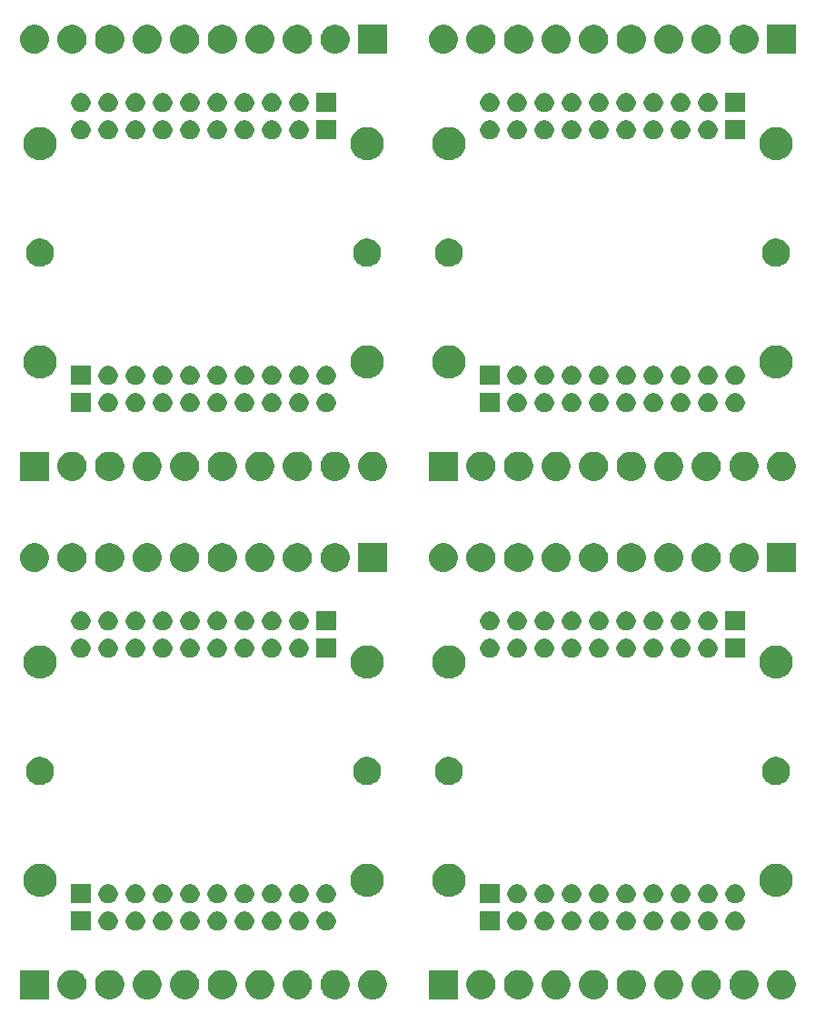
<source format=gbr>
G04 #@! TF.GenerationSoftware,KiCad,Pcbnew,5.1.5+dfsg1-2build2*
G04 #@! TF.CreationDate,2022-09-28T18:38:26-05:00*
G04 #@! TF.ProjectId,,58585858-5858-4585-9858-585858585858,rev?*
G04 #@! TF.SameCoordinates,Original*
G04 #@! TF.FileFunction,Soldermask,Top*
G04 #@! TF.FilePolarity,Negative*
%FSLAX46Y46*%
G04 Gerber Fmt 4.6, Leading zero omitted, Abs format (unit mm)*
G04 Created by KiCad (PCBNEW 5.1.5+dfsg1-2build2) date 2022-09-28 18:38:26*
%MOMM*%
%LPD*%
G04 APERTURE LIST*
%ADD10C,0.100000*%
G04 APERTURE END LIST*
D10*
G36*
X79054832Y-128896238D02*
G01*
X79300699Y-128998079D01*
X79521972Y-129145930D01*
X79710150Y-129334108D01*
X79858001Y-129555381D01*
X79959842Y-129801248D01*
X80011760Y-130062258D01*
X80011760Y-130328382D01*
X79959842Y-130589392D01*
X79858001Y-130835259D01*
X79710150Y-131056532D01*
X79521972Y-131244710D01*
X79300699Y-131392561D01*
X79300698Y-131392562D01*
X79300697Y-131392562D01*
X79054832Y-131494402D01*
X78793823Y-131546320D01*
X78527697Y-131546320D01*
X78266688Y-131494402D01*
X78020823Y-131392562D01*
X78020822Y-131392562D01*
X78020821Y-131392561D01*
X77799548Y-131244710D01*
X77611370Y-131056532D01*
X77463519Y-130835259D01*
X77361678Y-130589392D01*
X77309760Y-130328382D01*
X77309760Y-130062258D01*
X77361678Y-129801248D01*
X77463519Y-129555381D01*
X77611370Y-129334108D01*
X77799548Y-129145930D01*
X78020821Y-128998079D01*
X78266688Y-128896238D01*
X78527697Y-128844320D01*
X78793823Y-128844320D01*
X79054832Y-128896238D01*
G37*
G36*
X117154832Y-128896238D02*
G01*
X117400699Y-128998079D01*
X117621972Y-129145930D01*
X117810150Y-129334108D01*
X117958001Y-129555381D01*
X118059842Y-129801248D01*
X118111760Y-130062258D01*
X118111760Y-130328382D01*
X118059842Y-130589392D01*
X117958001Y-130835259D01*
X117810150Y-131056532D01*
X117621972Y-131244710D01*
X117400699Y-131392561D01*
X117400698Y-131392562D01*
X117400697Y-131392562D01*
X117154832Y-131494402D01*
X116893823Y-131546320D01*
X116627697Y-131546320D01*
X116366688Y-131494402D01*
X116120823Y-131392562D01*
X116120822Y-131392562D01*
X116120821Y-131392561D01*
X115899548Y-131244710D01*
X115711370Y-131056532D01*
X115563519Y-130835259D01*
X115461678Y-130589392D01*
X115409760Y-130328382D01*
X115409760Y-130062258D01*
X115461678Y-129801248D01*
X115563519Y-129555381D01*
X115711370Y-129334108D01*
X115899548Y-129145930D01*
X116120821Y-128998079D01*
X116366688Y-128896238D01*
X116627697Y-128844320D01*
X116893823Y-128844320D01*
X117154832Y-128896238D01*
G37*
G36*
X86611760Y-131546320D02*
G01*
X83909760Y-131546320D01*
X83909760Y-128844320D01*
X86611760Y-128844320D01*
X86611760Y-131546320D01*
G37*
G36*
X89154832Y-128896238D02*
G01*
X89400699Y-128998079D01*
X89621972Y-129145930D01*
X89810150Y-129334108D01*
X89958001Y-129555381D01*
X90059842Y-129801248D01*
X90111760Y-130062258D01*
X90111760Y-130328382D01*
X90059842Y-130589392D01*
X89958001Y-130835259D01*
X89810150Y-131056532D01*
X89621972Y-131244710D01*
X89400699Y-131392561D01*
X89400698Y-131392562D01*
X89400697Y-131392562D01*
X89154832Y-131494402D01*
X88893823Y-131546320D01*
X88627697Y-131546320D01*
X88366688Y-131494402D01*
X88120823Y-131392562D01*
X88120822Y-131392562D01*
X88120821Y-131392561D01*
X87899548Y-131244710D01*
X87711370Y-131056532D01*
X87563519Y-130835259D01*
X87461678Y-130589392D01*
X87409760Y-130328382D01*
X87409760Y-130062258D01*
X87461678Y-129801248D01*
X87563519Y-129555381D01*
X87711370Y-129334108D01*
X87899548Y-129145930D01*
X88120821Y-128998079D01*
X88366688Y-128896238D01*
X88627697Y-128844320D01*
X88893823Y-128844320D01*
X89154832Y-128896238D01*
G37*
G36*
X92654832Y-128896238D02*
G01*
X92900699Y-128998079D01*
X93121972Y-129145930D01*
X93310150Y-129334108D01*
X93458001Y-129555381D01*
X93559842Y-129801248D01*
X93611760Y-130062258D01*
X93611760Y-130328382D01*
X93559842Y-130589392D01*
X93458001Y-130835259D01*
X93310150Y-131056532D01*
X93121972Y-131244710D01*
X92900699Y-131392561D01*
X92900698Y-131392562D01*
X92900697Y-131392562D01*
X92654832Y-131494402D01*
X92393823Y-131546320D01*
X92127697Y-131546320D01*
X91866688Y-131494402D01*
X91620823Y-131392562D01*
X91620822Y-131392562D01*
X91620821Y-131392561D01*
X91399548Y-131244710D01*
X91211370Y-131056532D01*
X91063519Y-130835259D01*
X90961678Y-130589392D01*
X90909760Y-130328382D01*
X90909760Y-130062258D01*
X90961678Y-129801248D01*
X91063519Y-129555381D01*
X91211370Y-129334108D01*
X91399548Y-129145930D01*
X91620821Y-128998079D01*
X91866688Y-128896238D01*
X92127697Y-128844320D01*
X92393823Y-128844320D01*
X92654832Y-128896238D01*
G37*
G36*
X96154832Y-128896238D02*
G01*
X96400699Y-128998079D01*
X96621972Y-129145930D01*
X96810150Y-129334108D01*
X96958001Y-129555381D01*
X97059842Y-129801248D01*
X97111760Y-130062258D01*
X97111760Y-130328382D01*
X97059842Y-130589392D01*
X96958001Y-130835259D01*
X96810150Y-131056532D01*
X96621972Y-131244710D01*
X96400699Y-131392561D01*
X96400698Y-131392562D01*
X96400697Y-131392562D01*
X96154832Y-131494402D01*
X95893823Y-131546320D01*
X95627697Y-131546320D01*
X95366688Y-131494402D01*
X95120823Y-131392562D01*
X95120822Y-131392562D01*
X95120821Y-131392561D01*
X94899548Y-131244710D01*
X94711370Y-131056532D01*
X94563519Y-130835259D01*
X94461678Y-130589392D01*
X94409760Y-130328382D01*
X94409760Y-130062258D01*
X94461678Y-129801248D01*
X94563519Y-129555381D01*
X94711370Y-129334108D01*
X94899548Y-129145930D01*
X95120821Y-128998079D01*
X95366688Y-128896238D01*
X95627697Y-128844320D01*
X95893823Y-128844320D01*
X96154832Y-128896238D01*
G37*
G36*
X99654832Y-128896238D02*
G01*
X99900699Y-128998079D01*
X100121972Y-129145930D01*
X100310150Y-129334108D01*
X100458001Y-129555381D01*
X100559842Y-129801248D01*
X100611760Y-130062258D01*
X100611760Y-130328382D01*
X100559842Y-130589392D01*
X100458001Y-130835259D01*
X100310150Y-131056532D01*
X100121972Y-131244710D01*
X99900699Y-131392561D01*
X99900698Y-131392562D01*
X99900697Y-131392562D01*
X99654832Y-131494402D01*
X99393823Y-131546320D01*
X99127697Y-131546320D01*
X98866688Y-131494402D01*
X98620823Y-131392562D01*
X98620822Y-131392562D01*
X98620821Y-131392561D01*
X98399548Y-131244710D01*
X98211370Y-131056532D01*
X98063519Y-130835259D01*
X97961678Y-130589392D01*
X97909760Y-130328382D01*
X97909760Y-130062258D01*
X97961678Y-129801248D01*
X98063519Y-129555381D01*
X98211370Y-129334108D01*
X98399548Y-129145930D01*
X98620821Y-128998079D01*
X98866688Y-128896238D01*
X99127697Y-128844320D01*
X99393823Y-128844320D01*
X99654832Y-128896238D01*
G37*
G36*
X103154832Y-128896238D02*
G01*
X103400699Y-128998079D01*
X103621972Y-129145930D01*
X103810150Y-129334108D01*
X103958001Y-129555381D01*
X104059842Y-129801248D01*
X104111760Y-130062258D01*
X104111760Y-130328382D01*
X104059842Y-130589392D01*
X103958001Y-130835259D01*
X103810150Y-131056532D01*
X103621972Y-131244710D01*
X103400699Y-131392561D01*
X103400698Y-131392562D01*
X103400697Y-131392562D01*
X103154832Y-131494402D01*
X102893823Y-131546320D01*
X102627697Y-131546320D01*
X102366688Y-131494402D01*
X102120823Y-131392562D01*
X102120822Y-131392562D01*
X102120821Y-131392561D01*
X101899548Y-131244710D01*
X101711370Y-131056532D01*
X101563519Y-130835259D01*
X101461678Y-130589392D01*
X101409760Y-130328382D01*
X101409760Y-130062258D01*
X101461678Y-129801248D01*
X101563519Y-129555381D01*
X101711370Y-129334108D01*
X101899548Y-129145930D01*
X102120821Y-128998079D01*
X102366688Y-128896238D01*
X102627697Y-128844320D01*
X102893823Y-128844320D01*
X103154832Y-128896238D01*
G37*
G36*
X106654832Y-128896238D02*
G01*
X106900699Y-128998079D01*
X107121972Y-129145930D01*
X107310150Y-129334108D01*
X107458001Y-129555381D01*
X107559842Y-129801248D01*
X107611760Y-130062258D01*
X107611760Y-130328382D01*
X107559842Y-130589392D01*
X107458001Y-130835259D01*
X107310150Y-131056532D01*
X107121972Y-131244710D01*
X106900699Y-131392561D01*
X106900698Y-131392562D01*
X106900697Y-131392562D01*
X106654832Y-131494402D01*
X106393823Y-131546320D01*
X106127697Y-131546320D01*
X105866688Y-131494402D01*
X105620823Y-131392562D01*
X105620822Y-131392562D01*
X105620821Y-131392561D01*
X105399548Y-131244710D01*
X105211370Y-131056532D01*
X105063519Y-130835259D01*
X104961678Y-130589392D01*
X104909760Y-130328382D01*
X104909760Y-130062258D01*
X104961678Y-129801248D01*
X105063519Y-129555381D01*
X105211370Y-129334108D01*
X105399548Y-129145930D01*
X105620821Y-128998079D01*
X105866688Y-128896238D01*
X106127697Y-128844320D01*
X106393823Y-128844320D01*
X106654832Y-128896238D01*
G37*
G36*
X110154832Y-128896238D02*
G01*
X110400699Y-128998079D01*
X110621972Y-129145930D01*
X110810150Y-129334108D01*
X110958001Y-129555381D01*
X111059842Y-129801248D01*
X111111760Y-130062258D01*
X111111760Y-130328382D01*
X111059842Y-130589392D01*
X110958001Y-130835259D01*
X110810150Y-131056532D01*
X110621972Y-131244710D01*
X110400699Y-131392561D01*
X110400698Y-131392562D01*
X110400697Y-131392562D01*
X110154832Y-131494402D01*
X109893823Y-131546320D01*
X109627697Y-131546320D01*
X109366688Y-131494402D01*
X109120823Y-131392562D01*
X109120822Y-131392562D01*
X109120821Y-131392561D01*
X108899548Y-131244710D01*
X108711370Y-131056532D01*
X108563519Y-130835259D01*
X108461678Y-130589392D01*
X108409760Y-130328382D01*
X108409760Y-130062258D01*
X108461678Y-129801248D01*
X108563519Y-129555381D01*
X108711370Y-129334108D01*
X108899548Y-129145930D01*
X109120821Y-128998079D01*
X109366688Y-128896238D01*
X109627697Y-128844320D01*
X109893823Y-128844320D01*
X110154832Y-128896238D01*
G37*
G36*
X113654832Y-128896238D02*
G01*
X113900699Y-128998079D01*
X114121972Y-129145930D01*
X114310150Y-129334108D01*
X114458001Y-129555381D01*
X114559842Y-129801248D01*
X114611760Y-130062258D01*
X114611760Y-130328382D01*
X114559842Y-130589392D01*
X114458001Y-130835259D01*
X114310150Y-131056532D01*
X114121972Y-131244710D01*
X113900699Y-131392561D01*
X113900698Y-131392562D01*
X113900697Y-131392562D01*
X113654832Y-131494402D01*
X113393823Y-131546320D01*
X113127697Y-131546320D01*
X112866688Y-131494402D01*
X112620823Y-131392562D01*
X112620822Y-131392562D01*
X112620821Y-131392561D01*
X112399548Y-131244710D01*
X112211370Y-131056532D01*
X112063519Y-130835259D01*
X111961678Y-130589392D01*
X111909760Y-130328382D01*
X111909760Y-130062258D01*
X111961678Y-129801248D01*
X112063519Y-129555381D01*
X112211370Y-129334108D01*
X112399548Y-129145930D01*
X112620821Y-128998079D01*
X112866688Y-128896238D01*
X113127697Y-128844320D01*
X113393823Y-128844320D01*
X113654832Y-128896238D01*
G37*
G36*
X51054832Y-128896238D02*
G01*
X51300699Y-128998079D01*
X51521972Y-129145930D01*
X51710150Y-129334108D01*
X51858001Y-129555381D01*
X51959842Y-129801248D01*
X52011760Y-130062258D01*
X52011760Y-130328382D01*
X51959842Y-130589392D01*
X51858001Y-130835259D01*
X51710150Y-131056532D01*
X51521972Y-131244710D01*
X51300699Y-131392561D01*
X51300698Y-131392562D01*
X51300697Y-131392562D01*
X51054832Y-131494402D01*
X50793823Y-131546320D01*
X50527697Y-131546320D01*
X50266688Y-131494402D01*
X50020823Y-131392562D01*
X50020822Y-131392562D01*
X50020821Y-131392561D01*
X49799548Y-131244710D01*
X49611370Y-131056532D01*
X49463519Y-130835259D01*
X49361678Y-130589392D01*
X49309760Y-130328382D01*
X49309760Y-130062258D01*
X49361678Y-129801248D01*
X49463519Y-129555381D01*
X49611370Y-129334108D01*
X49799548Y-129145930D01*
X50020821Y-128998079D01*
X50266688Y-128896238D01*
X50527697Y-128844320D01*
X50793823Y-128844320D01*
X51054832Y-128896238D01*
G37*
G36*
X54554832Y-128896238D02*
G01*
X54800699Y-128998079D01*
X55021972Y-129145930D01*
X55210150Y-129334108D01*
X55358001Y-129555381D01*
X55459842Y-129801248D01*
X55511760Y-130062258D01*
X55511760Y-130328382D01*
X55459842Y-130589392D01*
X55358001Y-130835259D01*
X55210150Y-131056532D01*
X55021972Y-131244710D01*
X54800699Y-131392561D01*
X54800698Y-131392562D01*
X54800697Y-131392562D01*
X54554832Y-131494402D01*
X54293823Y-131546320D01*
X54027697Y-131546320D01*
X53766688Y-131494402D01*
X53520823Y-131392562D01*
X53520822Y-131392562D01*
X53520821Y-131392561D01*
X53299548Y-131244710D01*
X53111370Y-131056532D01*
X52963519Y-130835259D01*
X52861678Y-130589392D01*
X52809760Y-130328382D01*
X52809760Y-130062258D01*
X52861678Y-129801248D01*
X52963519Y-129555381D01*
X53111370Y-129334108D01*
X53299548Y-129145930D01*
X53520821Y-128998079D01*
X53766688Y-128896238D01*
X54027697Y-128844320D01*
X54293823Y-128844320D01*
X54554832Y-128896238D01*
G37*
G36*
X58054832Y-128896238D02*
G01*
X58300699Y-128998079D01*
X58521972Y-129145930D01*
X58710150Y-129334108D01*
X58858001Y-129555381D01*
X58959842Y-129801248D01*
X59011760Y-130062258D01*
X59011760Y-130328382D01*
X58959842Y-130589392D01*
X58858001Y-130835259D01*
X58710150Y-131056532D01*
X58521972Y-131244710D01*
X58300699Y-131392561D01*
X58300698Y-131392562D01*
X58300697Y-131392562D01*
X58054832Y-131494402D01*
X57793823Y-131546320D01*
X57527697Y-131546320D01*
X57266688Y-131494402D01*
X57020823Y-131392562D01*
X57020822Y-131392562D01*
X57020821Y-131392561D01*
X56799548Y-131244710D01*
X56611370Y-131056532D01*
X56463519Y-130835259D01*
X56361678Y-130589392D01*
X56309760Y-130328382D01*
X56309760Y-130062258D01*
X56361678Y-129801248D01*
X56463519Y-129555381D01*
X56611370Y-129334108D01*
X56799548Y-129145930D01*
X57020821Y-128998079D01*
X57266688Y-128896238D01*
X57527697Y-128844320D01*
X57793823Y-128844320D01*
X58054832Y-128896238D01*
G37*
G36*
X61554832Y-128896238D02*
G01*
X61800699Y-128998079D01*
X62021972Y-129145930D01*
X62210150Y-129334108D01*
X62358001Y-129555381D01*
X62459842Y-129801248D01*
X62511760Y-130062258D01*
X62511760Y-130328382D01*
X62459842Y-130589392D01*
X62358001Y-130835259D01*
X62210150Y-131056532D01*
X62021972Y-131244710D01*
X61800699Y-131392561D01*
X61800698Y-131392562D01*
X61800697Y-131392562D01*
X61554832Y-131494402D01*
X61293823Y-131546320D01*
X61027697Y-131546320D01*
X60766688Y-131494402D01*
X60520823Y-131392562D01*
X60520822Y-131392562D01*
X60520821Y-131392561D01*
X60299548Y-131244710D01*
X60111370Y-131056532D01*
X59963519Y-130835259D01*
X59861678Y-130589392D01*
X59809760Y-130328382D01*
X59809760Y-130062258D01*
X59861678Y-129801248D01*
X59963519Y-129555381D01*
X60111370Y-129334108D01*
X60299548Y-129145930D01*
X60520821Y-128998079D01*
X60766688Y-128896238D01*
X61027697Y-128844320D01*
X61293823Y-128844320D01*
X61554832Y-128896238D01*
G37*
G36*
X65054832Y-128896238D02*
G01*
X65300699Y-128998079D01*
X65521972Y-129145930D01*
X65710150Y-129334108D01*
X65858001Y-129555381D01*
X65959842Y-129801248D01*
X66011760Y-130062258D01*
X66011760Y-130328382D01*
X65959842Y-130589392D01*
X65858001Y-130835259D01*
X65710150Y-131056532D01*
X65521972Y-131244710D01*
X65300699Y-131392561D01*
X65300698Y-131392562D01*
X65300697Y-131392562D01*
X65054832Y-131494402D01*
X64793823Y-131546320D01*
X64527697Y-131546320D01*
X64266688Y-131494402D01*
X64020823Y-131392562D01*
X64020822Y-131392562D01*
X64020821Y-131392561D01*
X63799548Y-131244710D01*
X63611370Y-131056532D01*
X63463519Y-130835259D01*
X63361678Y-130589392D01*
X63309760Y-130328382D01*
X63309760Y-130062258D01*
X63361678Y-129801248D01*
X63463519Y-129555381D01*
X63611370Y-129334108D01*
X63799548Y-129145930D01*
X64020821Y-128998079D01*
X64266688Y-128896238D01*
X64527697Y-128844320D01*
X64793823Y-128844320D01*
X65054832Y-128896238D01*
G37*
G36*
X68554832Y-128896238D02*
G01*
X68800699Y-128998079D01*
X69021972Y-129145930D01*
X69210150Y-129334108D01*
X69358001Y-129555381D01*
X69459842Y-129801248D01*
X69511760Y-130062258D01*
X69511760Y-130328382D01*
X69459842Y-130589392D01*
X69358001Y-130835259D01*
X69210150Y-131056532D01*
X69021972Y-131244710D01*
X68800699Y-131392561D01*
X68800698Y-131392562D01*
X68800697Y-131392562D01*
X68554832Y-131494402D01*
X68293823Y-131546320D01*
X68027697Y-131546320D01*
X67766688Y-131494402D01*
X67520823Y-131392562D01*
X67520822Y-131392562D01*
X67520821Y-131392561D01*
X67299548Y-131244710D01*
X67111370Y-131056532D01*
X66963519Y-130835259D01*
X66861678Y-130589392D01*
X66809760Y-130328382D01*
X66809760Y-130062258D01*
X66861678Y-129801248D01*
X66963519Y-129555381D01*
X67111370Y-129334108D01*
X67299548Y-129145930D01*
X67520821Y-128998079D01*
X67766688Y-128896238D01*
X68027697Y-128844320D01*
X68293823Y-128844320D01*
X68554832Y-128896238D01*
G37*
G36*
X72054832Y-128896238D02*
G01*
X72300699Y-128998079D01*
X72521972Y-129145930D01*
X72710150Y-129334108D01*
X72858001Y-129555381D01*
X72959842Y-129801248D01*
X73011760Y-130062258D01*
X73011760Y-130328382D01*
X72959842Y-130589392D01*
X72858001Y-130835259D01*
X72710150Y-131056532D01*
X72521972Y-131244710D01*
X72300699Y-131392561D01*
X72300698Y-131392562D01*
X72300697Y-131392562D01*
X72054832Y-131494402D01*
X71793823Y-131546320D01*
X71527697Y-131546320D01*
X71266688Y-131494402D01*
X71020823Y-131392562D01*
X71020822Y-131392562D01*
X71020821Y-131392561D01*
X70799548Y-131244710D01*
X70611370Y-131056532D01*
X70463519Y-130835259D01*
X70361678Y-130589392D01*
X70309760Y-130328382D01*
X70309760Y-130062258D01*
X70361678Y-129801248D01*
X70463519Y-129555381D01*
X70611370Y-129334108D01*
X70799548Y-129145930D01*
X71020821Y-128998079D01*
X71266688Y-128896238D01*
X71527697Y-128844320D01*
X71793823Y-128844320D01*
X72054832Y-128896238D01*
G37*
G36*
X75554832Y-128896238D02*
G01*
X75800699Y-128998079D01*
X76021972Y-129145930D01*
X76210150Y-129334108D01*
X76358001Y-129555381D01*
X76459842Y-129801248D01*
X76511760Y-130062258D01*
X76511760Y-130328382D01*
X76459842Y-130589392D01*
X76358001Y-130835259D01*
X76210150Y-131056532D01*
X76021972Y-131244710D01*
X75800699Y-131392561D01*
X75800698Y-131392562D01*
X75800697Y-131392562D01*
X75554832Y-131494402D01*
X75293823Y-131546320D01*
X75027697Y-131546320D01*
X74766688Y-131494402D01*
X74520823Y-131392562D01*
X74520822Y-131392562D01*
X74520821Y-131392561D01*
X74299548Y-131244710D01*
X74111370Y-131056532D01*
X73963519Y-130835259D01*
X73861678Y-130589392D01*
X73809760Y-130328382D01*
X73809760Y-130062258D01*
X73861678Y-129801248D01*
X73963519Y-129555381D01*
X74111370Y-129334108D01*
X74299548Y-129145930D01*
X74520821Y-128998079D01*
X74766688Y-128896238D01*
X75027697Y-128844320D01*
X75293823Y-128844320D01*
X75554832Y-128896238D01*
G37*
G36*
X48511760Y-131546320D02*
G01*
X45809760Y-131546320D01*
X45809760Y-128844320D01*
X48511760Y-128844320D01*
X48511760Y-131546320D01*
G37*
G36*
X104934272Y-123391247D02*
G01*
X105083572Y-123420944D01*
X105247544Y-123488864D01*
X105395114Y-123587467D01*
X105520613Y-123712966D01*
X105619216Y-123860536D01*
X105687136Y-124024508D01*
X105721760Y-124198579D01*
X105721760Y-124376061D01*
X105687136Y-124550132D01*
X105619216Y-124714104D01*
X105520613Y-124861674D01*
X105395114Y-124987173D01*
X105247544Y-125085776D01*
X105083572Y-125153696D01*
X104934272Y-125183393D01*
X104909502Y-125188320D01*
X104732018Y-125188320D01*
X104707248Y-125183393D01*
X104557948Y-125153696D01*
X104393976Y-125085776D01*
X104246406Y-124987173D01*
X104120907Y-124861674D01*
X104022304Y-124714104D01*
X103954384Y-124550132D01*
X103919760Y-124376061D01*
X103919760Y-124198579D01*
X103954384Y-124024508D01*
X104022304Y-123860536D01*
X104120907Y-123712966D01*
X104246406Y-123587467D01*
X104393976Y-123488864D01*
X104557948Y-123420944D01*
X104707248Y-123391247D01*
X104732018Y-123386320D01*
X104909502Y-123386320D01*
X104934272Y-123391247D01*
G37*
G36*
X74454272Y-123391247D02*
G01*
X74603572Y-123420944D01*
X74767544Y-123488864D01*
X74915114Y-123587467D01*
X75040613Y-123712966D01*
X75139216Y-123860536D01*
X75207136Y-124024508D01*
X75241760Y-124198579D01*
X75241760Y-124376061D01*
X75207136Y-124550132D01*
X75139216Y-124714104D01*
X75040613Y-124861674D01*
X74915114Y-124987173D01*
X74767544Y-125085776D01*
X74603572Y-125153696D01*
X74454272Y-125183393D01*
X74429502Y-125188320D01*
X74252018Y-125188320D01*
X74227248Y-125183393D01*
X74077948Y-125153696D01*
X73913976Y-125085776D01*
X73766406Y-124987173D01*
X73640907Y-124861674D01*
X73542304Y-124714104D01*
X73474384Y-124550132D01*
X73439760Y-124376061D01*
X73439760Y-124198579D01*
X73474384Y-124024508D01*
X73542304Y-123860536D01*
X73640907Y-123712966D01*
X73766406Y-123587467D01*
X73913976Y-123488864D01*
X74077948Y-123420944D01*
X74227248Y-123391247D01*
X74252018Y-123386320D01*
X74429502Y-123386320D01*
X74454272Y-123391247D01*
G37*
G36*
X110014272Y-123391247D02*
G01*
X110163572Y-123420944D01*
X110327544Y-123488864D01*
X110475114Y-123587467D01*
X110600613Y-123712966D01*
X110699216Y-123860536D01*
X110767136Y-124024508D01*
X110801760Y-124198579D01*
X110801760Y-124376061D01*
X110767136Y-124550132D01*
X110699216Y-124714104D01*
X110600613Y-124861674D01*
X110475114Y-124987173D01*
X110327544Y-125085776D01*
X110163572Y-125153696D01*
X110014272Y-125183393D01*
X109989502Y-125188320D01*
X109812018Y-125188320D01*
X109787248Y-125183393D01*
X109637948Y-125153696D01*
X109473976Y-125085776D01*
X109326406Y-124987173D01*
X109200907Y-124861674D01*
X109102304Y-124714104D01*
X109034384Y-124550132D01*
X108999760Y-124376061D01*
X108999760Y-124198579D01*
X109034384Y-124024508D01*
X109102304Y-123860536D01*
X109200907Y-123712966D01*
X109326406Y-123587467D01*
X109473976Y-123488864D01*
X109637948Y-123420944D01*
X109787248Y-123391247D01*
X109812018Y-123386320D01*
X109989502Y-123386320D01*
X110014272Y-123391247D01*
G37*
G36*
X107474272Y-123391247D02*
G01*
X107623572Y-123420944D01*
X107787544Y-123488864D01*
X107935114Y-123587467D01*
X108060613Y-123712966D01*
X108159216Y-123860536D01*
X108227136Y-124024508D01*
X108261760Y-124198579D01*
X108261760Y-124376061D01*
X108227136Y-124550132D01*
X108159216Y-124714104D01*
X108060613Y-124861674D01*
X107935114Y-124987173D01*
X107787544Y-125085776D01*
X107623572Y-125153696D01*
X107474272Y-125183393D01*
X107449502Y-125188320D01*
X107272018Y-125188320D01*
X107247248Y-125183393D01*
X107097948Y-125153696D01*
X106933976Y-125085776D01*
X106786406Y-124987173D01*
X106660907Y-124861674D01*
X106562304Y-124714104D01*
X106494384Y-124550132D01*
X106459760Y-124376061D01*
X106459760Y-124198579D01*
X106494384Y-124024508D01*
X106562304Y-123860536D01*
X106660907Y-123712966D01*
X106786406Y-123587467D01*
X106933976Y-123488864D01*
X107097948Y-123420944D01*
X107247248Y-123391247D01*
X107272018Y-123386320D01*
X107449502Y-123386320D01*
X107474272Y-123391247D01*
G37*
G36*
X102394272Y-123391247D02*
G01*
X102543572Y-123420944D01*
X102707544Y-123488864D01*
X102855114Y-123587467D01*
X102980613Y-123712966D01*
X103079216Y-123860536D01*
X103147136Y-124024508D01*
X103181760Y-124198579D01*
X103181760Y-124376061D01*
X103147136Y-124550132D01*
X103079216Y-124714104D01*
X102980613Y-124861674D01*
X102855114Y-124987173D01*
X102707544Y-125085776D01*
X102543572Y-125153696D01*
X102394272Y-125183393D01*
X102369502Y-125188320D01*
X102192018Y-125188320D01*
X102167248Y-125183393D01*
X102017948Y-125153696D01*
X101853976Y-125085776D01*
X101706406Y-124987173D01*
X101580907Y-124861674D01*
X101482304Y-124714104D01*
X101414384Y-124550132D01*
X101379760Y-124376061D01*
X101379760Y-124198579D01*
X101414384Y-124024508D01*
X101482304Y-123860536D01*
X101580907Y-123712966D01*
X101706406Y-123587467D01*
X101853976Y-123488864D01*
X102017948Y-123420944D01*
X102167248Y-123391247D01*
X102192018Y-123386320D01*
X102369502Y-123386320D01*
X102394272Y-123391247D01*
G37*
G36*
X97314272Y-123391247D02*
G01*
X97463572Y-123420944D01*
X97627544Y-123488864D01*
X97775114Y-123587467D01*
X97900613Y-123712966D01*
X97999216Y-123860536D01*
X98067136Y-124024508D01*
X98101760Y-124198579D01*
X98101760Y-124376061D01*
X98067136Y-124550132D01*
X97999216Y-124714104D01*
X97900613Y-124861674D01*
X97775114Y-124987173D01*
X97627544Y-125085776D01*
X97463572Y-125153696D01*
X97314272Y-125183393D01*
X97289502Y-125188320D01*
X97112018Y-125188320D01*
X97087248Y-125183393D01*
X96937948Y-125153696D01*
X96773976Y-125085776D01*
X96626406Y-124987173D01*
X96500907Y-124861674D01*
X96402304Y-124714104D01*
X96334384Y-124550132D01*
X96299760Y-124376061D01*
X96299760Y-124198579D01*
X96334384Y-124024508D01*
X96402304Y-123860536D01*
X96500907Y-123712966D01*
X96626406Y-123587467D01*
X96773976Y-123488864D01*
X96937948Y-123420944D01*
X97087248Y-123391247D01*
X97112018Y-123386320D01*
X97289502Y-123386320D01*
X97314272Y-123391247D01*
G37*
G36*
X94774272Y-123391247D02*
G01*
X94923572Y-123420944D01*
X95087544Y-123488864D01*
X95235114Y-123587467D01*
X95360613Y-123712966D01*
X95459216Y-123860536D01*
X95527136Y-124024508D01*
X95561760Y-124198579D01*
X95561760Y-124376061D01*
X95527136Y-124550132D01*
X95459216Y-124714104D01*
X95360613Y-124861674D01*
X95235114Y-124987173D01*
X95087544Y-125085776D01*
X94923572Y-125153696D01*
X94774272Y-125183393D01*
X94749502Y-125188320D01*
X94572018Y-125188320D01*
X94547248Y-125183393D01*
X94397948Y-125153696D01*
X94233976Y-125085776D01*
X94086406Y-124987173D01*
X93960907Y-124861674D01*
X93862304Y-124714104D01*
X93794384Y-124550132D01*
X93759760Y-124376061D01*
X93759760Y-124198579D01*
X93794384Y-124024508D01*
X93862304Y-123860536D01*
X93960907Y-123712966D01*
X94086406Y-123587467D01*
X94233976Y-123488864D01*
X94397948Y-123420944D01*
X94547248Y-123391247D01*
X94572018Y-123386320D01*
X94749502Y-123386320D01*
X94774272Y-123391247D01*
G37*
G36*
X92234272Y-123391247D02*
G01*
X92383572Y-123420944D01*
X92547544Y-123488864D01*
X92695114Y-123587467D01*
X92820613Y-123712966D01*
X92919216Y-123860536D01*
X92987136Y-124024508D01*
X93021760Y-124198579D01*
X93021760Y-124376061D01*
X92987136Y-124550132D01*
X92919216Y-124714104D01*
X92820613Y-124861674D01*
X92695114Y-124987173D01*
X92547544Y-125085776D01*
X92383572Y-125153696D01*
X92234272Y-125183393D01*
X92209502Y-125188320D01*
X92032018Y-125188320D01*
X92007248Y-125183393D01*
X91857948Y-125153696D01*
X91693976Y-125085776D01*
X91546406Y-124987173D01*
X91420907Y-124861674D01*
X91322304Y-124714104D01*
X91254384Y-124550132D01*
X91219760Y-124376061D01*
X91219760Y-124198579D01*
X91254384Y-124024508D01*
X91322304Y-123860536D01*
X91420907Y-123712966D01*
X91546406Y-123587467D01*
X91693976Y-123488864D01*
X91857948Y-123420944D01*
X92007248Y-123391247D01*
X92032018Y-123386320D01*
X92209502Y-123386320D01*
X92234272Y-123391247D01*
G37*
G36*
X90481760Y-125188320D02*
G01*
X88679760Y-125188320D01*
X88679760Y-123386320D01*
X90481760Y-123386320D01*
X90481760Y-125188320D01*
G37*
G36*
X99854272Y-123391247D02*
G01*
X100003572Y-123420944D01*
X100167544Y-123488864D01*
X100315114Y-123587467D01*
X100440613Y-123712966D01*
X100539216Y-123860536D01*
X100607136Y-124024508D01*
X100641760Y-124198579D01*
X100641760Y-124376061D01*
X100607136Y-124550132D01*
X100539216Y-124714104D01*
X100440613Y-124861674D01*
X100315114Y-124987173D01*
X100167544Y-125085776D01*
X100003572Y-125153696D01*
X99854272Y-125183393D01*
X99829502Y-125188320D01*
X99652018Y-125188320D01*
X99627248Y-125183393D01*
X99477948Y-125153696D01*
X99313976Y-125085776D01*
X99166406Y-124987173D01*
X99040907Y-124861674D01*
X98942304Y-124714104D01*
X98874384Y-124550132D01*
X98839760Y-124376061D01*
X98839760Y-124198579D01*
X98874384Y-124024508D01*
X98942304Y-123860536D01*
X99040907Y-123712966D01*
X99166406Y-123587467D01*
X99313976Y-123488864D01*
X99477948Y-123420944D01*
X99627248Y-123391247D01*
X99652018Y-123386320D01*
X99829502Y-123386320D01*
X99854272Y-123391247D01*
G37*
G36*
X69374272Y-123391247D02*
G01*
X69523572Y-123420944D01*
X69687544Y-123488864D01*
X69835114Y-123587467D01*
X69960613Y-123712966D01*
X70059216Y-123860536D01*
X70127136Y-124024508D01*
X70161760Y-124198579D01*
X70161760Y-124376061D01*
X70127136Y-124550132D01*
X70059216Y-124714104D01*
X69960613Y-124861674D01*
X69835114Y-124987173D01*
X69687544Y-125085776D01*
X69523572Y-125153696D01*
X69374272Y-125183393D01*
X69349502Y-125188320D01*
X69172018Y-125188320D01*
X69147248Y-125183393D01*
X68997948Y-125153696D01*
X68833976Y-125085776D01*
X68686406Y-124987173D01*
X68560907Y-124861674D01*
X68462304Y-124714104D01*
X68394384Y-124550132D01*
X68359760Y-124376061D01*
X68359760Y-124198579D01*
X68394384Y-124024508D01*
X68462304Y-123860536D01*
X68560907Y-123712966D01*
X68686406Y-123587467D01*
X68833976Y-123488864D01*
X68997948Y-123420944D01*
X69147248Y-123391247D01*
X69172018Y-123386320D01*
X69349502Y-123386320D01*
X69374272Y-123391247D01*
G37*
G36*
X71914272Y-123391247D02*
G01*
X72063572Y-123420944D01*
X72227544Y-123488864D01*
X72375114Y-123587467D01*
X72500613Y-123712966D01*
X72599216Y-123860536D01*
X72667136Y-124024508D01*
X72701760Y-124198579D01*
X72701760Y-124376061D01*
X72667136Y-124550132D01*
X72599216Y-124714104D01*
X72500613Y-124861674D01*
X72375114Y-124987173D01*
X72227544Y-125085776D01*
X72063572Y-125153696D01*
X71914272Y-125183393D01*
X71889502Y-125188320D01*
X71712018Y-125188320D01*
X71687248Y-125183393D01*
X71537948Y-125153696D01*
X71373976Y-125085776D01*
X71226406Y-124987173D01*
X71100907Y-124861674D01*
X71002304Y-124714104D01*
X70934384Y-124550132D01*
X70899760Y-124376061D01*
X70899760Y-124198579D01*
X70934384Y-124024508D01*
X71002304Y-123860536D01*
X71100907Y-123712966D01*
X71226406Y-123587467D01*
X71373976Y-123488864D01*
X71537948Y-123420944D01*
X71687248Y-123391247D01*
X71712018Y-123386320D01*
X71889502Y-123386320D01*
X71914272Y-123391247D01*
G37*
G36*
X52381760Y-125188320D02*
G01*
X50579760Y-125188320D01*
X50579760Y-123386320D01*
X52381760Y-123386320D01*
X52381760Y-125188320D01*
G37*
G36*
X54134272Y-123391247D02*
G01*
X54283572Y-123420944D01*
X54447544Y-123488864D01*
X54595114Y-123587467D01*
X54720613Y-123712966D01*
X54819216Y-123860536D01*
X54887136Y-124024508D01*
X54921760Y-124198579D01*
X54921760Y-124376061D01*
X54887136Y-124550132D01*
X54819216Y-124714104D01*
X54720613Y-124861674D01*
X54595114Y-124987173D01*
X54447544Y-125085776D01*
X54283572Y-125153696D01*
X54134272Y-125183393D01*
X54109502Y-125188320D01*
X53932018Y-125188320D01*
X53907248Y-125183393D01*
X53757948Y-125153696D01*
X53593976Y-125085776D01*
X53446406Y-124987173D01*
X53320907Y-124861674D01*
X53222304Y-124714104D01*
X53154384Y-124550132D01*
X53119760Y-124376061D01*
X53119760Y-124198579D01*
X53154384Y-124024508D01*
X53222304Y-123860536D01*
X53320907Y-123712966D01*
X53446406Y-123587467D01*
X53593976Y-123488864D01*
X53757948Y-123420944D01*
X53907248Y-123391247D01*
X53932018Y-123386320D01*
X54109502Y-123386320D01*
X54134272Y-123391247D01*
G37*
G36*
X56674272Y-123391247D02*
G01*
X56823572Y-123420944D01*
X56987544Y-123488864D01*
X57135114Y-123587467D01*
X57260613Y-123712966D01*
X57359216Y-123860536D01*
X57427136Y-124024508D01*
X57461760Y-124198579D01*
X57461760Y-124376061D01*
X57427136Y-124550132D01*
X57359216Y-124714104D01*
X57260613Y-124861674D01*
X57135114Y-124987173D01*
X56987544Y-125085776D01*
X56823572Y-125153696D01*
X56674272Y-125183393D01*
X56649502Y-125188320D01*
X56472018Y-125188320D01*
X56447248Y-125183393D01*
X56297948Y-125153696D01*
X56133976Y-125085776D01*
X55986406Y-124987173D01*
X55860907Y-124861674D01*
X55762304Y-124714104D01*
X55694384Y-124550132D01*
X55659760Y-124376061D01*
X55659760Y-124198579D01*
X55694384Y-124024508D01*
X55762304Y-123860536D01*
X55860907Y-123712966D01*
X55986406Y-123587467D01*
X56133976Y-123488864D01*
X56297948Y-123420944D01*
X56447248Y-123391247D01*
X56472018Y-123386320D01*
X56649502Y-123386320D01*
X56674272Y-123391247D01*
G37*
G36*
X59214272Y-123391247D02*
G01*
X59363572Y-123420944D01*
X59527544Y-123488864D01*
X59675114Y-123587467D01*
X59800613Y-123712966D01*
X59899216Y-123860536D01*
X59967136Y-124024508D01*
X60001760Y-124198579D01*
X60001760Y-124376061D01*
X59967136Y-124550132D01*
X59899216Y-124714104D01*
X59800613Y-124861674D01*
X59675114Y-124987173D01*
X59527544Y-125085776D01*
X59363572Y-125153696D01*
X59214272Y-125183393D01*
X59189502Y-125188320D01*
X59012018Y-125188320D01*
X58987248Y-125183393D01*
X58837948Y-125153696D01*
X58673976Y-125085776D01*
X58526406Y-124987173D01*
X58400907Y-124861674D01*
X58302304Y-124714104D01*
X58234384Y-124550132D01*
X58199760Y-124376061D01*
X58199760Y-124198579D01*
X58234384Y-124024508D01*
X58302304Y-123860536D01*
X58400907Y-123712966D01*
X58526406Y-123587467D01*
X58673976Y-123488864D01*
X58837948Y-123420944D01*
X58987248Y-123391247D01*
X59012018Y-123386320D01*
X59189502Y-123386320D01*
X59214272Y-123391247D01*
G37*
G36*
X112554272Y-123391247D02*
G01*
X112703572Y-123420944D01*
X112867544Y-123488864D01*
X113015114Y-123587467D01*
X113140613Y-123712966D01*
X113239216Y-123860536D01*
X113307136Y-124024508D01*
X113341760Y-124198579D01*
X113341760Y-124376061D01*
X113307136Y-124550132D01*
X113239216Y-124714104D01*
X113140613Y-124861674D01*
X113015114Y-124987173D01*
X112867544Y-125085776D01*
X112703572Y-125153696D01*
X112554272Y-125183393D01*
X112529502Y-125188320D01*
X112352018Y-125188320D01*
X112327248Y-125183393D01*
X112177948Y-125153696D01*
X112013976Y-125085776D01*
X111866406Y-124987173D01*
X111740907Y-124861674D01*
X111642304Y-124714104D01*
X111574384Y-124550132D01*
X111539760Y-124376061D01*
X111539760Y-124198579D01*
X111574384Y-124024508D01*
X111642304Y-123860536D01*
X111740907Y-123712966D01*
X111866406Y-123587467D01*
X112013976Y-123488864D01*
X112177948Y-123420944D01*
X112327248Y-123391247D01*
X112352018Y-123386320D01*
X112529502Y-123386320D01*
X112554272Y-123391247D01*
G37*
G36*
X61754272Y-123391247D02*
G01*
X61903572Y-123420944D01*
X62067544Y-123488864D01*
X62215114Y-123587467D01*
X62340613Y-123712966D01*
X62439216Y-123860536D01*
X62507136Y-124024508D01*
X62541760Y-124198579D01*
X62541760Y-124376061D01*
X62507136Y-124550132D01*
X62439216Y-124714104D01*
X62340613Y-124861674D01*
X62215114Y-124987173D01*
X62067544Y-125085776D01*
X61903572Y-125153696D01*
X61754272Y-125183393D01*
X61729502Y-125188320D01*
X61552018Y-125188320D01*
X61527248Y-125183393D01*
X61377948Y-125153696D01*
X61213976Y-125085776D01*
X61066406Y-124987173D01*
X60940907Y-124861674D01*
X60842304Y-124714104D01*
X60774384Y-124550132D01*
X60739760Y-124376061D01*
X60739760Y-124198579D01*
X60774384Y-124024508D01*
X60842304Y-123860536D01*
X60940907Y-123712966D01*
X61066406Y-123587467D01*
X61213976Y-123488864D01*
X61377948Y-123420944D01*
X61527248Y-123391247D01*
X61552018Y-123386320D01*
X61729502Y-123386320D01*
X61754272Y-123391247D01*
G37*
G36*
X64294272Y-123391247D02*
G01*
X64443572Y-123420944D01*
X64607544Y-123488864D01*
X64755114Y-123587467D01*
X64880613Y-123712966D01*
X64979216Y-123860536D01*
X65047136Y-124024508D01*
X65081760Y-124198579D01*
X65081760Y-124376061D01*
X65047136Y-124550132D01*
X64979216Y-124714104D01*
X64880613Y-124861674D01*
X64755114Y-124987173D01*
X64607544Y-125085776D01*
X64443572Y-125153696D01*
X64294272Y-125183393D01*
X64269502Y-125188320D01*
X64092018Y-125188320D01*
X64067248Y-125183393D01*
X63917948Y-125153696D01*
X63753976Y-125085776D01*
X63606406Y-124987173D01*
X63480907Y-124861674D01*
X63382304Y-124714104D01*
X63314384Y-124550132D01*
X63279760Y-124376061D01*
X63279760Y-124198579D01*
X63314384Y-124024508D01*
X63382304Y-123860536D01*
X63480907Y-123712966D01*
X63606406Y-123587467D01*
X63753976Y-123488864D01*
X63917948Y-123420944D01*
X64067248Y-123391247D01*
X64092018Y-123386320D01*
X64269502Y-123386320D01*
X64294272Y-123391247D01*
G37*
G36*
X66834272Y-123391247D02*
G01*
X66983572Y-123420944D01*
X67147544Y-123488864D01*
X67295114Y-123587467D01*
X67420613Y-123712966D01*
X67519216Y-123860536D01*
X67587136Y-124024508D01*
X67621760Y-124198579D01*
X67621760Y-124376061D01*
X67587136Y-124550132D01*
X67519216Y-124714104D01*
X67420613Y-124861674D01*
X67295114Y-124987173D01*
X67147544Y-125085776D01*
X66983572Y-125153696D01*
X66834272Y-125183393D01*
X66809502Y-125188320D01*
X66632018Y-125188320D01*
X66607248Y-125183393D01*
X66457948Y-125153696D01*
X66293976Y-125085776D01*
X66146406Y-124987173D01*
X66020907Y-124861674D01*
X65922304Y-124714104D01*
X65854384Y-124550132D01*
X65819760Y-124376061D01*
X65819760Y-124198579D01*
X65854384Y-124024508D01*
X65922304Y-123860536D01*
X66020907Y-123712966D01*
X66146406Y-123587467D01*
X66293976Y-123488864D01*
X66457948Y-123420944D01*
X66607248Y-123391247D01*
X66632018Y-123386320D01*
X66809502Y-123386320D01*
X66834272Y-123391247D01*
G37*
G36*
X90481760Y-122648320D02*
G01*
X88679760Y-122648320D01*
X88679760Y-120846320D01*
X90481760Y-120846320D01*
X90481760Y-122648320D01*
G37*
G36*
X92234272Y-120851247D02*
G01*
X92383572Y-120880944D01*
X92547544Y-120948864D01*
X92695114Y-121047467D01*
X92820613Y-121172966D01*
X92919216Y-121320536D01*
X92987136Y-121484508D01*
X93021760Y-121658579D01*
X93021760Y-121836061D01*
X92987136Y-122010132D01*
X92919216Y-122174104D01*
X92820613Y-122321674D01*
X92695114Y-122447173D01*
X92547544Y-122545776D01*
X92383572Y-122613696D01*
X92234272Y-122643393D01*
X92209502Y-122648320D01*
X92032018Y-122648320D01*
X92007248Y-122643393D01*
X91857948Y-122613696D01*
X91693976Y-122545776D01*
X91546406Y-122447173D01*
X91420907Y-122321674D01*
X91322304Y-122174104D01*
X91254384Y-122010132D01*
X91219760Y-121836061D01*
X91219760Y-121658579D01*
X91254384Y-121484508D01*
X91322304Y-121320536D01*
X91420907Y-121172966D01*
X91546406Y-121047467D01*
X91693976Y-120948864D01*
X91857948Y-120880944D01*
X92007248Y-120851247D01*
X92032018Y-120846320D01*
X92209502Y-120846320D01*
X92234272Y-120851247D01*
G37*
G36*
X94774272Y-120851247D02*
G01*
X94923572Y-120880944D01*
X95087544Y-120948864D01*
X95235114Y-121047467D01*
X95360613Y-121172966D01*
X95459216Y-121320536D01*
X95527136Y-121484508D01*
X95561760Y-121658579D01*
X95561760Y-121836061D01*
X95527136Y-122010132D01*
X95459216Y-122174104D01*
X95360613Y-122321674D01*
X95235114Y-122447173D01*
X95087544Y-122545776D01*
X94923572Y-122613696D01*
X94774272Y-122643393D01*
X94749502Y-122648320D01*
X94572018Y-122648320D01*
X94547248Y-122643393D01*
X94397948Y-122613696D01*
X94233976Y-122545776D01*
X94086406Y-122447173D01*
X93960907Y-122321674D01*
X93862304Y-122174104D01*
X93794384Y-122010132D01*
X93759760Y-121836061D01*
X93759760Y-121658579D01*
X93794384Y-121484508D01*
X93862304Y-121320536D01*
X93960907Y-121172966D01*
X94086406Y-121047467D01*
X94233976Y-120948864D01*
X94397948Y-120880944D01*
X94547248Y-120851247D01*
X94572018Y-120846320D01*
X94749502Y-120846320D01*
X94774272Y-120851247D01*
G37*
G36*
X97314272Y-120851247D02*
G01*
X97463572Y-120880944D01*
X97627544Y-120948864D01*
X97775114Y-121047467D01*
X97900613Y-121172966D01*
X97999216Y-121320536D01*
X98067136Y-121484508D01*
X98101760Y-121658579D01*
X98101760Y-121836061D01*
X98067136Y-122010132D01*
X97999216Y-122174104D01*
X97900613Y-122321674D01*
X97775114Y-122447173D01*
X97627544Y-122545776D01*
X97463572Y-122613696D01*
X97314272Y-122643393D01*
X97289502Y-122648320D01*
X97112018Y-122648320D01*
X97087248Y-122643393D01*
X96937948Y-122613696D01*
X96773976Y-122545776D01*
X96626406Y-122447173D01*
X96500907Y-122321674D01*
X96402304Y-122174104D01*
X96334384Y-122010132D01*
X96299760Y-121836061D01*
X96299760Y-121658579D01*
X96334384Y-121484508D01*
X96402304Y-121320536D01*
X96500907Y-121172966D01*
X96626406Y-121047467D01*
X96773976Y-120948864D01*
X96937948Y-120880944D01*
X97087248Y-120851247D01*
X97112018Y-120846320D01*
X97289502Y-120846320D01*
X97314272Y-120851247D01*
G37*
G36*
X102394272Y-120851247D02*
G01*
X102543572Y-120880944D01*
X102707544Y-120948864D01*
X102855114Y-121047467D01*
X102980613Y-121172966D01*
X103079216Y-121320536D01*
X103147136Y-121484508D01*
X103181760Y-121658579D01*
X103181760Y-121836061D01*
X103147136Y-122010132D01*
X103079216Y-122174104D01*
X102980613Y-122321674D01*
X102855114Y-122447173D01*
X102707544Y-122545776D01*
X102543572Y-122613696D01*
X102394272Y-122643393D01*
X102369502Y-122648320D01*
X102192018Y-122648320D01*
X102167248Y-122643393D01*
X102017948Y-122613696D01*
X101853976Y-122545776D01*
X101706406Y-122447173D01*
X101580907Y-122321674D01*
X101482304Y-122174104D01*
X101414384Y-122010132D01*
X101379760Y-121836061D01*
X101379760Y-121658579D01*
X101414384Y-121484508D01*
X101482304Y-121320536D01*
X101580907Y-121172966D01*
X101706406Y-121047467D01*
X101853976Y-120948864D01*
X102017948Y-120880944D01*
X102167248Y-120851247D01*
X102192018Y-120846320D01*
X102369502Y-120846320D01*
X102394272Y-120851247D01*
G37*
G36*
X104934272Y-120851247D02*
G01*
X105083572Y-120880944D01*
X105247544Y-120948864D01*
X105395114Y-121047467D01*
X105520613Y-121172966D01*
X105619216Y-121320536D01*
X105687136Y-121484508D01*
X105721760Y-121658579D01*
X105721760Y-121836061D01*
X105687136Y-122010132D01*
X105619216Y-122174104D01*
X105520613Y-122321674D01*
X105395114Y-122447173D01*
X105247544Y-122545776D01*
X105083572Y-122613696D01*
X104934272Y-122643393D01*
X104909502Y-122648320D01*
X104732018Y-122648320D01*
X104707248Y-122643393D01*
X104557948Y-122613696D01*
X104393976Y-122545776D01*
X104246406Y-122447173D01*
X104120907Y-122321674D01*
X104022304Y-122174104D01*
X103954384Y-122010132D01*
X103919760Y-121836061D01*
X103919760Y-121658579D01*
X103954384Y-121484508D01*
X104022304Y-121320536D01*
X104120907Y-121172966D01*
X104246406Y-121047467D01*
X104393976Y-120948864D01*
X104557948Y-120880944D01*
X104707248Y-120851247D01*
X104732018Y-120846320D01*
X104909502Y-120846320D01*
X104934272Y-120851247D01*
G37*
G36*
X107474272Y-120851247D02*
G01*
X107623572Y-120880944D01*
X107787544Y-120948864D01*
X107935114Y-121047467D01*
X108060613Y-121172966D01*
X108159216Y-121320536D01*
X108227136Y-121484508D01*
X108261760Y-121658579D01*
X108261760Y-121836061D01*
X108227136Y-122010132D01*
X108159216Y-122174104D01*
X108060613Y-122321674D01*
X107935114Y-122447173D01*
X107787544Y-122545776D01*
X107623572Y-122613696D01*
X107474272Y-122643393D01*
X107449502Y-122648320D01*
X107272018Y-122648320D01*
X107247248Y-122643393D01*
X107097948Y-122613696D01*
X106933976Y-122545776D01*
X106786406Y-122447173D01*
X106660907Y-122321674D01*
X106562304Y-122174104D01*
X106494384Y-122010132D01*
X106459760Y-121836061D01*
X106459760Y-121658579D01*
X106494384Y-121484508D01*
X106562304Y-121320536D01*
X106660907Y-121172966D01*
X106786406Y-121047467D01*
X106933976Y-120948864D01*
X107097948Y-120880944D01*
X107247248Y-120851247D01*
X107272018Y-120846320D01*
X107449502Y-120846320D01*
X107474272Y-120851247D01*
G37*
G36*
X110014272Y-120851247D02*
G01*
X110163572Y-120880944D01*
X110327544Y-120948864D01*
X110475114Y-121047467D01*
X110600613Y-121172966D01*
X110699216Y-121320536D01*
X110767136Y-121484508D01*
X110801760Y-121658579D01*
X110801760Y-121836061D01*
X110767136Y-122010132D01*
X110699216Y-122174104D01*
X110600613Y-122321674D01*
X110475114Y-122447173D01*
X110327544Y-122545776D01*
X110163572Y-122613696D01*
X110014272Y-122643393D01*
X109989502Y-122648320D01*
X109812018Y-122648320D01*
X109787248Y-122643393D01*
X109637948Y-122613696D01*
X109473976Y-122545776D01*
X109326406Y-122447173D01*
X109200907Y-122321674D01*
X109102304Y-122174104D01*
X109034384Y-122010132D01*
X108999760Y-121836061D01*
X108999760Y-121658579D01*
X109034384Y-121484508D01*
X109102304Y-121320536D01*
X109200907Y-121172966D01*
X109326406Y-121047467D01*
X109473976Y-120948864D01*
X109637948Y-120880944D01*
X109787248Y-120851247D01*
X109812018Y-120846320D01*
X109989502Y-120846320D01*
X110014272Y-120851247D01*
G37*
G36*
X74454272Y-120851247D02*
G01*
X74603572Y-120880944D01*
X74767544Y-120948864D01*
X74915114Y-121047467D01*
X75040613Y-121172966D01*
X75139216Y-121320536D01*
X75207136Y-121484508D01*
X75241760Y-121658579D01*
X75241760Y-121836061D01*
X75207136Y-122010132D01*
X75139216Y-122174104D01*
X75040613Y-122321674D01*
X74915114Y-122447173D01*
X74767544Y-122545776D01*
X74603572Y-122613696D01*
X74454272Y-122643393D01*
X74429502Y-122648320D01*
X74252018Y-122648320D01*
X74227248Y-122643393D01*
X74077948Y-122613696D01*
X73913976Y-122545776D01*
X73766406Y-122447173D01*
X73640907Y-122321674D01*
X73542304Y-122174104D01*
X73474384Y-122010132D01*
X73439760Y-121836061D01*
X73439760Y-121658579D01*
X73474384Y-121484508D01*
X73542304Y-121320536D01*
X73640907Y-121172966D01*
X73766406Y-121047467D01*
X73913976Y-120948864D01*
X74077948Y-120880944D01*
X74227248Y-120851247D01*
X74252018Y-120846320D01*
X74429502Y-120846320D01*
X74454272Y-120851247D01*
G37*
G36*
X71914272Y-120851247D02*
G01*
X72063572Y-120880944D01*
X72227544Y-120948864D01*
X72375114Y-121047467D01*
X72500613Y-121172966D01*
X72599216Y-121320536D01*
X72667136Y-121484508D01*
X72701760Y-121658579D01*
X72701760Y-121836061D01*
X72667136Y-122010132D01*
X72599216Y-122174104D01*
X72500613Y-122321674D01*
X72375114Y-122447173D01*
X72227544Y-122545776D01*
X72063572Y-122613696D01*
X71914272Y-122643393D01*
X71889502Y-122648320D01*
X71712018Y-122648320D01*
X71687248Y-122643393D01*
X71537948Y-122613696D01*
X71373976Y-122545776D01*
X71226406Y-122447173D01*
X71100907Y-122321674D01*
X71002304Y-122174104D01*
X70934384Y-122010132D01*
X70899760Y-121836061D01*
X70899760Y-121658579D01*
X70934384Y-121484508D01*
X71002304Y-121320536D01*
X71100907Y-121172966D01*
X71226406Y-121047467D01*
X71373976Y-120948864D01*
X71537948Y-120880944D01*
X71687248Y-120851247D01*
X71712018Y-120846320D01*
X71889502Y-120846320D01*
X71914272Y-120851247D01*
G37*
G36*
X66834272Y-120851247D02*
G01*
X66983572Y-120880944D01*
X67147544Y-120948864D01*
X67295114Y-121047467D01*
X67420613Y-121172966D01*
X67519216Y-121320536D01*
X67587136Y-121484508D01*
X67621760Y-121658579D01*
X67621760Y-121836061D01*
X67587136Y-122010132D01*
X67519216Y-122174104D01*
X67420613Y-122321674D01*
X67295114Y-122447173D01*
X67147544Y-122545776D01*
X66983572Y-122613696D01*
X66834272Y-122643393D01*
X66809502Y-122648320D01*
X66632018Y-122648320D01*
X66607248Y-122643393D01*
X66457948Y-122613696D01*
X66293976Y-122545776D01*
X66146406Y-122447173D01*
X66020907Y-122321674D01*
X65922304Y-122174104D01*
X65854384Y-122010132D01*
X65819760Y-121836061D01*
X65819760Y-121658579D01*
X65854384Y-121484508D01*
X65922304Y-121320536D01*
X66020907Y-121172966D01*
X66146406Y-121047467D01*
X66293976Y-120948864D01*
X66457948Y-120880944D01*
X66607248Y-120851247D01*
X66632018Y-120846320D01*
X66809502Y-120846320D01*
X66834272Y-120851247D01*
G37*
G36*
X64294272Y-120851247D02*
G01*
X64443572Y-120880944D01*
X64607544Y-120948864D01*
X64755114Y-121047467D01*
X64880613Y-121172966D01*
X64979216Y-121320536D01*
X65047136Y-121484508D01*
X65081760Y-121658579D01*
X65081760Y-121836061D01*
X65047136Y-122010132D01*
X64979216Y-122174104D01*
X64880613Y-122321674D01*
X64755114Y-122447173D01*
X64607544Y-122545776D01*
X64443572Y-122613696D01*
X64294272Y-122643393D01*
X64269502Y-122648320D01*
X64092018Y-122648320D01*
X64067248Y-122643393D01*
X63917948Y-122613696D01*
X63753976Y-122545776D01*
X63606406Y-122447173D01*
X63480907Y-122321674D01*
X63382304Y-122174104D01*
X63314384Y-122010132D01*
X63279760Y-121836061D01*
X63279760Y-121658579D01*
X63314384Y-121484508D01*
X63382304Y-121320536D01*
X63480907Y-121172966D01*
X63606406Y-121047467D01*
X63753976Y-120948864D01*
X63917948Y-120880944D01*
X64067248Y-120851247D01*
X64092018Y-120846320D01*
X64269502Y-120846320D01*
X64294272Y-120851247D01*
G37*
G36*
X61754272Y-120851247D02*
G01*
X61903572Y-120880944D01*
X62067544Y-120948864D01*
X62215114Y-121047467D01*
X62340613Y-121172966D01*
X62439216Y-121320536D01*
X62507136Y-121484508D01*
X62541760Y-121658579D01*
X62541760Y-121836061D01*
X62507136Y-122010132D01*
X62439216Y-122174104D01*
X62340613Y-122321674D01*
X62215114Y-122447173D01*
X62067544Y-122545776D01*
X61903572Y-122613696D01*
X61754272Y-122643393D01*
X61729502Y-122648320D01*
X61552018Y-122648320D01*
X61527248Y-122643393D01*
X61377948Y-122613696D01*
X61213976Y-122545776D01*
X61066406Y-122447173D01*
X60940907Y-122321674D01*
X60842304Y-122174104D01*
X60774384Y-122010132D01*
X60739760Y-121836061D01*
X60739760Y-121658579D01*
X60774384Y-121484508D01*
X60842304Y-121320536D01*
X60940907Y-121172966D01*
X61066406Y-121047467D01*
X61213976Y-120948864D01*
X61377948Y-120880944D01*
X61527248Y-120851247D01*
X61552018Y-120846320D01*
X61729502Y-120846320D01*
X61754272Y-120851247D01*
G37*
G36*
X59214272Y-120851247D02*
G01*
X59363572Y-120880944D01*
X59527544Y-120948864D01*
X59675114Y-121047467D01*
X59800613Y-121172966D01*
X59899216Y-121320536D01*
X59967136Y-121484508D01*
X60001760Y-121658579D01*
X60001760Y-121836061D01*
X59967136Y-122010132D01*
X59899216Y-122174104D01*
X59800613Y-122321674D01*
X59675114Y-122447173D01*
X59527544Y-122545776D01*
X59363572Y-122613696D01*
X59214272Y-122643393D01*
X59189502Y-122648320D01*
X59012018Y-122648320D01*
X58987248Y-122643393D01*
X58837948Y-122613696D01*
X58673976Y-122545776D01*
X58526406Y-122447173D01*
X58400907Y-122321674D01*
X58302304Y-122174104D01*
X58234384Y-122010132D01*
X58199760Y-121836061D01*
X58199760Y-121658579D01*
X58234384Y-121484508D01*
X58302304Y-121320536D01*
X58400907Y-121172966D01*
X58526406Y-121047467D01*
X58673976Y-120948864D01*
X58837948Y-120880944D01*
X58987248Y-120851247D01*
X59012018Y-120846320D01*
X59189502Y-120846320D01*
X59214272Y-120851247D01*
G37*
G36*
X56674272Y-120851247D02*
G01*
X56823572Y-120880944D01*
X56987544Y-120948864D01*
X57135114Y-121047467D01*
X57260613Y-121172966D01*
X57359216Y-121320536D01*
X57427136Y-121484508D01*
X57461760Y-121658579D01*
X57461760Y-121836061D01*
X57427136Y-122010132D01*
X57359216Y-122174104D01*
X57260613Y-122321674D01*
X57135114Y-122447173D01*
X56987544Y-122545776D01*
X56823572Y-122613696D01*
X56674272Y-122643393D01*
X56649502Y-122648320D01*
X56472018Y-122648320D01*
X56447248Y-122643393D01*
X56297948Y-122613696D01*
X56133976Y-122545776D01*
X55986406Y-122447173D01*
X55860907Y-122321674D01*
X55762304Y-122174104D01*
X55694384Y-122010132D01*
X55659760Y-121836061D01*
X55659760Y-121658579D01*
X55694384Y-121484508D01*
X55762304Y-121320536D01*
X55860907Y-121172966D01*
X55986406Y-121047467D01*
X56133976Y-120948864D01*
X56297948Y-120880944D01*
X56447248Y-120851247D01*
X56472018Y-120846320D01*
X56649502Y-120846320D01*
X56674272Y-120851247D01*
G37*
G36*
X54134272Y-120851247D02*
G01*
X54283572Y-120880944D01*
X54447544Y-120948864D01*
X54595114Y-121047467D01*
X54720613Y-121172966D01*
X54819216Y-121320536D01*
X54887136Y-121484508D01*
X54921760Y-121658579D01*
X54921760Y-121836061D01*
X54887136Y-122010132D01*
X54819216Y-122174104D01*
X54720613Y-122321674D01*
X54595114Y-122447173D01*
X54447544Y-122545776D01*
X54283572Y-122613696D01*
X54134272Y-122643393D01*
X54109502Y-122648320D01*
X53932018Y-122648320D01*
X53907248Y-122643393D01*
X53757948Y-122613696D01*
X53593976Y-122545776D01*
X53446406Y-122447173D01*
X53320907Y-122321674D01*
X53222304Y-122174104D01*
X53154384Y-122010132D01*
X53119760Y-121836061D01*
X53119760Y-121658579D01*
X53154384Y-121484508D01*
X53222304Y-121320536D01*
X53320907Y-121172966D01*
X53446406Y-121047467D01*
X53593976Y-120948864D01*
X53757948Y-120880944D01*
X53907248Y-120851247D01*
X53932018Y-120846320D01*
X54109502Y-120846320D01*
X54134272Y-120851247D01*
G37*
G36*
X52381760Y-122648320D02*
G01*
X50579760Y-122648320D01*
X50579760Y-120846320D01*
X52381760Y-120846320D01*
X52381760Y-122648320D01*
G37*
G36*
X99854272Y-120851247D02*
G01*
X100003572Y-120880944D01*
X100167544Y-120948864D01*
X100315114Y-121047467D01*
X100440613Y-121172966D01*
X100539216Y-121320536D01*
X100607136Y-121484508D01*
X100641760Y-121658579D01*
X100641760Y-121836061D01*
X100607136Y-122010132D01*
X100539216Y-122174104D01*
X100440613Y-122321674D01*
X100315114Y-122447173D01*
X100167544Y-122545776D01*
X100003572Y-122613696D01*
X99854272Y-122643393D01*
X99829502Y-122648320D01*
X99652018Y-122648320D01*
X99627248Y-122643393D01*
X99477948Y-122613696D01*
X99313976Y-122545776D01*
X99166406Y-122447173D01*
X99040907Y-122321674D01*
X98942304Y-122174104D01*
X98874384Y-122010132D01*
X98839760Y-121836061D01*
X98839760Y-121658579D01*
X98874384Y-121484508D01*
X98942304Y-121320536D01*
X99040907Y-121172966D01*
X99166406Y-121047467D01*
X99313976Y-120948864D01*
X99477948Y-120880944D01*
X99627248Y-120851247D01*
X99652018Y-120846320D01*
X99829502Y-120846320D01*
X99854272Y-120851247D01*
G37*
G36*
X112554272Y-120851247D02*
G01*
X112703572Y-120880944D01*
X112867544Y-120948864D01*
X113015114Y-121047467D01*
X113140613Y-121172966D01*
X113239216Y-121320536D01*
X113307136Y-121484508D01*
X113341760Y-121658579D01*
X113341760Y-121836061D01*
X113307136Y-122010132D01*
X113239216Y-122174104D01*
X113140613Y-122321674D01*
X113015114Y-122447173D01*
X112867544Y-122545776D01*
X112703572Y-122613696D01*
X112554272Y-122643393D01*
X112529502Y-122648320D01*
X112352018Y-122648320D01*
X112327248Y-122643393D01*
X112177948Y-122613696D01*
X112013976Y-122545776D01*
X111866406Y-122447173D01*
X111740907Y-122321674D01*
X111642304Y-122174104D01*
X111574384Y-122010132D01*
X111539760Y-121836061D01*
X111539760Y-121658579D01*
X111574384Y-121484508D01*
X111642304Y-121320536D01*
X111740907Y-121172966D01*
X111866406Y-121047467D01*
X112013976Y-120948864D01*
X112177948Y-120880944D01*
X112327248Y-120851247D01*
X112352018Y-120846320D01*
X112529502Y-120846320D01*
X112554272Y-120851247D01*
G37*
G36*
X69374272Y-120851247D02*
G01*
X69523572Y-120880944D01*
X69687544Y-120948864D01*
X69835114Y-121047467D01*
X69960613Y-121172966D01*
X70059216Y-121320536D01*
X70127136Y-121484508D01*
X70161760Y-121658579D01*
X70161760Y-121836061D01*
X70127136Y-122010132D01*
X70059216Y-122174104D01*
X69960613Y-122321674D01*
X69835114Y-122447173D01*
X69687544Y-122545776D01*
X69523572Y-122613696D01*
X69374272Y-122643393D01*
X69349502Y-122648320D01*
X69172018Y-122648320D01*
X69147248Y-122643393D01*
X68997948Y-122613696D01*
X68833976Y-122545776D01*
X68686406Y-122447173D01*
X68560907Y-122321674D01*
X68462304Y-122174104D01*
X68394384Y-122010132D01*
X68359760Y-121836061D01*
X68359760Y-121658579D01*
X68394384Y-121484508D01*
X68462304Y-121320536D01*
X68560907Y-121172966D01*
X68686406Y-121047467D01*
X68833976Y-120948864D01*
X68997948Y-120880944D01*
X69147248Y-120851247D01*
X69172018Y-120846320D01*
X69349502Y-120846320D01*
X69374272Y-120851247D01*
G37*
G36*
X116553345Y-118956122D02*
G01*
X116703170Y-118985924D01*
X116985434Y-119102841D01*
X117239465Y-119272579D01*
X117455501Y-119488615D01*
X117625239Y-119742646D01*
X117742156Y-120024910D01*
X117801760Y-120324560D01*
X117801760Y-120630080D01*
X117742156Y-120929730D01*
X117625239Y-121211994D01*
X117455501Y-121466025D01*
X117239465Y-121682061D01*
X116985434Y-121851799D01*
X116703170Y-121968716D01*
X116553345Y-121998518D01*
X116403521Y-122028320D01*
X116097999Y-122028320D01*
X115948175Y-121998518D01*
X115798350Y-121968716D01*
X115516086Y-121851799D01*
X115262055Y-121682061D01*
X115046019Y-121466025D01*
X114876281Y-121211994D01*
X114759364Y-120929730D01*
X114699760Y-120630080D01*
X114699760Y-120324560D01*
X114759364Y-120024910D01*
X114876281Y-119742646D01*
X115046019Y-119488615D01*
X115262055Y-119272579D01*
X115516086Y-119102841D01*
X115798350Y-118985924D01*
X115948175Y-118956122D01*
X116097999Y-118926320D01*
X116403521Y-118926320D01*
X116553345Y-118956122D01*
G37*
G36*
X47973345Y-118956122D02*
G01*
X48123170Y-118985924D01*
X48405434Y-119102841D01*
X48659465Y-119272579D01*
X48875501Y-119488615D01*
X49045239Y-119742646D01*
X49162156Y-120024910D01*
X49221760Y-120324560D01*
X49221760Y-120630080D01*
X49162156Y-120929730D01*
X49045239Y-121211994D01*
X48875501Y-121466025D01*
X48659465Y-121682061D01*
X48405434Y-121851799D01*
X48123170Y-121968716D01*
X47973345Y-121998518D01*
X47823521Y-122028320D01*
X47517999Y-122028320D01*
X47368175Y-121998518D01*
X47218350Y-121968716D01*
X46936086Y-121851799D01*
X46682055Y-121682061D01*
X46466019Y-121466025D01*
X46296281Y-121211994D01*
X46179364Y-120929730D01*
X46119760Y-120630080D01*
X46119760Y-120324560D01*
X46179364Y-120024910D01*
X46296281Y-119742646D01*
X46466019Y-119488615D01*
X46682055Y-119272579D01*
X46936086Y-119102841D01*
X47218350Y-118985924D01*
X47368175Y-118956122D01*
X47517999Y-118926320D01*
X47823521Y-118926320D01*
X47973345Y-118956122D01*
G37*
G36*
X78453345Y-118956122D02*
G01*
X78603170Y-118985924D01*
X78885434Y-119102841D01*
X79139465Y-119272579D01*
X79355501Y-119488615D01*
X79525239Y-119742646D01*
X79642156Y-120024910D01*
X79701760Y-120324560D01*
X79701760Y-120630080D01*
X79642156Y-120929730D01*
X79525239Y-121211994D01*
X79355501Y-121466025D01*
X79139465Y-121682061D01*
X78885434Y-121851799D01*
X78603170Y-121968716D01*
X78453345Y-121998518D01*
X78303521Y-122028320D01*
X77997999Y-122028320D01*
X77848175Y-121998518D01*
X77698350Y-121968716D01*
X77416086Y-121851799D01*
X77162055Y-121682061D01*
X76946019Y-121466025D01*
X76776281Y-121211994D01*
X76659364Y-120929730D01*
X76599760Y-120630080D01*
X76599760Y-120324560D01*
X76659364Y-120024910D01*
X76776281Y-119742646D01*
X76946019Y-119488615D01*
X77162055Y-119272579D01*
X77416086Y-119102841D01*
X77698350Y-118985924D01*
X77848175Y-118956122D01*
X77997999Y-118926320D01*
X78303521Y-118926320D01*
X78453345Y-118956122D01*
G37*
G36*
X86073345Y-118956122D02*
G01*
X86223170Y-118985924D01*
X86505434Y-119102841D01*
X86759465Y-119272579D01*
X86975501Y-119488615D01*
X87145239Y-119742646D01*
X87262156Y-120024910D01*
X87321760Y-120324560D01*
X87321760Y-120630080D01*
X87262156Y-120929730D01*
X87145239Y-121211994D01*
X86975501Y-121466025D01*
X86759465Y-121682061D01*
X86505434Y-121851799D01*
X86223170Y-121968716D01*
X86073345Y-121998518D01*
X85923521Y-122028320D01*
X85617999Y-122028320D01*
X85468175Y-121998518D01*
X85318350Y-121968716D01*
X85036086Y-121851799D01*
X84782055Y-121682061D01*
X84566019Y-121466025D01*
X84396281Y-121211994D01*
X84279364Y-120929730D01*
X84219760Y-120630080D01*
X84219760Y-120324560D01*
X84279364Y-120024910D01*
X84396281Y-119742646D01*
X84566019Y-119488615D01*
X84782055Y-119272579D01*
X85036086Y-119102841D01*
X85318350Y-118985924D01*
X85468175Y-118956122D01*
X85617999Y-118926320D01*
X85923521Y-118926320D01*
X86073345Y-118956122D01*
G37*
G36*
X116630153Y-109066624D02*
G01*
X116866861Y-109164672D01*
X116866863Y-109164673D01*
X117079895Y-109307016D01*
X117261064Y-109488185D01*
X117403407Y-109701217D01*
X117403408Y-109701219D01*
X117501456Y-109937927D01*
X117551440Y-110189213D01*
X117551440Y-110445427D01*
X117501456Y-110696713D01*
X117403408Y-110933421D01*
X117403407Y-110933423D01*
X117261064Y-111146455D01*
X117079895Y-111327624D01*
X116866863Y-111469967D01*
X116866862Y-111469968D01*
X116866861Y-111469968D01*
X116630153Y-111568016D01*
X116378867Y-111618000D01*
X116122653Y-111618000D01*
X115871367Y-111568016D01*
X115634659Y-111469968D01*
X115634658Y-111469968D01*
X115634657Y-111469967D01*
X115421625Y-111327624D01*
X115240456Y-111146455D01*
X115098113Y-110933423D01*
X115098112Y-110933421D01*
X115000064Y-110696713D01*
X114950080Y-110445427D01*
X114950080Y-110189213D01*
X115000064Y-109937927D01*
X115098112Y-109701219D01*
X115098113Y-109701217D01*
X115240456Y-109488185D01*
X115421625Y-109307016D01*
X115634657Y-109164673D01*
X115634659Y-109164672D01*
X115871367Y-109066624D01*
X116122653Y-109016640D01*
X116378867Y-109016640D01*
X116630153Y-109066624D01*
G37*
G36*
X48050153Y-109066624D02*
G01*
X48286861Y-109164672D01*
X48286863Y-109164673D01*
X48499895Y-109307016D01*
X48681064Y-109488185D01*
X48823407Y-109701217D01*
X48823408Y-109701219D01*
X48921456Y-109937927D01*
X48971440Y-110189213D01*
X48971440Y-110445427D01*
X48921456Y-110696713D01*
X48823408Y-110933421D01*
X48823407Y-110933423D01*
X48681064Y-111146455D01*
X48499895Y-111327624D01*
X48286863Y-111469967D01*
X48286862Y-111469968D01*
X48286861Y-111469968D01*
X48050153Y-111568016D01*
X47798867Y-111618000D01*
X47542653Y-111618000D01*
X47291367Y-111568016D01*
X47054659Y-111469968D01*
X47054658Y-111469968D01*
X47054657Y-111469967D01*
X46841625Y-111327624D01*
X46660456Y-111146455D01*
X46518113Y-110933423D01*
X46518112Y-110933421D01*
X46420064Y-110696713D01*
X46370080Y-110445427D01*
X46370080Y-110189213D01*
X46420064Y-109937927D01*
X46518112Y-109701219D01*
X46518113Y-109701217D01*
X46660456Y-109488185D01*
X46841625Y-109307016D01*
X47054657Y-109164673D01*
X47054659Y-109164672D01*
X47291367Y-109066624D01*
X47542653Y-109016640D01*
X47798867Y-109016640D01*
X48050153Y-109066624D01*
G37*
G36*
X86150153Y-109066624D02*
G01*
X86386861Y-109164672D01*
X86386863Y-109164673D01*
X86599895Y-109307016D01*
X86781064Y-109488185D01*
X86923407Y-109701217D01*
X86923408Y-109701219D01*
X87021456Y-109937927D01*
X87071440Y-110189213D01*
X87071440Y-110445427D01*
X87021456Y-110696713D01*
X86923408Y-110933421D01*
X86923407Y-110933423D01*
X86781064Y-111146455D01*
X86599895Y-111327624D01*
X86386863Y-111469967D01*
X86386862Y-111469968D01*
X86386861Y-111469968D01*
X86150153Y-111568016D01*
X85898867Y-111618000D01*
X85642653Y-111618000D01*
X85391367Y-111568016D01*
X85154659Y-111469968D01*
X85154658Y-111469968D01*
X85154657Y-111469967D01*
X84941625Y-111327624D01*
X84760456Y-111146455D01*
X84618113Y-110933423D01*
X84618112Y-110933421D01*
X84520064Y-110696713D01*
X84470080Y-110445427D01*
X84470080Y-110189213D01*
X84520064Y-109937927D01*
X84618112Y-109701219D01*
X84618113Y-109701217D01*
X84760456Y-109488185D01*
X84941625Y-109307016D01*
X85154657Y-109164673D01*
X85154659Y-109164672D01*
X85391367Y-109066624D01*
X85642653Y-109016640D01*
X85898867Y-109016640D01*
X86150153Y-109066624D01*
G37*
G36*
X78530153Y-109066624D02*
G01*
X78766861Y-109164672D01*
X78766863Y-109164673D01*
X78979895Y-109307016D01*
X79161064Y-109488185D01*
X79303407Y-109701217D01*
X79303408Y-109701219D01*
X79401456Y-109937927D01*
X79451440Y-110189213D01*
X79451440Y-110445427D01*
X79401456Y-110696713D01*
X79303408Y-110933421D01*
X79303407Y-110933423D01*
X79161064Y-111146455D01*
X78979895Y-111327624D01*
X78766863Y-111469967D01*
X78766862Y-111469968D01*
X78766861Y-111469968D01*
X78530153Y-111568016D01*
X78278867Y-111618000D01*
X78022653Y-111618000D01*
X77771367Y-111568016D01*
X77534659Y-111469968D01*
X77534658Y-111469968D01*
X77534657Y-111469967D01*
X77321625Y-111327624D01*
X77140456Y-111146455D01*
X76998113Y-110933423D01*
X76998112Y-110933421D01*
X76900064Y-110696713D01*
X76850080Y-110445427D01*
X76850080Y-110189213D01*
X76900064Y-109937927D01*
X76998112Y-109701219D01*
X76998113Y-109701217D01*
X77140456Y-109488185D01*
X77321625Y-109307016D01*
X77534657Y-109164673D01*
X77534659Y-109164672D01*
X77771367Y-109066624D01*
X78022653Y-109016640D01*
X78278867Y-109016640D01*
X78530153Y-109066624D01*
G37*
G36*
X86073345Y-98636122D02*
G01*
X86223170Y-98665924D01*
X86505434Y-98782841D01*
X86759465Y-98952579D01*
X86975501Y-99168615D01*
X87145239Y-99422646D01*
X87262156Y-99704910D01*
X87321760Y-100004560D01*
X87321760Y-100310080D01*
X87262156Y-100609730D01*
X87145239Y-100891994D01*
X86975501Y-101146025D01*
X86759465Y-101362061D01*
X86505434Y-101531799D01*
X86223170Y-101648716D01*
X86073345Y-101678518D01*
X85923521Y-101708320D01*
X85617999Y-101708320D01*
X85468175Y-101678518D01*
X85318350Y-101648716D01*
X85036086Y-101531799D01*
X84782055Y-101362061D01*
X84566019Y-101146025D01*
X84396281Y-100891994D01*
X84279364Y-100609730D01*
X84219760Y-100310080D01*
X84219760Y-100004560D01*
X84279364Y-99704910D01*
X84396281Y-99422646D01*
X84566019Y-99168615D01*
X84782055Y-98952579D01*
X85036086Y-98782841D01*
X85318350Y-98665924D01*
X85468175Y-98636122D01*
X85617999Y-98606320D01*
X85923521Y-98606320D01*
X86073345Y-98636122D01*
G37*
G36*
X47973345Y-98636122D02*
G01*
X48123170Y-98665924D01*
X48405434Y-98782841D01*
X48659465Y-98952579D01*
X48875501Y-99168615D01*
X49045239Y-99422646D01*
X49162156Y-99704910D01*
X49221760Y-100004560D01*
X49221760Y-100310080D01*
X49162156Y-100609730D01*
X49045239Y-100891994D01*
X48875501Y-101146025D01*
X48659465Y-101362061D01*
X48405434Y-101531799D01*
X48123170Y-101648716D01*
X47973345Y-101678518D01*
X47823521Y-101708320D01*
X47517999Y-101708320D01*
X47368175Y-101678518D01*
X47218350Y-101648716D01*
X46936086Y-101531799D01*
X46682055Y-101362061D01*
X46466019Y-101146025D01*
X46296281Y-100891994D01*
X46179364Y-100609730D01*
X46119760Y-100310080D01*
X46119760Y-100004560D01*
X46179364Y-99704910D01*
X46296281Y-99422646D01*
X46466019Y-99168615D01*
X46682055Y-98952579D01*
X46936086Y-98782841D01*
X47218350Y-98665924D01*
X47368175Y-98636122D01*
X47517999Y-98606320D01*
X47823521Y-98606320D01*
X47973345Y-98636122D01*
G37*
G36*
X78453345Y-98636122D02*
G01*
X78603170Y-98665924D01*
X78885434Y-98782841D01*
X79139465Y-98952579D01*
X79355501Y-99168615D01*
X79525239Y-99422646D01*
X79642156Y-99704910D01*
X79701760Y-100004560D01*
X79701760Y-100310080D01*
X79642156Y-100609730D01*
X79525239Y-100891994D01*
X79355501Y-101146025D01*
X79139465Y-101362061D01*
X78885434Y-101531799D01*
X78603170Y-101648716D01*
X78453345Y-101678518D01*
X78303521Y-101708320D01*
X77997999Y-101708320D01*
X77848175Y-101678518D01*
X77698350Y-101648716D01*
X77416086Y-101531799D01*
X77162055Y-101362061D01*
X76946019Y-101146025D01*
X76776281Y-100891994D01*
X76659364Y-100609730D01*
X76599760Y-100310080D01*
X76599760Y-100004560D01*
X76659364Y-99704910D01*
X76776281Y-99422646D01*
X76946019Y-99168615D01*
X77162055Y-98952579D01*
X77416086Y-98782841D01*
X77698350Y-98665924D01*
X77848175Y-98636122D01*
X77997999Y-98606320D01*
X78303521Y-98606320D01*
X78453345Y-98636122D01*
G37*
G36*
X116553345Y-98636122D02*
G01*
X116703170Y-98665924D01*
X116985434Y-98782841D01*
X117239465Y-98952579D01*
X117455501Y-99168615D01*
X117625239Y-99422646D01*
X117742156Y-99704910D01*
X117801760Y-100004560D01*
X117801760Y-100310080D01*
X117742156Y-100609730D01*
X117625239Y-100891994D01*
X117455501Y-101146025D01*
X117239465Y-101362061D01*
X116985434Y-101531799D01*
X116703170Y-101648716D01*
X116553345Y-101678518D01*
X116403521Y-101708320D01*
X116097999Y-101708320D01*
X115948175Y-101678518D01*
X115798350Y-101648716D01*
X115516086Y-101531799D01*
X115262055Y-101362061D01*
X115046019Y-101146025D01*
X114876281Y-100891994D01*
X114759364Y-100609730D01*
X114699760Y-100310080D01*
X114699760Y-100004560D01*
X114759364Y-99704910D01*
X114876281Y-99422646D01*
X115046019Y-99168615D01*
X115262055Y-98952579D01*
X115516086Y-98782841D01*
X115798350Y-98665924D01*
X115948175Y-98636122D01*
X116097999Y-98606320D01*
X116403521Y-98606320D01*
X116553345Y-98636122D01*
G37*
G36*
X64294272Y-97991247D02*
G01*
X64443572Y-98020944D01*
X64607544Y-98088864D01*
X64755114Y-98187467D01*
X64880613Y-98312966D01*
X64979216Y-98460536D01*
X65047136Y-98624508D01*
X65081760Y-98798579D01*
X65081760Y-98976061D01*
X65047136Y-99150132D01*
X64979216Y-99314104D01*
X64880613Y-99461674D01*
X64755114Y-99587173D01*
X64607544Y-99685776D01*
X64443572Y-99753696D01*
X64294272Y-99783393D01*
X64269502Y-99788320D01*
X64092018Y-99788320D01*
X64067248Y-99783393D01*
X63917948Y-99753696D01*
X63753976Y-99685776D01*
X63606406Y-99587173D01*
X63480907Y-99461674D01*
X63382304Y-99314104D01*
X63314384Y-99150132D01*
X63279760Y-98976061D01*
X63279760Y-98798579D01*
X63314384Y-98624508D01*
X63382304Y-98460536D01*
X63480907Y-98312966D01*
X63606406Y-98187467D01*
X63753976Y-98088864D01*
X63917948Y-98020944D01*
X64067248Y-97991247D01*
X64092018Y-97986320D01*
X64269502Y-97986320D01*
X64294272Y-97991247D01*
G37*
G36*
X51594272Y-97991247D02*
G01*
X51743572Y-98020944D01*
X51907544Y-98088864D01*
X52055114Y-98187467D01*
X52180613Y-98312966D01*
X52279216Y-98460536D01*
X52347136Y-98624508D01*
X52381760Y-98798579D01*
X52381760Y-98976061D01*
X52347136Y-99150132D01*
X52279216Y-99314104D01*
X52180613Y-99461674D01*
X52055114Y-99587173D01*
X51907544Y-99685776D01*
X51743572Y-99753696D01*
X51594272Y-99783393D01*
X51569502Y-99788320D01*
X51392018Y-99788320D01*
X51367248Y-99783393D01*
X51217948Y-99753696D01*
X51053976Y-99685776D01*
X50906406Y-99587173D01*
X50780907Y-99461674D01*
X50682304Y-99314104D01*
X50614384Y-99150132D01*
X50579760Y-98976061D01*
X50579760Y-98798579D01*
X50614384Y-98624508D01*
X50682304Y-98460536D01*
X50780907Y-98312966D01*
X50906406Y-98187467D01*
X51053976Y-98088864D01*
X51217948Y-98020944D01*
X51367248Y-97991247D01*
X51392018Y-97986320D01*
X51569502Y-97986320D01*
X51594272Y-97991247D01*
G37*
G36*
X54134272Y-97991247D02*
G01*
X54283572Y-98020944D01*
X54447544Y-98088864D01*
X54595114Y-98187467D01*
X54720613Y-98312966D01*
X54819216Y-98460536D01*
X54887136Y-98624508D01*
X54921760Y-98798579D01*
X54921760Y-98976061D01*
X54887136Y-99150132D01*
X54819216Y-99314104D01*
X54720613Y-99461674D01*
X54595114Y-99587173D01*
X54447544Y-99685776D01*
X54283572Y-99753696D01*
X54134272Y-99783393D01*
X54109502Y-99788320D01*
X53932018Y-99788320D01*
X53907248Y-99783393D01*
X53757948Y-99753696D01*
X53593976Y-99685776D01*
X53446406Y-99587173D01*
X53320907Y-99461674D01*
X53222304Y-99314104D01*
X53154384Y-99150132D01*
X53119760Y-98976061D01*
X53119760Y-98798579D01*
X53154384Y-98624508D01*
X53222304Y-98460536D01*
X53320907Y-98312966D01*
X53446406Y-98187467D01*
X53593976Y-98088864D01*
X53757948Y-98020944D01*
X53907248Y-97991247D01*
X53932018Y-97986320D01*
X54109502Y-97986320D01*
X54134272Y-97991247D01*
G37*
G36*
X56674272Y-97991247D02*
G01*
X56823572Y-98020944D01*
X56987544Y-98088864D01*
X57135114Y-98187467D01*
X57260613Y-98312966D01*
X57359216Y-98460536D01*
X57427136Y-98624508D01*
X57461760Y-98798579D01*
X57461760Y-98976061D01*
X57427136Y-99150132D01*
X57359216Y-99314104D01*
X57260613Y-99461674D01*
X57135114Y-99587173D01*
X56987544Y-99685776D01*
X56823572Y-99753696D01*
X56674272Y-99783393D01*
X56649502Y-99788320D01*
X56472018Y-99788320D01*
X56447248Y-99783393D01*
X56297948Y-99753696D01*
X56133976Y-99685776D01*
X55986406Y-99587173D01*
X55860907Y-99461674D01*
X55762304Y-99314104D01*
X55694384Y-99150132D01*
X55659760Y-98976061D01*
X55659760Y-98798579D01*
X55694384Y-98624508D01*
X55762304Y-98460536D01*
X55860907Y-98312966D01*
X55986406Y-98187467D01*
X56133976Y-98088864D01*
X56297948Y-98020944D01*
X56447248Y-97991247D01*
X56472018Y-97986320D01*
X56649502Y-97986320D01*
X56674272Y-97991247D01*
G37*
G36*
X59214272Y-97991247D02*
G01*
X59363572Y-98020944D01*
X59527544Y-98088864D01*
X59675114Y-98187467D01*
X59800613Y-98312966D01*
X59899216Y-98460536D01*
X59967136Y-98624508D01*
X60001760Y-98798579D01*
X60001760Y-98976061D01*
X59967136Y-99150132D01*
X59899216Y-99314104D01*
X59800613Y-99461674D01*
X59675114Y-99587173D01*
X59527544Y-99685776D01*
X59363572Y-99753696D01*
X59214272Y-99783393D01*
X59189502Y-99788320D01*
X59012018Y-99788320D01*
X58987248Y-99783393D01*
X58837948Y-99753696D01*
X58673976Y-99685776D01*
X58526406Y-99587173D01*
X58400907Y-99461674D01*
X58302304Y-99314104D01*
X58234384Y-99150132D01*
X58199760Y-98976061D01*
X58199760Y-98798579D01*
X58234384Y-98624508D01*
X58302304Y-98460536D01*
X58400907Y-98312966D01*
X58526406Y-98187467D01*
X58673976Y-98088864D01*
X58837948Y-98020944D01*
X58987248Y-97991247D01*
X59012018Y-97986320D01*
X59189502Y-97986320D01*
X59214272Y-97991247D01*
G37*
G36*
X61754272Y-97991247D02*
G01*
X61903572Y-98020944D01*
X62067544Y-98088864D01*
X62215114Y-98187467D01*
X62340613Y-98312966D01*
X62439216Y-98460536D01*
X62507136Y-98624508D01*
X62541760Y-98798579D01*
X62541760Y-98976061D01*
X62507136Y-99150132D01*
X62439216Y-99314104D01*
X62340613Y-99461674D01*
X62215114Y-99587173D01*
X62067544Y-99685776D01*
X61903572Y-99753696D01*
X61754272Y-99783393D01*
X61729502Y-99788320D01*
X61552018Y-99788320D01*
X61527248Y-99783393D01*
X61377948Y-99753696D01*
X61213976Y-99685776D01*
X61066406Y-99587173D01*
X60940907Y-99461674D01*
X60842304Y-99314104D01*
X60774384Y-99150132D01*
X60739760Y-98976061D01*
X60739760Y-98798579D01*
X60774384Y-98624508D01*
X60842304Y-98460536D01*
X60940907Y-98312966D01*
X61066406Y-98187467D01*
X61213976Y-98088864D01*
X61377948Y-98020944D01*
X61527248Y-97991247D01*
X61552018Y-97986320D01*
X61729502Y-97986320D01*
X61754272Y-97991247D01*
G37*
G36*
X66834272Y-97991247D02*
G01*
X66983572Y-98020944D01*
X67147544Y-98088864D01*
X67295114Y-98187467D01*
X67420613Y-98312966D01*
X67519216Y-98460536D01*
X67587136Y-98624508D01*
X67621760Y-98798579D01*
X67621760Y-98976061D01*
X67587136Y-99150132D01*
X67519216Y-99314104D01*
X67420613Y-99461674D01*
X67295114Y-99587173D01*
X67147544Y-99685776D01*
X66983572Y-99753696D01*
X66834272Y-99783393D01*
X66809502Y-99788320D01*
X66632018Y-99788320D01*
X66607248Y-99783393D01*
X66457948Y-99753696D01*
X66293976Y-99685776D01*
X66146406Y-99587173D01*
X66020907Y-99461674D01*
X65922304Y-99314104D01*
X65854384Y-99150132D01*
X65819760Y-98976061D01*
X65819760Y-98798579D01*
X65854384Y-98624508D01*
X65922304Y-98460536D01*
X66020907Y-98312966D01*
X66146406Y-98187467D01*
X66293976Y-98088864D01*
X66457948Y-98020944D01*
X66607248Y-97991247D01*
X66632018Y-97986320D01*
X66809502Y-97986320D01*
X66834272Y-97991247D01*
G37*
G36*
X69374272Y-97991247D02*
G01*
X69523572Y-98020944D01*
X69687544Y-98088864D01*
X69835114Y-98187467D01*
X69960613Y-98312966D01*
X70059216Y-98460536D01*
X70127136Y-98624508D01*
X70161760Y-98798579D01*
X70161760Y-98976061D01*
X70127136Y-99150132D01*
X70059216Y-99314104D01*
X69960613Y-99461674D01*
X69835114Y-99587173D01*
X69687544Y-99685776D01*
X69523572Y-99753696D01*
X69374272Y-99783393D01*
X69349502Y-99788320D01*
X69172018Y-99788320D01*
X69147248Y-99783393D01*
X68997948Y-99753696D01*
X68833976Y-99685776D01*
X68686406Y-99587173D01*
X68560907Y-99461674D01*
X68462304Y-99314104D01*
X68394384Y-99150132D01*
X68359760Y-98976061D01*
X68359760Y-98798579D01*
X68394384Y-98624508D01*
X68462304Y-98460536D01*
X68560907Y-98312966D01*
X68686406Y-98187467D01*
X68833976Y-98088864D01*
X68997948Y-98020944D01*
X69147248Y-97991247D01*
X69172018Y-97986320D01*
X69349502Y-97986320D01*
X69374272Y-97991247D01*
G37*
G36*
X71914272Y-97991247D02*
G01*
X72063572Y-98020944D01*
X72227544Y-98088864D01*
X72375114Y-98187467D01*
X72500613Y-98312966D01*
X72599216Y-98460536D01*
X72667136Y-98624508D01*
X72701760Y-98798579D01*
X72701760Y-98976061D01*
X72667136Y-99150132D01*
X72599216Y-99314104D01*
X72500613Y-99461674D01*
X72375114Y-99587173D01*
X72227544Y-99685776D01*
X72063572Y-99753696D01*
X71914272Y-99783393D01*
X71889502Y-99788320D01*
X71712018Y-99788320D01*
X71687248Y-99783393D01*
X71537948Y-99753696D01*
X71373976Y-99685776D01*
X71226406Y-99587173D01*
X71100907Y-99461674D01*
X71002304Y-99314104D01*
X70934384Y-99150132D01*
X70899760Y-98976061D01*
X70899760Y-98798579D01*
X70934384Y-98624508D01*
X71002304Y-98460536D01*
X71100907Y-98312966D01*
X71226406Y-98187467D01*
X71373976Y-98088864D01*
X71537948Y-98020944D01*
X71687248Y-97991247D01*
X71712018Y-97986320D01*
X71889502Y-97986320D01*
X71914272Y-97991247D01*
G37*
G36*
X75241760Y-99788320D02*
G01*
X73439760Y-99788320D01*
X73439760Y-97986320D01*
X75241760Y-97986320D01*
X75241760Y-99788320D01*
G37*
G36*
X110014272Y-97991247D02*
G01*
X110163572Y-98020944D01*
X110327544Y-98088864D01*
X110475114Y-98187467D01*
X110600613Y-98312966D01*
X110699216Y-98460536D01*
X110767136Y-98624508D01*
X110801760Y-98798579D01*
X110801760Y-98976061D01*
X110767136Y-99150132D01*
X110699216Y-99314104D01*
X110600613Y-99461674D01*
X110475114Y-99587173D01*
X110327544Y-99685776D01*
X110163572Y-99753696D01*
X110014272Y-99783393D01*
X109989502Y-99788320D01*
X109812018Y-99788320D01*
X109787248Y-99783393D01*
X109637948Y-99753696D01*
X109473976Y-99685776D01*
X109326406Y-99587173D01*
X109200907Y-99461674D01*
X109102304Y-99314104D01*
X109034384Y-99150132D01*
X108999760Y-98976061D01*
X108999760Y-98798579D01*
X109034384Y-98624508D01*
X109102304Y-98460536D01*
X109200907Y-98312966D01*
X109326406Y-98187467D01*
X109473976Y-98088864D01*
X109637948Y-98020944D01*
X109787248Y-97991247D01*
X109812018Y-97986320D01*
X109989502Y-97986320D01*
X110014272Y-97991247D01*
G37*
G36*
X89694272Y-97991247D02*
G01*
X89843572Y-98020944D01*
X90007544Y-98088864D01*
X90155114Y-98187467D01*
X90280613Y-98312966D01*
X90379216Y-98460536D01*
X90447136Y-98624508D01*
X90481760Y-98798579D01*
X90481760Y-98976061D01*
X90447136Y-99150132D01*
X90379216Y-99314104D01*
X90280613Y-99461674D01*
X90155114Y-99587173D01*
X90007544Y-99685776D01*
X89843572Y-99753696D01*
X89694272Y-99783393D01*
X89669502Y-99788320D01*
X89492018Y-99788320D01*
X89467248Y-99783393D01*
X89317948Y-99753696D01*
X89153976Y-99685776D01*
X89006406Y-99587173D01*
X88880907Y-99461674D01*
X88782304Y-99314104D01*
X88714384Y-99150132D01*
X88679760Y-98976061D01*
X88679760Y-98798579D01*
X88714384Y-98624508D01*
X88782304Y-98460536D01*
X88880907Y-98312966D01*
X89006406Y-98187467D01*
X89153976Y-98088864D01*
X89317948Y-98020944D01*
X89467248Y-97991247D01*
X89492018Y-97986320D01*
X89669502Y-97986320D01*
X89694272Y-97991247D01*
G37*
G36*
X92234272Y-97991247D02*
G01*
X92383572Y-98020944D01*
X92547544Y-98088864D01*
X92695114Y-98187467D01*
X92820613Y-98312966D01*
X92919216Y-98460536D01*
X92987136Y-98624508D01*
X93021760Y-98798579D01*
X93021760Y-98976061D01*
X92987136Y-99150132D01*
X92919216Y-99314104D01*
X92820613Y-99461674D01*
X92695114Y-99587173D01*
X92547544Y-99685776D01*
X92383572Y-99753696D01*
X92234272Y-99783393D01*
X92209502Y-99788320D01*
X92032018Y-99788320D01*
X92007248Y-99783393D01*
X91857948Y-99753696D01*
X91693976Y-99685776D01*
X91546406Y-99587173D01*
X91420907Y-99461674D01*
X91322304Y-99314104D01*
X91254384Y-99150132D01*
X91219760Y-98976061D01*
X91219760Y-98798579D01*
X91254384Y-98624508D01*
X91322304Y-98460536D01*
X91420907Y-98312966D01*
X91546406Y-98187467D01*
X91693976Y-98088864D01*
X91857948Y-98020944D01*
X92007248Y-97991247D01*
X92032018Y-97986320D01*
X92209502Y-97986320D01*
X92234272Y-97991247D01*
G37*
G36*
X94774272Y-97991247D02*
G01*
X94923572Y-98020944D01*
X95087544Y-98088864D01*
X95235114Y-98187467D01*
X95360613Y-98312966D01*
X95459216Y-98460536D01*
X95527136Y-98624508D01*
X95561760Y-98798579D01*
X95561760Y-98976061D01*
X95527136Y-99150132D01*
X95459216Y-99314104D01*
X95360613Y-99461674D01*
X95235114Y-99587173D01*
X95087544Y-99685776D01*
X94923572Y-99753696D01*
X94774272Y-99783393D01*
X94749502Y-99788320D01*
X94572018Y-99788320D01*
X94547248Y-99783393D01*
X94397948Y-99753696D01*
X94233976Y-99685776D01*
X94086406Y-99587173D01*
X93960907Y-99461674D01*
X93862304Y-99314104D01*
X93794384Y-99150132D01*
X93759760Y-98976061D01*
X93759760Y-98798579D01*
X93794384Y-98624508D01*
X93862304Y-98460536D01*
X93960907Y-98312966D01*
X94086406Y-98187467D01*
X94233976Y-98088864D01*
X94397948Y-98020944D01*
X94547248Y-97991247D01*
X94572018Y-97986320D01*
X94749502Y-97986320D01*
X94774272Y-97991247D01*
G37*
G36*
X97314272Y-97991247D02*
G01*
X97463572Y-98020944D01*
X97627544Y-98088864D01*
X97775114Y-98187467D01*
X97900613Y-98312966D01*
X97999216Y-98460536D01*
X98067136Y-98624508D01*
X98101760Y-98798579D01*
X98101760Y-98976061D01*
X98067136Y-99150132D01*
X97999216Y-99314104D01*
X97900613Y-99461674D01*
X97775114Y-99587173D01*
X97627544Y-99685776D01*
X97463572Y-99753696D01*
X97314272Y-99783393D01*
X97289502Y-99788320D01*
X97112018Y-99788320D01*
X97087248Y-99783393D01*
X96937948Y-99753696D01*
X96773976Y-99685776D01*
X96626406Y-99587173D01*
X96500907Y-99461674D01*
X96402304Y-99314104D01*
X96334384Y-99150132D01*
X96299760Y-98976061D01*
X96299760Y-98798579D01*
X96334384Y-98624508D01*
X96402304Y-98460536D01*
X96500907Y-98312966D01*
X96626406Y-98187467D01*
X96773976Y-98088864D01*
X96937948Y-98020944D01*
X97087248Y-97991247D01*
X97112018Y-97986320D01*
X97289502Y-97986320D01*
X97314272Y-97991247D01*
G37*
G36*
X99854272Y-97991247D02*
G01*
X100003572Y-98020944D01*
X100167544Y-98088864D01*
X100315114Y-98187467D01*
X100440613Y-98312966D01*
X100539216Y-98460536D01*
X100607136Y-98624508D01*
X100641760Y-98798579D01*
X100641760Y-98976061D01*
X100607136Y-99150132D01*
X100539216Y-99314104D01*
X100440613Y-99461674D01*
X100315114Y-99587173D01*
X100167544Y-99685776D01*
X100003572Y-99753696D01*
X99854272Y-99783393D01*
X99829502Y-99788320D01*
X99652018Y-99788320D01*
X99627248Y-99783393D01*
X99477948Y-99753696D01*
X99313976Y-99685776D01*
X99166406Y-99587173D01*
X99040907Y-99461674D01*
X98942304Y-99314104D01*
X98874384Y-99150132D01*
X98839760Y-98976061D01*
X98839760Y-98798579D01*
X98874384Y-98624508D01*
X98942304Y-98460536D01*
X99040907Y-98312966D01*
X99166406Y-98187467D01*
X99313976Y-98088864D01*
X99477948Y-98020944D01*
X99627248Y-97991247D01*
X99652018Y-97986320D01*
X99829502Y-97986320D01*
X99854272Y-97991247D01*
G37*
G36*
X102394272Y-97991247D02*
G01*
X102543572Y-98020944D01*
X102707544Y-98088864D01*
X102855114Y-98187467D01*
X102980613Y-98312966D01*
X103079216Y-98460536D01*
X103147136Y-98624508D01*
X103181760Y-98798579D01*
X103181760Y-98976061D01*
X103147136Y-99150132D01*
X103079216Y-99314104D01*
X102980613Y-99461674D01*
X102855114Y-99587173D01*
X102707544Y-99685776D01*
X102543572Y-99753696D01*
X102394272Y-99783393D01*
X102369502Y-99788320D01*
X102192018Y-99788320D01*
X102167248Y-99783393D01*
X102017948Y-99753696D01*
X101853976Y-99685776D01*
X101706406Y-99587173D01*
X101580907Y-99461674D01*
X101482304Y-99314104D01*
X101414384Y-99150132D01*
X101379760Y-98976061D01*
X101379760Y-98798579D01*
X101414384Y-98624508D01*
X101482304Y-98460536D01*
X101580907Y-98312966D01*
X101706406Y-98187467D01*
X101853976Y-98088864D01*
X102017948Y-98020944D01*
X102167248Y-97991247D01*
X102192018Y-97986320D01*
X102369502Y-97986320D01*
X102394272Y-97991247D01*
G37*
G36*
X104934272Y-97991247D02*
G01*
X105083572Y-98020944D01*
X105247544Y-98088864D01*
X105395114Y-98187467D01*
X105520613Y-98312966D01*
X105619216Y-98460536D01*
X105687136Y-98624508D01*
X105721760Y-98798579D01*
X105721760Y-98976061D01*
X105687136Y-99150132D01*
X105619216Y-99314104D01*
X105520613Y-99461674D01*
X105395114Y-99587173D01*
X105247544Y-99685776D01*
X105083572Y-99753696D01*
X104934272Y-99783393D01*
X104909502Y-99788320D01*
X104732018Y-99788320D01*
X104707248Y-99783393D01*
X104557948Y-99753696D01*
X104393976Y-99685776D01*
X104246406Y-99587173D01*
X104120907Y-99461674D01*
X104022304Y-99314104D01*
X103954384Y-99150132D01*
X103919760Y-98976061D01*
X103919760Y-98798579D01*
X103954384Y-98624508D01*
X104022304Y-98460536D01*
X104120907Y-98312966D01*
X104246406Y-98187467D01*
X104393976Y-98088864D01*
X104557948Y-98020944D01*
X104707248Y-97991247D01*
X104732018Y-97986320D01*
X104909502Y-97986320D01*
X104934272Y-97991247D01*
G37*
G36*
X107474272Y-97991247D02*
G01*
X107623572Y-98020944D01*
X107787544Y-98088864D01*
X107935114Y-98187467D01*
X108060613Y-98312966D01*
X108159216Y-98460536D01*
X108227136Y-98624508D01*
X108261760Y-98798579D01*
X108261760Y-98976061D01*
X108227136Y-99150132D01*
X108159216Y-99314104D01*
X108060613Y-99461674D01*
X107935114Y-99587173D01*
X107787544Y-99685776D01*
X107623572Y-99753696D01*
X107474272Y-99783393D01*
X107449502Y-99788320D01*
X107272018Y-99788320D01*
X107247248Y-99783393D01*
X107097948Y-99753696D01*
X106933976Y-99685776D01*
X106786406Y-99587173D01*
X106660907Y-99461674D01*
X106562304Y-99314104D01*
X106494384Y-99150132D01*
X106459760Y-98976061D01*
X106459760Y-98798579D01*
X106494384Y-98624508D01*
X106562304Y-98460536D01*
X106660907Y-98312966D01*
X106786406Y-98187467D01*
X106933976Y-98088864D01*
X107097948Y-98020944D01*
X107247248Y-97991247D01*
X107272018Y-97986320D01*
X107449502Y-97986320D01*
X107474272Y-97991247D01*
G37*
G36*
X113341760Y-99788320D02*
G01*
X111539760Y-99788320D01*
X111539760Y-97986320D01*
X113341760Y-97986320D01*
X113341760Y-99788320D01*
G37*
G36*
X102394272Y-95451247D02*
G01*
X102543572Y-95480944D01*
X102707544Y-95548864D01*
X102855114Y-95647467D01*
X102980613Y-95772966D01*
X103079216Y-95920536D01*
X103147136Y-96084508D01*
X103181760Y-96258579D01*
X103181760Y-96436061D01*
X103147136Y-96610132D01*
X103079216Y-96774104D01*
X102980613Y-96921674D01*
X102855114Y-97047173D01*
X102707544Y-97145776D01*
X102543572Y-97213696D01*
X102394272Y-97243393D01*
X102369502Y-97248320D01*
X102192018Y-97248320D01*
X102167248Y-97243393D01*
X102017948Y-97213696D01*
X101853976Y-97145776D01*
X101706406Y-97047173D01*
X101580907Y-96921674D01*
X101482304Y-96774104D01*
X101414384Y-96610132D01*
X101379760Y-96436061D01*
X101379760Y-96258579D01*
X101414384Y-96084508D01*
X101482304Y-95920536D01*
X101580907Y-95772966D01*
X101706406Y-95647467D01*
X101853976Y-95548864D01*
X102017948Y-95480944D01*
X102167248Y-95451247D01*
X102192018Y-95446320D01*
X102369502Y-95446320D01*
X102394272Y-95451247D01*
G37*
G36*
X51594272Y-95451247D02*
G01*
X51743572Y-95480944D01*
X51907544Y-95548864D01*
X52055114Y-95647467D01*
X52180613Y-95772966D01*
X52279216Y-95920536D01*
X52347136Y-96084508D01*
X52381760Y-96258579D01*
X52381760Y-96436061D01*
X52347136Y-96610132D01*
X52279216Y-96774104D01*
X52180613Y-96921674D01*
X52055114Y-97047173D01*
X51907544Y-97145776D01*
X51743572Y-97213696D01*
X51594272Y-97243393D01*
X51569502Y-97248320D01*
X51392018Y-97248320D01*
X51367248Y-97243393D01*
X51217948Y-97213696D01*
X51053976Y-97145776D01*
X50906406Y-97047173D01*
X50780907Y-96921674D01*
X50682304Y-96774104D01*
X50614384Y-96610132D01*
X50579760Y-96436061D01*
X50579760Y-96258579D01*
X50614384Y-96084508D01*
X50682304Y-95920536D01*
X50780907Y-95772966D01*
X50906406Y-95647467D01*
X51053976Y-95548864D01*
X51217948Y-95480944D01*
X51367248Y-95451247D01*
X51392018Y-95446320D01*
X51569502Y-95446320D01*
X51594272Y-95451247D01*
G37*
G36*
X56674272Y-95451247D02*
G01*
X56823572Y-95480944D01*
X56987544Y-95548864D01*
X57135114Y-95647467D01*
X57260613Y-95772966D01*
X57359216Y-95920536D01*
X57427136Y-96084508D01*
X57461760Y-96258579D01*
X57461760Y-96436061D01*
X57427136Y-96610132D01*
X57359216Y-96774104D01*
X57260613Y-96921674D01*
X57135114Y-97047173D01*
X56987544Y-97145776D01*
X56823572Y-97213696D01*
X56674272Y-97243393D01*
X56649502Y-97248320D01*
X56472018Y-97248320D01*
X56447248Y-97243393D01*
X56297948Y-97213696D01*
X56133976Y-97145776D01*
X55986406Y-97047173D01*
X55860907Y-96921674D01*
X55762304Y-96774104D01*
X55694384Y-96610132D01*
X55659760Y-96436061D01*
X55659760Y-96258579D01*
X55694384Y-96084508D01*
X55762304Y-95920536D01*
X55860907Y-95772966D01*
X55986406Y-95647467D01*
X56133976Y-95548864D01*
X56297948Y-95480944D01*
X56447248Y-95451247D01*
X56472018Y-95446320D01*
X56649502Y-95446320D01*
X56674272Y-95451247D01*
G37*
G36*
X54134272Y-95451247D02*
G01*
X54283572Y-95480944D01*
X54447544Y-95548864D01*
X54595114Y-95647467D01*
X54720613Y-95772966D01*
X54819216Y-95920536D01*
X54887136Y-96084508D01*
X54921760Y-96258579D01*
X54921760Y-96436061D01*
X54887136Y-96610132D01*
X54819216Y-96774104D01*
X54720613Y-96921674D01*
X54595114Y-97047173D01*
X54447544Y-97145776D01*
X54283572Y-97213696D01*
X54134272Y-97243393D01*
X54109502Y-97248320D01*
X53932018Y-97248320D01*
X53907248Y-97243393D01*
X53757948Y-97213696D01*
X53593976Y-97145776D01*
X53446406Y-97047173D01*
X53320907Y-96921674D01*
X53222304Y-96774104D01*
X53154384Y-96610132D01*
X53119760Y-96436061D01*
X53119760Y-96258579D01*
X53154384Y-96084508D01*
X53222304Y-95920536D01*
X53320907Y-95772966D01*
X53446406Y-95647467D01*
X53593976Y-95548864D01*
X53757948Y-95480944D01*
X53907248Y-95451247D01*
X53932018Y-95446320D01*
X54109502Y-95446320D01*
X54134272Y-95451247D01*
G37*
G36*
X89694272Y-95451247D02*
G01*
X89843572Y-95480944D01*
X90007544Y-95548864D01*
X90155114Y-95647467D01*
X90280613Y-95772966D01*
X90379216Y-95920536D01*
X90447136Y-96084508D01*
X90481760Y-96258579D01*
X90481760Y-96436061D01*
X90447136Y-96610132D01*
X90379216Y-96774104D01*
X90280613Y-96921674D01*
X90155114Y-97047173D01*
X90007544Y-97145776D01*
X89843572Y-97213696D01*
X89694272Y-97243393D01*
X89669502Y-97248320D01*
X89492018Y-97248320D01*
X89467248Y-97243393D01*
X89317948Y-97213696D01*
X89153976Y-97145776D01*
X89006406Y-97047173D01*
X88880907Y-96921674D01*
X88782304Y-96774104D01*
X88714384Y-96610132D01*
X88679760Y-96436061D01*
X88679760Y-96258579D01*
X88714384Y-96084508D01*
X88782304Y-95920536D01*
X88880907Y-95772966D01*
X89006406Y-95647467D01*
X89153976Y-95548864D01*
X89317948Y-95480944D01*
X89467248Y-95451247D01*
X89492018Y-95446320D01*
X89669502Y-95446320D01*
X89694272Y-95451247D01*
G37*
G36*
X92234272Y-95451247D02*
G01*
X92383572Y-95480944D01*
X92547544Y-95548864D01*
X92695114Y-95647467D01*
X92820613Y-95772966D01*
X92919216Y-95920536D01*
X92987136Y-96084508D01*
X93021760Y-96258579D01*
X93021760Y-96436061D01*
X92987136Y-96610132D01*
X92919216Y-96774104D01*
X92820613Y-96921674D01*
X92695114Y-97047173D01*
X92547544Y-97145776D01*
X92383572Y-97213696D01*
X92234272Y-97243393D01*
X92209502Y-97248320D01*
X92032018Y-97248320D01*
X92007248Y-97243393D01*
X91857948Y-97213696D01*
X91693976Y-97145776D01*
X91546406Y-97047173D01*
X91420907Y-96921674D01*
X91322304Y-96774104D01*
X91254384Y-96610132D01*
X91219760Y-96436061D01*
X91219760Y-96258579D01*
X91254384Y-96084508D01*
X91322304Y-95920536D01*
X91420907Y-95772966D01*
X91546406Y-95647467D01*
X91693976Y-95548864D01*
X91857948Y-95480944D01*
X92007248Y-95451247D01*
X92032018Y-95446320D01*
X92209502Y-95446320D01*
X92234272Y-95451247D01*
G37*
G36*
X94774272Y-95451247D02*
G01*
X94923572Y-95480944D01*
X95087544Y-95548864D01*
X95235114Y-95647467D01*
X95360613Y-95772966D01*
X95459216Y-95920536D01*
X95527136Y-96084508D01*
X95561760Y-96258579D01*
X95561760Y-96436061D01*
X95527136Y-96610132D01*
X95459216Y-96774104D01*
X95360613Y-96921674D01*
X95235114Y-97047173D01*
X95087544Y-97145776D01*
X94923572Y-97213696D01*
X94774272Y-97243393D01*
X94749502Y-97248320D01*
X94572018Y-97248320D01*
X94547248Y-97243393D01*
X94397948Y-97213696D01*
X94233976Y-97145776D01*
X94086406Y-97047173D01*
X93960907Y-96921674D01*
X93862304Y-96774104D01*
X93794384Y-96610132D01*
X93759760Y-96436061D01*
X93759760Y-96258579D01*
X93794384Y-96084508D01*
X93862304Y-95920536D01*
X93960907Y-95772966D01*
X94086406Y-95647467D01*
X94233976Y-95548864D01*
X94397948Y-95480944D01*
X94547248Y-95451247D01*
X94572018Y-95446320D01*
X94749502Y-95446320D01*
X94774272Y-95451247D01*
G37*
G36*
X97314272Y-95451247D02*
G01*
X97463572Y-95480944D01*
X97627544Y-95548864D01*
X97775114Y-95647467D01*
X97900613Y-95772966D01*
X97999216Y-95920536D01*
X98067136Y-96084508D01*
X98101760Y-96258579D01*
X98101760Y-96436061D01*
X98067136Y-96610132D01*
X97999216Y-96774104D01*
X97900613Y-96921674D01*
X97775114Y-97047173D01*
X97627544Y-97145776D01*
X97463572Y-97213696D01*
X97314272Y-97243393D01*
X97289502Y-97248320D01*
X97112018Y-97248320D01*
X97087248Y-97243393D01*
X96937948Y-97213696D01*
X96773976Y-97145776D01*
X96626406Y-97047173D01*
X96500907Y-96921674D01*
X96402304Y-96774104D01*
X96334384Y-96610132D01*
X96299760Y-96436061D01*
X96299760Y-96258579D01*
X96334384Y-96084508D01*
X96402304Y-95920536D01*
X96500907Y-95772966D01*
X96626406Y-95647467D01*
X96773976Y-95548864D01*
X96937948Y-95480944D01*
X97087248Y-95451247D01*
X97112018Y-95446320D01*
X97289502Y-95446320D01*
X97314272Y-95451247D01*
G37*
G36*
X99854272Y-95451247D02*
G01*
X100003572Y-95480944D01*
X100167544Y-95548864D01*
X100315114Y-95647467D01*
X100440613Y-95772966D01*
X100539216Y-95920536D01*
X100607136Y-96084508D01*
X100641760Y-96258579D01*
X100641760Y-96436061D01*
X100607136Y-96610132D01*
X100539216Y-96774104D01*
X100440613Y-96921674D01*
X100315114Y-97047173D01*
X100167544Y-97145776D01*
X100003572Y-97213696D01*
X99854272Y-97243393D01*
X99829502Y-97248320D01*
X99652018Y-97248320D01*
X99627248Y-97243393D01*
X99477948Y-97213696D01*
X99313976Y-97145776D01*
X99166406Y-97047173D01*
X99040907Y-96921674D01*
X98942304Y-96774104D01*
X98874384Y-96610132D01*
X98839760Y-96436061D01*
X98839760Y-96258579D01*
X98874384Y-96084508D01*
X98942304Y-95920536D01*
X99040907Y-95772966D01*
X99166406Y-95647467D01*
X99313976Y-95548864D01*
X99477948Y-95480944D01*
X99627248Y-95451247D01*
X99652018Y-95446320D01*
X99829502Y-95446320D01*
X99854272Y-95451247D01*
G37*
G36*
X104934272Y-95451247D02*
G01*
X105083572Y-95480944D01*
X105247544Y-95548864D01*
X105395114Y-95647467D01*
X105520613Y-95772966D01*
X105619216Y-95920536D01*
X105687136Y-96084508D01*
X105721760Y-96258579D01*
X105721760Y-96436061D01*
X105687136Y-96610132D01*
X105619216Y-96774104D01*
X105520613Y-96921674D01*
X105395114Y-97047173D01*
X105247544Y-97145776D01*
X105083572Y-97213696D01*
X104934272Y-97243393D01*
X104909502Y-97248320D01*
X104732018Y-97248320D01*
X104707248Y-97243393D01*
X104557948Y-97213696D01*
X104393976Y-97145776D01*
X104246406Y-97047173D01*
X104120907Y-96921674D01*
X104022304Y-96774104D01*
X103954384Y-96610132D01*
X103919760Y-96436061D01*
X103919760Y-96258579D01*
X103954384Y-96084508D01*
X104022304Y-95920536D01*
X104120907Y-95772966D01*
X104246406Y-95647467D01*
X104393976Y-95548864D01*
X104557948Y-95480944D01*
X104707248Y-95451247D01*
X104732018Y-95446320D01*
X104909502Y-95446320D01*
X104934272Y-95451247D01*
G37*
G36*
X107474272Y-95451247D02*
G01*
X107623572Y-95480944D01*
X107787544Y-95548864D01*
X107935114Y-95647467D01*
X108060613Y-95772966D01*
X108159216Y-95920536D01*
X108227136Y-96084508D01*
X108261760Y-96258579D01*
X108261760Y-96436061D01*
X108227136Y-96610132D01*
X108159216Y-96774104D01*
X108060613Y-96921674D01*
X107935114Y-97047173D01*
X107787544Y-97145776D01*
X107623572Y-97213696D01*
X107474272Y-97243393D01*
X107449502Y-97248320D01*
X107272018Y-97248320D01*
X107247248Y-97243393D01*
X107097948Y-97213696D01*
X106933976Y-97145776D01*
X106786406Y-97047173D01*
X106660907Y-96921674D01*
X106562304Y-96774104D01*
X106494384Y-96610132D01*
X106459760Y-96436061D01*
X106459760Y-96258579D01*
X106494384Y-96084508D01*
X106562304Y-95920536D01*
X106660907Y-95772966D01*
X106786406Y-95647467D01*
X106933976Y-95548864D01*
X107097948Y-95480944D01*
X107247248Y-95451247D01*
X107272018Y-95446320D01*
X107449502Y-95446320D01*
X107474272Y-95451247D01*
G37*
G36*
X59214272Y-95451247D02*
G01*
X59363572Y-95480944D01*
X59527544Y-95548864D01*
X59675114Y-95647467D01*
X59800613Y-95772966D01*
X59899216Y-95920536D01*
X59967136Y-96084508D01*
X60001760Y-96258579D01*
X60001760Y-96436061D01*
X59967136Y-96610132D01*
X59899216Y-96774104D01*
X59800613Y-96921674D01*
X59675114Y-97047173D01*
X59527544Y-97145776D01*
X59363572Y-97213696D01*
X59214272Y-97243393D01*
X59189502Y-97248320D01*
X59012018Y-97248320D01*
X58987248Y-97243393D01*
X58837948Y-97213696D01*
X58673976Y-97145776D01*
X58526406Y-97047173D01*
X58400907Y-96921674D01*
X58302304Y-96774104D01*
X58234384Y-96610132D01*
X58199760Y-96436061D01*
X58199760Y-96258579D01*
X58234384Y-96084508D01*
X58302304Y-95920536D01*
X58400907Y-95772966D01*
X58526406Y-95647467D01*
X58673976Y-95548864D01*
X58837948Y-95480944D01*
X58987248Y-95451247D01*
X59012018Y-95446320D01*
X59189502Y-95446320D01*
X59214272Y-95451247D01*
G37*
G36*
X66834272Y-95451247D02*
G01*
X66983572Y-95480944D01*
X67147544Y-95548864D01*
X67295114Y-95647467D01*
X67420613Y-95772966D01*
X67519216Y-95920536D01*
X67587136Y-96084508D01*
X67621760Y-96258579D01*
X67621760Y-96436061D01*
X67587136Y-96610132D01*
X67519216Y-96774104D01*
X67420613Y-96921674D01*
X67295114Y-97047173D01*
X67147544Y-97145776D01*
X66983572Y-97213696D01*
X66834272Y-97243393D01*
X66809502Y-97248320D01*
X66632018Y-97248320D01*
X66607248Y-97243393D01*
X66457948Y-97213696D01*
X66293976Y-97145776D01*
X66146406Y-97047173D01*
X66020907Y-96921674D01*
X65922304Y-96774104D01*
X65854384Y-96610132D01*
X65819760Y-96436061D01*
X65819760Y-96258579D01*
X65854384Y-96084508D01*
X65922304Y-95920536D01*
X66020907Y-95772966D01*
X66146406Y-95647467D01*
X66293976Y-95548864D01*
X66457948Y-95480944D01*
X66607248Y-95451247D01*
X66632018Y-95446320D01*
X66809502Y-95446320D01*
X66834272Y-95451247D01*
G37*
G36*
X64294272Y-95451247D02*
G01*
X64443572Y-95480944D01*
X64607544Y-95548864D01*
X64755114Y-95647467D01*
X64880613Y-95772966D01*
X64979216Y-95920536D01*
X65047136Y-96084508D01*
X65081760Y-96258579D01*
X65081760Y-96436061D01*
X65047136Y-96610132D01*
X64979216Y-96774104D01*
X64880613Y-96921674D01*
X64755114Y-97047173D01*
X64607544Y-97145776D01*
X64443572Y-97213696D01*
X64294272Y-97243393D01*
X64269502Y-97248320D01*
X64092018Y-97248320D01*
X64067248Y-97243393D01*
X63917948Y-97213696D01*
X63753976Y-97145776D01*
X63606406Y-97047173D01*
X63480907Y-96921674D01*
X63382304Y-96774104D01*
X63314384Y-96610132D01*
X63279760Y-96436061D01*
X63279760Y-96258579D01*
X63314384Y-96084508D01*
X63382304Y-95920536D01*
X63480907Y-95772966D01*
X63606406Y-95647467D01*
X63753976Y-95548864D01*
X63917948Y-95480944D01*
X64067248Y-95451247D01*
X64092018Y-95446320D01*
X64269502Y-95446320D01*
X64294272Y-95451247D01*
G37*
G36*
X61754272Y-95451247D02*
G01*
X61903572Y-95480944D01*
X62067544Y-95548864D01*
X62215114Y-95647467D01*
X62340613Y-95772966D01*
X62439216Y-95920536D01*
X62507136Y-96084508D01*
X62541760Y-96258579D01*
X62541760Y-96436061D01*
X62507136Y-96610132D01*
X62439216Y-96774104D01*
X62340613Y-96921674D01*
X62215114Y-97047173D01*
X62067544Y-97145776D01*
X61903572Y-97213696D01*
X61754272Y-97243393D01*
X61729502Y-97248320D01*
X61552018Y-97248320D01*
X61527248Y-97243393D01*
X61377948Y-97213696D01*
X61213976Y-97145776D01*
X61066406Y-97047173D01*
X60940907Y-96921674D01*
X60842304Y-96774104D01*
X60774384Y-96610132D01*
X60739760Y-96436061D01*
X60739760Y-96258579D01*
X60774384Y-96084508D01*
X60842304Y-95920536D01*
X60940907Y-95772966D01*
X61066406Y-95647467D01*
X61213976Y-95548864D01*
X61377948Y-95480944D01*
X61527248Y-95451247D01*
X61552018Y-95446320D01*
X61729502Y-95446320D01*
X61754272Y-95451247D01*
G37*
G36*
X75241760Y-97248320D02*
G01*
X73439760Y-97248320D01*
X73439760Y-95446320D01*
X75241760Y-95446320D01*
X75241760Y-97248320D01*
G37*
G36*
X69374272Y-95451247D02*
G01*
X69523572Y-95480944D01*
X69687544Y-95548864D01*
X69835114Y-95647467D01*
X69960613Y-95772966D01*
X70059216Y-95920536D01*
X70127136Y-96084508D01*
X70161760Y-96258579D01*
X70161760Y-96436061D01*
X70127136Y-96610132D01*
X70059216Y-96774104D01*
X69960613Y-96921674D01*
X69835114Y-97047173D01*
X69687544Y-97145776D01*
X69523572Y-97213696D01*
X69374272Y-97243393D01*
X69349502Y-97248320D01*
X69172018Y-97248320D01*
X69147248Y-97243393D01*
X68997948Y-97213696D01*
X68833976Y-97145776D01*
X68686406Y-97047173D01*
X68560907Y-96921674D01*
X68462304Y-96774104D01*
X68394384Y-96610132D01*
X68359760Y-96436061D01*
X68359760Y-96258579D01*
X68394384Y-96084508D01*
X68462304Y-95920536D01*
X68560907Y-95772966D01*
X68686406Y-95647467D01*
X68833976Y-95548864D01*
X68997948Y-95480944D01*
X69147248Y-95451247D01*
X69172018Y-95446320D01*
X69349502Y-95446320D01*
X69374272Y-95451247D01*
G37*
G36*
X71914272Y-95451247D02*
G01*
X72063572Y-95480944D01*
X72227544Y-95548864D01*
X72375114Y-95647467D01*
X72500613Y-95772966D01*
X72599216Y-95920536D01*
X72667136Y-96084508D01*
X72701760Y-96258579D01*
X72701760Y-96436061D01*
X72667136Y-96610132D01*
X72599216Y-96774104D01*
X72500613Y-96921674D01*
X72375114Y-97047173D01*
X72227544Y-97145776D01*
X72063572Y-97213696D01*
X71914272Y-97243393D01*
X71889502Y-97248320D01*
X71712018Y-97248320D01*
X71687248Y-97243393D01*
X71537948Y-97213696D01*
X71373976Y-97145776D01*
X71226406Y-97047173D01*
X71100907Y-96921674D01*
X71002304Y-96774104D01*
X70934384Y-96610132D01*
X70899760Y-96436061D01*
X70899760Y-96258579D01*
X70934384Y-96084508D01*
X71002304Y-95920536D01*
X71100907Y-95772966D01*
X71226406Y-95647467D01*
X71373976Y-95548864D01*
X71537948Y-95480944D01*
X71687248Y-95451247D01*
X71712018Y-95446320D01*
X71889502Y-95446320D01*
X71914272Y-95451247D01*
G37*
G36*
X113341760Y-97248320D02*
G01*
X111539760Y-97248320D01*
X111539760Y-95446320D01*
X113341760Y-95446320D01*
X113341760Y-97248320D01*
G37*
G36*
X110014272Y-95451247D02*
G01*
X110163572Y-95480944D01*
X110327544Y-95548864D01*
X110475114Y-95647467D01*
X110600613Y-95772966D01*
X110699216Y-95920536D01*
X110767136Y-96084508D01*
X110801760Y-96258579D01*
X110801760Y-96436061D01*
X110767136Y-96610132D01*
X110699216Y-96774104D01*
X110600613Y-96921674D01*
X110475114Y-97047173D01*
X110327544Y-97145776D01*
X110163572Y-97213696D01*
X110014272Y-97243393D01*
X109989502Y-97248320D01*
X109812018Y-97248320D01*
X109787248Y-97243393D01*
X109637948Y-97213696D01*
X109473976Y-97145776D01*
X109326406Y-97047173D01*
X109200907Y-96921674D01*
X109102304Y-96774104D01*
X109034384Y-96610132D01*
X108999760Y-96436061D01*
X108999760Y-96258579D01*
X109034384Y-96084508D01*
X109102304Y-95920536D01*
X109200907Y-95772966D01*
X109326406Y-95647467D01*
X109473976Y-95548864D01*
X109637948Y-95480944D01*
X109787248Y-95451247D01*
X109812018Y-95446320D01*
X109989502Y-95446320D01*
X110014272Y-95451247D01*
G37*
G36*
X92654832Y-89140238D02*
G01*
X92900699Y-89242079D01*
X93121972Y-89389930D01*
X93310150Y-89578108D01*
X93458001Y-89799381D01*
X93559842Y-90045248D01*
X93611760Y-90306258D01*
X93611760Y-90572382D01*
X93559842Y-90833392D01*
X93458001Y-91079259D01*
X93310150Y-91300532D01*
X93121972Y-91488710D01*
X92900699Y-91636561D01*
X92900698Y-91636562D01*
X92900697Y-91636562D01*
X92654832Y-91738402D01*
X92393823Y-91790320D01*
X92127697Y-91790320D01*
X91866688Y-91738402D01*
X91620823Y-91636562D01*
X91620822Y-91636562D01*
X91620821Y-91636561D01*
X91399548Y-91488710D01*
X91211370Y-91300532D01*
X91063519Y-91079259D01*
X90961678Y-90833392D01*
X90909760Y-90572382D01*
X90909760Y-90306258D01*
X90961678Y-90045248D01*
X91063519Y-89799381D01*
X91211370Y-89578108D01*
X91399548Y-89389930D01*
X91620821Y-89242079D01*
X91866688Y-89140238D01*
X92127697Y-89088320D01*
X92393823Y-89088320D01*
X92654832Y-89140238D01*
G37*
G36*
X113654832Y-89140238D02*
G01*
X113900699Y-89242079D01*
X114121972Y-89389930D01*
X114310150Y-89578108D01*
X114458001Y-89799381D01*
X114559842Y-90045248D01*
X114611760Y-90306258D01*
X114611760Y-90572382D01*
X114559842Y-90833392D01*
X114458001Y-91079259D01*
X114310150Y-91300532D01*
X114121972Y-91488710D01*
X113900699Y-91636561D01*
X113900698Y-91636562D01*
X113900697Y-91636562D01*
X113654832Y-91738402D01*
X113393823Y-91790320D01*
X113127697Y-91790320D01*
X112866688Y-91738402D01*
X112620823Y-91636562D01*
X112620822Y-91636562D01*
X112620821Y-91636561D01*
X112399548Y-91488710D01*
X112211370Y-91300532D01*
X112063519Y-91079259D01*
X111961678Y-90833392D01*
X111909760Y-90572382D01*
X111909760Y-90306258D01*
X111961678Y-90045248D01*
X112063519Y-89799381D01*
X112211370Y-89578108D01*
X112399548Y-89389930D01*
X112620821Y-89242079D01*
X112866688Y-89140238D01*
X113127697Y-89088320D01*
X113393823Y-89088320D01*
X113654832Y-89140238D01*
G37*
G36*
X54554832Y-89140238D02*
G01*
X54800699Y-89242079D01*
X55021972Y-89389930D01*
X55210150Y-89578108D01*
X55358001Y-89799381D01*
X55459842Y-90045248D01*
X55511760Y-90306258D01*
X55511760Y-90572382D01*
X55459842Y-90833392D01*
X55358001Y-91079259D01*
X55210150Y-91300532D01*
X55021972Y-91488710D01*
X54800699Y-91636561D01*
X54800698Y-91636562D01*
X54800697Y-91636562D01*
X54554832Y-91738402D01*
X54293823Y-91790320D01*
X54027697Y-91790320D01*
X53766688Y-91738402D01*
X53520823Y-91636562D01*
X53520822Y-91636562D01*
X53520821Y-91636561D01*
X53299548Y-91488710D01*
X53111370Y-91300532D01*
X52963519Y-91079259D01*
X52861678Y-90833392D01*
X52809760Y-90572382D01*
X52809760Y-90306258D01*
X52861678Y-90045248D01*
X52963519Y-89799381D01*
X53111370Y-89578108D01*
X53299548Y-89389930D01*
X53520821Y-89242079D01*
X53766688Y-89140238D01*
X54027697Y-89088320D01*
X54293823Y-89088320D01*
X54554832Y-89140238D01*
G37*
G36*
X58054832Y-89140238D02*
G01*
X58300699Y-89242079D01*
X58521972Y-89389930D01*
X58710150Y-89578108D01*
X58858001Y-89799381D01*
X58959842Y-90045248D01*
X59011760Y-90306258D01*
X59011760Y-90572382D01*
X58959842Y-90833392D01*
X58858001Y-91079259D01*
X58710150Y-91300532D01*
X58521972Y-91488710D01*
X58300699Y-91636561D01*
X58300698Y-91636562D01*
X58300697Y-91636562D01*
X58054832Y-91738402D01*
X57793823Y-91790320D01*
X57527697Y-91790320D01*
X57266688Y-91738402D01*
X57020823Y-91636562D01*
X57020822Y-91636562D01*
X57020821Y-91636561D01*
X56799548Y-91488710D01*
X56611370Y-91300532D01*
X56463519Y-91079259D01*
X56361678Y-90833392D01*
X56309760Y-90572382D01*
X56309760Y-90306258D01*
X56361678Y-90045248D01*
X56463519Y-89799381D01*
X56611370Y-89578108D01*
X56799548Y-89389930D01*
X57020821Y-89242079D01*
X57266688Y-89140238D01*
X57527697Y-89088320D01*
X57793823Y-89088320D01*
X58054832Y-89140238D01*
G37*
G36*
X61554832Y-89140238D02*
G01*
X61800699Y-89242079D01*
X62021972Y-89389930D01*
X62210150Y-89578108D01*
X62358001Y-89799381D01*
X62459842Y-90045248D01*
X62511760Y-90306258D01*
X62511760Y-90572382D01*
X62459842Y-90833392D01*
X62358001Y-91079259D01*
X62210150Y-91300532D01*
X62021972Y-91488710D01*
X61800699Y-91636561D01*
X61800698Y-91636562D01*
X61800697Y-91636562D01*
X61554832Y-91738402D01*
X61293823Y-91790320D01*
X61027697Y-91790320D01*
X60766688Y-91738402D01*
X60520823Y-91636562D01*
X60520822Y-91636562D01*
X60520821Y-91636561D01*
X60299548Y-91488710D01*
X60111370Y-91300532D01*
X59963519Y-91079259D01*
X59861678Y-90833392D01*
X59809760Y-90572382D01*
X59809760Y-90306258D01*
X59861678Y-90045248D01*
X59963519Y-89799381D01*
X60111370Y-89578108D01*
X60299548Y-89389930D01*
X60520821Y-89242079D01*
X60766688Y-89140238D01*
X61027697Y-89088320D01*
X61293823Y-89088320D01*
X61554832Y-89140238D01*
G37*
G36*
X65054832Y-89140238D02*
G01*
X65300699Y-89242079D01*
X65521972Y-89389930D01*
X65710150Y-89578108D01*
X65858001Y-89799381D01*
X65959842Y-90045248D01*
X66011760Y-90306258D01*
X66011760Y-90572382D01*
X65959842Y-90833392D01*
X65858001Y-91079259D01*
X65710150Y-91300532D01*
X65521972Y-91488710D01*
X65300699Y-91636561D01*
X65300698Y-91636562D01*
X65300697Y-91636562D01*
X65054832Y-91738402D01*
X64793823Y-91790320D01*
X64527697Y-91790320D01*
X64266688Y-91738402D01*
X64020823Y-91636562D01*
X64020822Y-91636562D01*
X64020821Y-91636561D01*
X63799548Y-91488710D01*
X63611370Y-91300532D01*
X63463519Y-91079259D01*
X63361678Y-90833392D01*
X63309760Y-90572382D01*
X63309760Y-90306258D01*
X63361678Y-90045248D01*
X63463519Y-89799381D01*
X63611370Y-89578108D01*
X63799548Y-89389930D01*
X64020821Y-89242079D01*
X64266688Y-89140238D01*
X64527697Y-89088320D01*
X64793823Y-89088320D01*
X65054832Y-89140238D01*
G37*
G36*
X68554832Y-89140238D02*
G01*
X68800699Y-89242079D01*
X69021972Y-89389930D01*
X69210150Y-89578108D01*
X69358001Y-89799381D01*
X69459842Y-90045248D01*
X69511760Y-90306258D01*
X69511760Y-90572382D01*
X69459842Y-90833392D01*
X69358001Y-91079259D01*
X69210150Y-91300532D01*
X69021972Y-91488710D01*
X68800699Y-91636561D01*
X68800698Y-91636562D01*
X68800697Y-91636562D01*
X68554832Y-91738402D01*
X68293823Y-91790320D01*
X68027697Y-91790320D01*
X67766688Y-91738402D01*
X67520823Y-91636562D01*
X67520822Y-91636562D01*
X67520821Y-91636561D01*
X67299548Y-91488710D01*
X67111370Y-91300532D01*
X66963519Y-91079259D01*
X66861678Y-90833392D01*
X66809760Y-90572382D01*
X66809760Y-90306258D01*
X66861678Y-90045248D01*
X66963519Y-89799381D01*
X67111370Y-89578108D01*
X67299548Y-89389930D01*
X67520821Y-89242079D01*
X67766688Y-89140238D01*
X68027697Y-89088320D01*
X68293823Y-89088320D01*
X68554832Y-89140238D01*
G37*
G36*
X72054832Y-89140238D02*
G01*
X72300699Y-89242079D01*
X72521972Y-89389930D01*
X72710150Y-89578108D01*
X72858001Y-89799381D01*
X72959842Y-90045248D01*
X73011760Y-90306258D01*
X73011760Y-90572382D01*
X72959842Y-90833392D01*
X72858001Y-91079259D01*
X72710150Y-91300532D01*
X72521972Y-91488710D01*
X72300699Y-91636561D01*
X72300698Y-91636562D01*
X72300697Y-91636562D01*
X72054832Y-91738402D01*
X71793823Y-91790320D01*
X71527697Y-91790320D01*
X71266688Y-91738402D01*
X71020823Y-91636562D01*
X71020822Y-91636562D01*
X71020821Y-91636561D01*
X70799548Y-91488710D01*
X70611370Y-91300532D01*
X70463519Y-91079259D01*
X70361678Y-90833392D01*
X70309760Y-90572382D01*
X70309760Y-90306258D01*
X70361678Y-90045248D01*
X70463519Y-89799381D01*
X70611370Y-89578108D01*
X70799548Y-89389930D01*
X71020821Y-89242079D01*
X71266688Y-89140238D01*
X71527697Y-89088320D01*
X71793823Y-89088320D01*
X72054832Y-89140238D01*
G37*
G36*
X118111760Y-91790320D02*
G01*
X115409760Y-91790320D01*
X115409760Y-89088320D01*
X118111760Y-89088320D01*
X118111760Y-91790320D01*
G37*
G36*
X51054832Y-89140238D02*
G01*
X51300699Y-89242079D01*
X51521972Y-89389930D01*
X51710150Y-89578108D01*
X51858001Y-89799381D01*
X51959842Y-90045248D01*
X52011760Y-90306258D01*
X52011760Y-90572382D01*
X51959842Y-90833392D01*
X51858001Y-91079259D01*
X51710150Y-91300532D01*
X51521972Y-91488710D01*
X51300699Y-91636561D01*
X51300698Y-91636562D01*
X51300697Y-91636562D01*
X51054832Y-91738402D01*
X50793823Y-91790320D01*
X50527697Y-91790320D01*
X50266688Y-91738402D01*
X50020823Y-91636562D01*
X50020822Y-91636562D01*
X50020821Y-91636561D01*
X49799548Y-91488710D01*
X49611370Y-91300532D01*
X49463519Y-91079259D01*
X49361678Y-90833392D01*
X49309760Y-90572382D01*
X49309760Y-90306258D01*
X49361678Y-90045248D01*
X49463519Y-89799381D01*
X49611370Y-89578108D01*
X49799548Y-89389930D01*
X50020821Y-89242079D01*
X50266688Y-89140238D01*
X50527697Y-89088320D01*
X50793823Y-89088320D01*
X51054832Y-89140238D01*
G37*
G36*
X75554832Y-89140238D02*
G01*
X75800699Y-89242079D01*
X76021972Y-89389930D01*
X76210150Y-89578108D01*
X76358001Y-89799381D01*
X76459842Y-90045248D01*
X76511760Y-90306258D01*
X76511760Y-90572382D01*
X76459842Y-90833392D01*
X76358001Y-91079259D01*
X76210150Y-91300532D01*
X76021972Y-91488710D01*
X75800699Y-91636561D01*
X75800698Y-91636562D01*
X75800697Y-91636562D01*
X75554832Y-91738402D01*
X75293823Y-91790320D01*
X75027697Y-91790320D01*
X74766688Y-91738402D01*
X74520823Y-91636562D01*
X74520822Y-91636562D01*
X74520821Y-91636561D01*
X74299548Y-91488710D01*
X74111370Y-91300532D01*
X73963519Y-91079259D01*
X73861678Y-90833392D01*
X73809760Y-90572382D01*
X73809760Y-90306258D01*
X73861678Y-90045248D01*
X73963519Y-89799381D01*
X74111370Y-89578108D01*
X74299548Y-89389930D01*
X74520821Y-89242079D01*
X74766688Y-89140238D01*
X75027697Y-89088320D01*
X75293823Y-89088320D01*
X75554832Y-89140238D01*
G37*
G36*
X80011760Y-91790320D02*
G01*
X77309760Y-91790320D01*
X77309760Y-89088320D01*
X80011760Y-89088320D01*
X80011760Y-91790320D01*
G37*
G36*
X47554832Y-89140238D02*
G01*
X47800699Y-89242079D01*
X48021972Y-89389930D01*
X48210150Y-89578108D01*
X48358001Y-89799381D01*
X48459842Y-90045248D01*
X48511760Y-90306258D01*
X48511760Y-90572382D01*
X48459842Y-90833392D01*
X48358001Y-91079259D01*
X48210150Y-91300532D01*
X48021972Y-91488710D01*
X47800699Y-91636561D01*
X47800698Y-91636562D01*
X47800697Y-91636562D01*
X47554832Y-91738402D01*
X47293823Y-91790320D01*
X47027697Y-91790320D01*
X46766688Y-91738402D01*
X46520823Y-91636562D01*
X46520822Y-91636562D01*
X46520821Y-91636561D01*
X46299548Y-91488710D01*
X46111370Y-91300532D01*
X45963519Y-91079259D01*
X45861678Y-90833392D01*
X45809760Y-90572382D01*
X45809760Y-90306258D01*
X45861678Y-90045248D01*
X45963519Y-89799381D01*
X46111370Y-89578108D01*
X46299548Y-89389930D01*
X46520821Y-89242079D01*
X46766688Y-89140238D01*
X47027697Y-89088320D01*
X47293823Y-89088320D01*
X47554832Y-89140238D01*
G37*
G36*
X89154832Y-89140238D02*
G01*
X89400699Y-89242079D01*
X89621972Y-89389930D01*
X89810150Y-89578108D01*
X89958001Y-89799381D01*
X90059842Y-90045248D01*
X90111760Y-90306258D01*
X90111760Y-90572382D01*
X90059842Y-90833392D01*
X89958001Y-91079259D01*
X89810150Y-91300532D01*
X89621972Y-91488710D01*
X89400699Y-91636561D01*
X89400698Y-91636562D01*
X89400697Y-91636562D01*
X89154832Y-91738402D01*
X88893823Y-91790320D01*
X88627697Y-91790320D01*
X88366688Y-91738402D01*
X88120823Y-91636562D01*
X88120822Y-91636562D01*
X88120821Y-91636561D01*
X87899548Y-91488710D01*
X87711370Y-91300532D01*
X87563519Y-91079259D01*
X87461678Y-90833392D01*
X87409760Y-90572382D01*
X87409760Y-90306258D01*
X87461678Y-90045248D01*
X87563519Y-89799381D01*
X87711370Y-89578108D01*
X87899548Y-89389930D01*
X88120821Y-89242079D01*
X88366688Y-89140238D01*
X88627697Y-89088320D01*
X88893823Y-89088320D01*
X89154832Y-89140238D01*
G37*
G36*
X96154832Y-89140238D02*
G01*
X96400699Y-89242079D01*
X96621972Y-89389930D01*
X96810150Y-89578108D01*
X96958001Y-89799381D01*
X97059842Y-90045248D01*
X97111760Y-90306258D01*
X97111760Y-90572382D01*
X97059842Y-90833392D01*
X96958001Y-91079259D01*
X96810150Y-91300532D01*
X96621972Y-91488710D01*
X96400699Y-91636561D01*
X96400698Y-91636562D01*
X96400697Y-91636562D01*
X96154832Y-91738402D01*
X95893823Y-91790320D01*
X95627697Y-91790320D01*
X95366688Y-91738402D01*
X95120823Y-91636562D01*
X95120822Y-91636562D01*
X95120821Y-91636561D01*
X94899548Y-91488710D01*
X94711370Y-91300532D01*
X94563519Y-91079259D01*
X94461678Y-90833392D01*
X94409760Y-90572382D01*
X94409760Y-90306258D01*
X94461678Y-90045248D01*
X94563519Y-89799381D01*
X94711370Y-89578108D01*
X94899548Y-89389930D01*
X95120821Y-89242079D01*
X95366688Y-89140238D01*
X95627697Y-89088320D01*
X95893823Y-89088320D01*
X96154832Y-89140238D01*
G37*
G36*
X99654832Y-89140238D02*
G01*
X99900699Y-89242079D01*
X100121972Y-89389930D01*
X100310150Y-89578108D01*
X100458001Y-89799381D01*
X100559842Y-90045248D01*
X100611760Y-90306258D01*
X100611760Y-90572382D01*
X100559842Y-90833392D01*
X100458001Y-91079259D01*
X100310150Y-91300532D01*
X100121972Y-91488710D01*
X99900699Y-91636561D01*
X99900698Y-91636562D01*
X99900697Y-91636562D01*
X99654832Y-91738402D01*
X99393823Y-91790320D01*
X99127697Y-91790320D01*
X98866688Y-91738402D01*
X98620823Y-91636562D01*
X98620822Y-91636562D01*
X98620821Y-91636561D01*
X98399548Y-91488710D01*
X98211370Y-91300532D01*
X98063519Y-91079259D01*
X97961678Y-90833392D01*
X97909760Y-90572382D01*
X97909760Y-90306258D01*
X97961678Y-90045248D01*
X98063519Y-89799381D01*
X98211370Y-89578108D01*
X98399548Y-89389930D01*
X98620821Y-89242079D01*
X98866688Y-89140238D01*
X99127697Y-89088320D01*
X99393823Y-89088320D01*
X99654832Y-89140238D01*
G37*
G36*
X103154832Y-89140238D02*
G01*
X103400699Y-89242079D01*
X103621972Y-89389930D01*
X103810150Y-89578108D01*
X103958001Y-89799381D01*
X104059842Y-90045248D01*
X104111760Y-90306258D01*
X104111760Y-90572382D01*
X104059842Y-90833392D01*
X103958001Y-91079259D01*
X103810150Y-91300532D01*
X103621972Y-91488710D01*
X103400699Y-91636561D01*
X103400698Y-91636562D01*
X103400697Y-91636562D01*
X103154832Y-91738402D01*
X102893823Y-91790320D01*
X102627697Y-91790320D01*
X102366688Y-91738402D01*
X102120823Y-91636562D01*
X102120822Y-91636562D01*
X102120821Y-91636561D01*
X101899548Y-91488710D01*
X101711370Y-91300532D01*
X101563519Y-91079259D01*
X101461678Y-90833392D01*
X101409760Y-90572382D01*
X101409760Y-90306258D01*
X101461678Y-90045248D01*
X101563519Y-89799381D01*
X101711370Y-89578108D01*
X101899548Y-89389930D01*
X102120821Y-89242079D01*
X102366688Y-89140238D01*
X102627697Y-89088320D01*
X102893823Y-89088320D01*
X103154832Y-89140238D01*
G37*
G36*
X106654832Y-89140238D02*
G01*
X106900699Y-89242079D01*
X107121972Y-89389930D01*
X107310150Y-89578108D01*
X107458001Y-89799381D01*
X107559842Y-90045248D01*
X107611760Y-90306258D01*
X107611760Y-90572382D01*
X107559842Y-90833392D01*
X107458001Y-91079259D01*
X107310150Y-91300532D01*
X107121972Y-91488710D01*
X106900699Y-91636561D01*
X106900698Y-91636562D01*
X106900697Y-91636562D01*
X106654832Y-91738402D01*
X106393823Y-91790320D01*
X106127697Y-91790320D01*
X105866688Y-91738402D01*
X105620823Y-91636562D01*
X105620822Y-91636562D01*
X105620821Y-91636561D01*
X105399548Y-91488710D01*
X105211370Y-91300532D01*
X105063519Y-91079259D01*
X104961678Y-90833392D01*
X104909760Y-90572382D01*
X104909760Y-90306258D01*
X104961678Y-90045248D01*
X105063519Y-89799381D01*
X105211370Y-89578108D01*
X105399548Y-89389930D01*
X105620821Y-89242079D01*
X105866688Y-89140238D01*
X106127697Y-89088320D01*
X106393823Y-89088320D01*
X106654832Y-89140238D01*
G37*
G36*
X85654832Y-89140238D02*
G01*
X85900699Y-89242079D01*
X86121972Y-89389930D01*
X86310150Y-89578108D01*
X86458001Y-89799381D01*
X86559842Y-90045248D01*
X86611760Y-90306258D01*
X86611760Y-90572382D01*
X86559842Y-90833392D01*
X86458001Y-91079259D01*
X86310150Y-91300532D01*
X86121972Y-91488710D01*
X85900699Y-91636561D01*
X85900698Y-91636562D01*
X85900697Y-91636562D01*
X85654832Y-91738402D01*
X85393823Y-91790320D01*
X85127697Y-91790320D01*
X84866688Y-91738402D01*
X84620823Y-91636562D01*
X84620822Y-91636562D01*
X84620821Y-91636561D01*
X84399548Y-91488710D01*
X84211370Y-91300532D01*
X84063519Y-91079259D01*
X83961678Y-90833392D01*
X83909760Y-90572382D01*
X83909760Y-90306258D01*
X83961678Y-90045248D01*
X84063519Y-89799381D01*
X84211370Y-89578108D01*
X84399548Y-89389930D01*
X84620821Y-89242079D01*
X84866688Y-89140238D01*
X85127697Y-89088320D01*
X85393823Y-89088320D01*
X85654832Y-89140238D01*
G37*
G36*
X110154832Y-89140238D02*
G01*
X110400699Y-89242079D01*
X110621972Y-89389930D01*
X110810150Y-89578108D01*
X110958001Y-89799381D01*
X111059842Y-90045248D01*
X111111760Y-90306258D01*
X111111760Y-90572382D01*
X111059842Y-90833392D01*
X110958001Y-91079259D01*
X110810150Y-91300532D01*
X110621972Y-91488710D01*
X110400699Y-91636561D01*
X110400698Y-91636562D01*
X110400697Y-91636562D01*
X110154832Y-91738402D01*
X109893823Y-91790320D01*
X109627697Y-91790320D01*
X109366688Y-91738402D01*
X109120823Y-91636562D01*
X109120822Y-91636562D01*
X109120821Y-91636561D01*
X108899548Y-91488710D01*
X108711370Y-91300532D01*
X108563519Y-91079259D01*
X108461678Y-90833392D01*
X108409760Y-90572382D01*
X108409760Y-90306258D01*
X108461678Y-90045248D01*
X108563519Y-89799381D01*
X108711370Y-89578108D01*
X108899548Y-89389930D01*
X109120821Y-89242079D01*
X109366688Y-89140238D01*
X109627697Y-89088320D01*
X109893823Y-89088320D01*
X110154832Y-89140238D01*
G37*
G36*
X58054832Y-80636238D02*
G01*
X58300699Y-80738079D01*
X58521972Y-80885930D01*
X58710150Y-81074108D01*
X58858001Y-81295381D01*
X58959842Y-81541248D01*
X59011760Y-81802258D01*
X59011760Y-82068382D01*
X58959842Y-82329392D01*
X58858001Y-82575259D01*
X58710150Y-82796532D01*
X58521972Y-82984710D01*
X58300699Y-83132561D01*
X58300698Y-83132562D01*
X58300697Y-83132562D01*
X58054832Y-83234402D01*
X57793823Y-83286320D01*
X57527697Y-83286320D01*
X57266688Y-83234402D01*
X57020823Y-83132562D01*
X57020822Y-83132562D01*
X57020821Y-83132561D01*
X56799548Y-82984710D01*
X56611370Y-82796532D01*
X56463519Y-82575259D01*
X56361678Y-82329392D01*
X56309760Y-82068382D01*
X56309760Y-81802258D01*
X56361678Y-81541248D01*
X56463519Y-81295381D01*
X56611370Y-81074108D01*
X56799548Y-80885930D01*
X57020821Y-80738079D01*
X57266688Y-80636238D01*
X57527697Y-80584320D01*
X57793823Y-80584320D01*
X58054832Y-80636238D01*
G37*
G36*
X79054832Y-80636238D02*
G01*
X79300699Y-80738079D01*
X79521972Y-80885930D01*
X79710150Y-81074108D01*
X79858001Y-81295381D01*
X79959842Y-81541248D01*
X80011760Y-81802258D01*
X80011760Y-82068382D01*
X79959842Y-82329392D01*
X79858001Y-82575259D01*
X79710150Y-82796532D01*
X79521972Y-82984710D01*
X79300699Y-83132561D01*
X79300698Y-83132562D01*
X79300697Y-83132562D01*
X79054832Y-83234402D01*
X78793823Y-83286320D01*
X78527697Y-83286320D01*
X78266688Y-83234402D01*
X78020823Y-83132562D01*
X78020822Y-83132562D01*
X78020821Y-83132561D01*
X77799548Y-82984710D01*
X77611370Y-82796532D01*
X77463519Y-82575259D01*
X77361678Y-82329392D01*
X77309760Y-82068382D01*
X77309760Y-81802258D01*
X77361678Y-81541248D01*
X77463519Y-81295381D01*
X77611370Y-81074108D01*
X77799548Y-80885930D01*
X78020821Y-80738079D01*
X78266688Y-80636238D01*
X78527697Y-80584320D01*
X78793823Y-80584320D01*
X79054832Y-80636238D01*
G37*
G36*
X89154832Y-80636238D02*
G01*
X89400699Y-80738079D01*
X89621972Y-80885930D01*
X89810150Y-81074108D01*
X89958001Y-81295381D01*
X90059842Y-81541248D01*
X90111760Y-81802258D01*
X90111760Y-82068382D01*
X90059842Y-82329392D01*
X89958001Y-82575259D01*
X89810150Y-82796532D01*
X89621972Y-82984710D01*
X89400699Y-83132561D01*
X89400698Y-83132562D01*
X89400697Y-83132562D01*
X89154832Y-83234402D01*
X88893823Y-83286320D01*
X88627697Y-83286320D01*
X88366688Y-83234402D01*
X88120823Y-83132562D01*
X88120822Y-83132562D01*
X88120821Y-83132561D01*
X87899548Y-82984710D01*
X87711370Y-82796532D01*
X87563519Y-82575259D01*
X87461678Y-82329392D01*
X87409760Y-82068382D01*
X87409760Y-81802258D01*
X87461678Y-81541248D01*
X87563519Y-81295381D01*
X87711370Y-81074108D01*
X87899548Y-80885930D01*
X88120821Y-80738079D01*
X88366688Y-80636238D01*
X88627697Y-80584320D01*
X88893823Y-80584320D01*
X89154832Y-80636238D01*
G37*
G36*
X92654832Y-80636238D02*
G01*
X92900699Y-80738079D01*
X93121972Y-80885930D01*
X93310150Y-81074108D01*
X93458001Y-81295381D01*
X93559842Y-81541248D01*
X93611760Y-81802258D01*
X93611760Y-82068382D01*
X93559842Y-82329392D01*
X93458001Y-82575259D01*
X93310150Y-82796532D01*
X93121972Y-82984710D01*
X92900699Y-83132561D01*
X92900698Y-83132562D01*
X92900697Y-83132562D01*
X92654832Y-83234402D01*
X92393823Y-83286320D01*
X92127697Y-83286320D01*
X91866688Y-83234402D01*
X91620823Y-83132562D01*
X91620822Y-83132562D01*
X91620821Y-83132561D01*
X91399548Y-82984710D01*
X91211370Y-82796532D01*
X91063519Y-82575259D01*
X90961678Y-82329392D01*
X90909760Y-82068382D01*
X90909760Y-81802258D01*
X90961678Y-81541248D01*
X91063519Y-81295381D01*
X91211370Y-81074108D01*
X91399548Y-80885930D01*
X91620821Y-80738079D01*
X91866688Y-80636238D01*
X92127697Y-80584320D01*
X92393823Y-80584320D01*
X92654832Y-80636238D01*
G37*
G36*
X96154832Y-80636238D02*
G01*
X96400699Y-80738079D01*
X96621972Y-80885930D01*
X96810150Y-81074108D01*
X96958001Y-81295381D01*
X97059842Y-81541248D01*
X97111760Y-81802258D01*
X97111760Y-82068382D01*
X97059842Y-82329392D01*
X96958001Y-82575259D01*
X96810150Y-82796532D01*
X96621972Y-82984710D01*
X96400699Y-83132561D01*
X96400698Y-83132562D01*
X96400697Y-83132562D01*
X96154832Y-83234402D01*
X95893823Y-83286320D01*
X95627697Y-83286320D01*
X95366688Y-83234402D01*
X95120823Y-83132562D01*
X95120822Y-83132562D01*
X95120821Y-83132561D01*
X94899548Y-82984710D01*
X94711370Y-82796532D01*
X94563519Y-82575259D01*
X94461678Y-82329392D01*
X94409760Y-82068382D01*
X94409760Y-81802258D01*
X94461678Y-81541248D01*
X94563519Y-81295381D01*
X94711370Y-81074108D01*
X94899548Y-80885930D01*
X95120821Y-80738079D01*
X95366688Y-80636238D01*
X95627697Y-80584320D01*
X95893823Y-80584320D01*
X96154832Y-80636238D01*
G37*
G36*
X61554832Y-80636238D02*
G01*
X61800699Y-80738079D01*
X62021972Y-80885930D01*
X62210150Y-81074108D01*
X62358001Y-81295381D01*
X62459842Y-81541248D01*
X62511760Y-81802258D01*
X62511760Y-82068382D01*
X62459842Y-82329392D01*
X62358001Y-82575259D01*
X62210150Y-82796532D01*
X62021972Y-82984710D01*
X61800699Y-83132561D01*
X61800698Y-83132562D01*
X61800697Y-83132562D01*
X61554832Y-83234402D01*
X61293823Y-83286320D01*
X61027697Y-83286320D01*
X60766688Y-83234402D01*
X60520823Y-83132562D01*
X60520822Y-83132562D01*
X60520821Y-83132561D01*
X60299548Y-82984710D01*
X60111370Y-82796532D01*
X59963519Y-82575259D01*
X59861678Y-82329392D01*
X59809760Y-82068382D01*
X59809760Y-81802258D01*
X59861678Y-81541248D01*
X59963519Y-81295381D01*
X60111370Y-81074108D01*
X60299548Y-80885930D01*
X60520821Y-80738079D01*
X60766688Y-80636238D01*
X61027697Y-80584320D01*
X61293823Y-80584320D01*
X61554832Y-80636238D01*
G37*
G36*
X54554832Y-80636238D02*
G01*
X54800699Y-80738079D01*
X55021972Y-80885930D01*
X55210150Y-81074108D01*
X55358001Y-81295381D01*
X55459842Y-81541248D01*
X55511760Y-81802258D01*
X55511760Y-82068382D01*
X55459842Y-82329392D01*
X55358001Y-82575259D01*
X55210150Y-82796532D01*
X55021972Y-82984710D01*
X54800699Y-83132561D01*
X54800698Y-83132562D01*
X54800697Y-83132562D01*
X54554832Y-83234402D01*
X54293823Y-83286320D01*
X54027697Y-83286320D01*
X53766688Y-83234402D01*
X53520823Y-83132562D01*
X53520822Y-83132562D01*
X53520821Y-83132561D01*
X53299548Y-82984710D01*
X53111370Y-82796532D01*
X52963519Y-82575259D01*
X52861678Y-82329392D01*
X52809760Y-82068382D01*
X52809760Y-81802258D01*
X52861678Y-81541248D01*
X52963519Y-81295381D01*
X53111370Y-81074108D01*
X53299548Y-80885930D01*
X53520821Y-80738079D01*
X53766688Y-80636238D01*
X54027697Y-80584320D01*
X54293823Y-80584320D01*
X54554832Y-80636238D01*
G37*
G36*
X51054832Y-80636238D02*
G01*
X51300699Y-80738079D01*
X51521972Y-80885930D01*
X51710150Y-81074108D01*
X51858001Y-81295381D01*
X51959842Y-81541248D01*
X52011760Y-81802258D01*
X52011760Y-82068382D01*
X51959842Y-82329392D01*
X51858001Y-82575259D01*
X51710150Y-82796532D01*
X51521972Y-82984710D01*
X51300699Y-83132561D01*
X51300698Y-83132562D01*
X51300697Y-83132562D01*
X51054832Y-83234402D01*
X50793823Y-83286320D01*
X50527697Y-83286320D01*
X50266688Y-83234402D01*
X50020823Y-83132562D01*
X50020822Y-83132562D01*
X50020821Y-83132561D01*
X49799548Y-82984710D01*
X49611370Y-82796532D01*
X49463519Y-82575259D01*
X49361678Y-82329392D01*
X49309760Y-82068382D01*
X49309760Y-81802258D01*
X49361678Y-81541248D01*
X49463519Y-81295381D01*
X49611370Y-81074108D01*
X49799548Y-80885930D01*
X50020821Y-80738079D01*
X50266688Y-80636238D01*
X50527697Y-80584320D01*
X50793823Y-80584320D01*
X51054832Y-80636238D01*
G37*
G36*
X48511760Y-83286320D02*
G01*
X45809760Y-83286320D01*
X45809760Y-80584320D01*
X48511760Y-80584320D01*
X48511760Y-83286320D01*
G37*
G36*
X86611760Y-83286320D02*
G01*
X83909760Y-83286320D01*
X83909760Y-80584320D01*
X86611760Y-80584320D01*
X86611760Y-83286320D01*
G37*
G36*
X103154832Y-80636238D02*
G01*
X103400699Y-80738079D01*
X103621972Y-80885930D01*
X103810150Y-81074108D01*
X103958001Y-81295381D01*
X104059842Y-81541248D01*
X104111760Y-81802258D01*
X104111760Y-82068382D01*
X104059842Y-82329392D01*
X103958001Y-82575259D01*
X103810150Y-82796532D01*
X103621972Y-82984710D01*
X103400699Y-83132561D01*
X103400698Y-83132562D01*
X103400697Y-83132562D01*
X103154832Y-83234402D01*
X102893823Y-83286320D01*
X102627697Y-83286320D01*
X102366688Y-83234402D01*
X102120823Y-83132562D01*
X102120822Y-83132562D01*
X102120821Y-83132561D01*
X101899548Y-82984710D01*
X101711370Y-82796532D01*
X101563519Y-82575259D01*
X101461678Y-82329392D01*
X101409760Y-82068382D01*
X101409760Y-81802258D01*
X101461678Y-81541248D01*
X101563519Y-81295381D01*
X101711370Y-81074108D01*
X101899548Y-80885930D01*
X102120821Y-80738079D01*
X102366688Y-80636238D01*
X102627697Y-80584320D01*
X102893823Y-80584320D01*
X103154832Y-80636238D01*
G37*
G36*
X99654832Y-80636238D02*
G01*
X99900699Y-80738079D01*
X100121972Y-80885930D01*
X100310150Y-81074108D01*
X100458001Y-81295381D01*
X100559842Y-81541248D01*
X100611760Y-81802258D01*
X100611760Y-82068382D01*
X100559842Y-82329392D01*
X100458001Y-82575259D01*
X100310150Y-82796532D01*
X100121972Y-82984710D01*
X99900699Y-83132561D01*
X99900698Y-83132562D01*
X99900697Y-83132562D01*
X99654832Y-83234402D01*
X99393823Y-83286320D01*
X99127697Y-83286320D01*
X98866688Y-83234402D01*
X98620823Y-83132562D01*
X98620822Y-83132562D01*
X98620821Y-83132561D01*
X98399548Y-82984710D01*
X98211370Y-82796532D01*
X98063519Y-82575259D01*
X97961678Y-82329392D01*
X97909760Y-82068382D01*
X97909760Y-81802258D01*
X97961678Y-81541248D01*
X98063519Y-81295381D01*
X98211370Y-81074108D01*
X98399548Y-80885930D01*
X98620821Y-80738079D01*
X98866688Y-80636238D01*
X99127697Y-80584320D01*
X99393823Y-80584320D01*
X99654832Y-80636238D01*
G37*
G36*
X72054832Y-80636238D02*
G01*
X72300699Y-80738079D01*
X72521972Y-80885930D01*
X72710150Y-81074108D01*
X72858001Y-81295381D01*
X72959842Y-81541248D01*
X73011760Y-81802258D01*
X73011760Y-82068382D01*
X72959842Y-82329392D01*
X72858001Y-82575259D01*
X72710150Y-82796532D01*
X72521972Y-82984710D01*
X72300699Y-83132561D01*
X72300698Y-83132562D01*
X72300697Y-83132562D01*
X72054832Y-83234402D01*
X71793823Y-83286320D01*
X71527697Y-83286320D01*
X71266688Y-83234402D01*
X71020823Y-83132562D01*
X71020822Y-83132562D01*
X71020821Y-83132561D01*
X70799548Y-82984710D01*
X70611370Y-82796532D01*
X70463519Y-82575259D01*
X70361678Y-82329392D01*
X70309760Y-82068382D01*
X70309760Y-81802258D01*
X70361678Y-81541248D01*
X70463519Y-81295381D01*
X70611370Y-81074108D01*
X70799548Y-80885930D01*
X71020821Y-80738079D01*
X71266688Y-80636238D01*
X71527697Y-80584320D01*
X71793823Y-80584320D01*
X72054832Y-80636238D01*
G37*
G36*
X68554832Y-80636238D02*
G01*
X68800699Y-80738079D01*
X69021972Y-80885930D01*
X69210150Y-81074108D01*
X69358001Y-81295381D01*
X69459842Y-81541248D01*
X69511760Y-81802258D01*
X69511760Y-82068382D01*
X69459842Y-82329392D01*
X69358001Y-82575259D01*
X69210150Y-82796532D01*
X69021972Y-82984710D01*
X68800699Y-83132561D01*
X68800698Y-83132562D01*
X68800697Y-83132562D01*
X68554832Y-83234402D01*
X68293823Y-83286320D01*
X68027697Y-83286320D01*
X67766688Y-83234402D01*
X67520823Y-83132562D01*
X67520822Y-83132562D01*
X67520821Y-83132561D01*
X67299548Y-82984710D01*
X67111370Y-82796532D01*
X66963519Y-82575259D01*
X66861678Y-82329392D01*
X66809760Y-82068382D01*
X66809760Y-81802258D01*
X66861678Y-81541248D01*
X66963519Y-81295381D01*
X67111370Y-81074108D01*
X67299548Y-80885930D01*
X67520821Y-80738079D01*
X67766688Y-80636238D01*
X68027697Y-80584320D01*
X68293823Y-80584320D01*
X68554832Y-80636238D01*
G37*
G36*
X75554832Y-80636238D02*
G01*
X75800699Y-80738079D01*
X76021972Y-80885930D01*
X76210150Y-81074108D01*
X76358001Y-81295381D01*
X76459842Y-81541248D01*
X76511760Y-81802258D01*
X76511760Y-82068382D01*
X76459842Y-82329392D01*
X76358001Y-82575259D01*
X76210150Y-82796532D01*
X76021972Y-82984710D01*
X75800699Y-83132561D01*
X75800698Y-83132562D01*
X75800697Y-83132562D01*
X75554832Y-83234402D01*
X75293823Y-83286320D01*
X75027697Y-83286320D01*
X74766688Y-83234402D01*
X74520823Y-83132562D01*
X74520822Y-83132562D01*
X74520821Y-83132561D01*
X74299548Y-82984710D01*
X74111370Y-82796532D01*
X73963519Y-82575259D01*
X73861678Y-82329392D01*
X73809760Y-82068382D01*
X73809760Y-81802258D01*
X73861678Y-81541248D01*
X73963519Y-81295381D01*
X74111370Y-81074108D01*
X74299548Y-80885930D01*
X74520821Y-80738079D01*
X74766688Y-80636238D01*
X75027697Y-80584320D01*
X75293823Y-80584320D01*
X75554832Y-80636238D01*
G37*
G36*
X65054832Y-80636238D02*
G01*
X65300699Y-80738079D01*
X65521972Y-80885930D01*
X65710150Y-81074108D01*
X65858001Y-81295381D01*
X65959842Y-81541248D01*
X66011760Y-81802258D01*
X66011760Y-82068382D01*
X65959842Y-82329392D01*
X65858001Y-82575259D01*
X65710150Y-82796532D01*
X65521972Y-82984710D01*
X65300699Y-83132561D01*
X65300698Y-83132562D01*
X65300697Y-83132562D01*
X65054832Y-83234402D01*
X64793823Y-83286320D01*
X64527697Y-83286320D01*
X64266688Y-83234402D01*
X64020823Y-83132562D01*
X64020822Y-83132562D01*
X64020821Y-83132561D01*
X63799548Y-82984710D01*
X63611370Y-82796532D01*
X63463519Y-82575259D01*
X63361678Y-82329392D01*
X63309760Y-82068382D01*
X63309760Y-81802258D01*
X63361678Y-81541248D01*
X63463519Y-81295381D01*
X63611370Y-81074108D01*
X63799548Y-80885930D01*
X64020821Y-80738079D01*
X64266688Y-80636238D01*
X64527697Y-80584320D01*
X64793823Y-80584320D01*
X65054832Y-80636238D01*
G37*
G36*
X117154832Y-80636238D02*
G01*
X117400699Y-80738079D01*
X117621972Y-80885930D01*
X117810150Y-81074108D01*
X117958001Y-81295381D01*
X118059842Y-81541248D01*
X118111760Y-81802258D01*
X118111760Y-82068382D01*
X118059842Y-82329392D01*
X117958001Y-82575259D01*
X117810150Y-82796532D01*
X117621972Y-82984710D01*
X117400699Y-83132561D01*
X117400698Y-83132562D01*
X117400697Y-83132562D01*
X117154832Y-83234402D01*
X116893823Y-83286320D01*
X116627697Y-83286320D01*
X116366688Y-83234402D01*
X116120823Y-83132562D01*
X116120822Y-83132562D01*
X116120821Y-83132561D01*
X115899548Y-82984710D01*
X115711370Y-82796532D01*
X115563519Y-82575259D01*
X115461678Y-82329392D01*
X115409760Y-82068382D01*
X115409760Y-81802258D01*
X115461678Y-81541248D01*
X115563519Y-81295381D01*
X115711370Y-81074108D01*
X115899548Y-80885930D01*
X116120821Y-80738079D01*
X116366688Y-80636238D01*
X116627697Y-80584320D01*
X116893823Y-80584320D01*
X117154832Y-80636238D01*
G37*
G36*
X113654832Y-80636238D02*
G01*
X113900699Y-80738079D01*
X114121972Y-80885930D01*
X114310150Y-81074108D01*
X114458001Y-81295381D01*
X114559842Y-81541248D01*
X114611760Y-81802258D01*
X114611760Y-82068382D01*
X114559842Y-82329392D01*
X114458001Y-82575259D01*
X114310150Y-82796532D01*
X114121972Y-82984710D01*
X113900699Y-83132561D01*
X113900698Y-83132562D01*
X113900697Y-83132562D01*
X113654832Y-83234402D01*
X113393823Y-83286320D01*
X113127697Y-83286320D01*
X112866688Y-83234402D01*
X112620823Y-83132562D01*
X112620822Y-83132562D01*
X112620821Y-83132561D01*
X112399548Y-82984710D01*
X112211370Y-82796532D01*
X112063519Y-82575259D01*
X111961678Y-82329392D01*
X111909760Y-82068382D01*
X111909760Y-81802258D01*
X111961678Y-81541248D01*
X112063519Y-81295381D01*
X112211370Y-81074108D01*
X112399548Y-80885930D01*
X112620821Y-80738079D01*
X112866688Y-80636238D01*
X113127697Y-80584320D01*
X113393823Y-80584320D01*
X113654832Y-80636238D01*
G37*
G36*
X110154832Y-80636238D02*
G01*
X110400699Y-80738079D01*
X110621972Y-80885930D01*
X110810150Y-81074108D01*
X110958001Y-81295381D01*
X111059842Y-81541248D01*
X111111760Y-81802258D01*
X111111760Y-82068382D01*
X111059842Y-82329392D01*
X110958001Y-82575259D01*
X110810150Y-82796532D01*
X110621972Y-82984710D01*
X110400699Y-83132561D01*
X110400698Y-83132562D01*
X110400697Y-83132562D01*
X110154832Y-83234402D01*
X109893823Y-83286320D01*
X109627697Y-83286320D01*
X109366688Y-83234402D01*
X109120823Y-83132562D01*
X109120822Y-83132562D01*
X109120821Y-83132561D01*
X108899548Y-82984710D01*
X108711370Y-82796532D01*
X108563519Y-82575259D01*
X108461678Y-82329392D01*
X108409760Y-82068382D01*
X108409760Y-81802258D01*
X108461678Y-81541248D01*
X108563519Y-81295381D01*
X108711370Y-81074108D01*
X108899548Y-80885930D01*
X109120821Y-80738079D01*
X109366688Y-80636238D01*
X109627697Y-80584320D01*
X109893823Y-80584320D01*
X110154832Y-80636238D01*
G37*
G36*
X106654832Y-80636238D02*
G01*
X106900699Y-80738079D01*
X107121972Y-80885930D01*
X107310150Y-81074108D01*
X107458001Y-81295381D01*
X107559842Y-81541248D01*
X107611760Y-81802258D01*
X107611760Y-82068382D01*
X107559842Y-82329392D01*
X107458001Y-82575259D01*
X107310150Y-82796532D01*
X107121972Y-82984710D01*
X106900699Y-83132561D01*
X106900698Y-83132562D01*
X106900697Y-83132562D01*
X106654832Y-83234402D01*
X106393823Y-83286320D01*
X106127697Y-83286320D01*
X105866688Y-83234402D01*
X105620823Y-83132562D01*
X105620822Y-83132562D01*
X105620821Y-83132561D01*
X105399548Y-82984710D01*
X105211370Y-82796532D01*
X105063519Y-82575259D01*
X104961678Y-82329392D01*
X104909760Y-82068382D01*
X104909760Y-81802258D01*
X104961678Y-81541248D01*
X105063519Y-81295381D01*
X105211370Y-81074108D01*
X105399548Y-80885930D01*
X105620821Y-80738079D01*
X105866688Y-80636238D01*
X106127697Y-80584320D01*
X106393823Y-80584320D01*
X106654832Y-80636238D01*
G37*
G36*
X112554272Y-75131247D02*
G01*
X112703572Y-75160944D01*
X112867544Y-75228864D01*
X113015114Y-75327467D01*
X113140613Y-75452966D01*
X113239216Y-75600536D01*
X113307136Y-75764508D01*
X113341760Y-75938579D01*
X113341760Y-76116061D01*
X113307136Y-76290132D01*
X113239216Y-76454104D01*
X113140613Y-76601674D01*
X113015114Y-76727173D01*
X112867544Y-76825776D01*
X112703572Y-76893696D01*
X112554272Y-76923393D01*
X112529502Y-76928320D01*
X112352018Y-76928320D01*
X112327248Y-76923393D01*
X112177948Y-76893696D01*
X112013976Y-76825776D01*
X111866406Y-76727173D01*
X111740907Y-76601674D01*
X111642304Y-76454104D01*
X111574384Y-76290132D01*
X111539760Y-76116061D01*
X111539760Y-75938579D01*
X111574384Y-75764508D01*
X111642304Y-75600536D01*
X111740907Y-75452966D01*
X111866406Y-75327467D01*
X112013976Y-75228864D01*
X112177948Y-75160944D01*
X112327248Y-75131247D01*
X112352018Y-75126320D01*
X112529502Y-75126320D01*
X112554272Y-75131247D01*
G37*
G36*
X90481760Y-76928320D02*
G01*
X88679760Y-76928320D01*
X88679760Y-75126320D01*
X90481760Y-75126320D01*
X90481760Y-76928320D01*
G37*
G36*
X92234272Y-75131247D02*
G01*
X92383572Y-75160944D01*
X92547544Y-75228864D01*
X92695114Y-75327467D01*
X92820613Y-75452966D01*
X92919216Y-75600536D01*
X92987136Y-75764508D01*
X93021760Y-75938579D01*
X93021760Y-76116061D01*
X92987136Y-76290132D01*
X92919216Y-76454104D01*
X92820613Y-76601674D01*
X92695114Y-76727173D01*
X92547544Y-76825776D01*
X92383572Y-76893696D01*
X92234272Y-76923393D01*
X92209502Y-76928320D01*
X92032018Y-76928320D01*
X92007248Y-76923393D01*
X91857948Y-76893696D01*
X91693976Y-76825776D01*
X91546406Y-76727173D01*
X91420907Y-76601674D01*
X91322304Y-76454104D01*
X91254384Y-76290132D01*
X91219760Y-76116061D01*
X91219760Y-75938579D01*
X91254384Y-75764508D01*
X91322304Y-75600536D01*
X91420907Y-75452966D01*
X91546406Y-75327467D01*
X91693976Y-75228864D01*
X91857948Y-75160944D01*
X92007248Y-75131247D01*
X92032018Y-75126320D01*
X92209502Y-75126320D01*
X92234272Y-75131247D01*
G37*
G36*
X94774272Y-75131247D02*
G01*
X94923572Y-75160944D01*
X95087544Y-75228864D01*
X95235114Y-75327467D01*
X95360613Y-75452966D01*
X95459216Y-75600536D01*
X95527136Y-75764508D01*
X95561760Y-75938579D01*
X95561760Y-76116061D01*
X95527136Y-76290132D01*
X95459216Y-76454104D01*
X95360613Y-76601674D01*
X95235114Y-76727173D01*
X95087544Y-76825776D01*
X94923572Y-76893696D01*
X94774272Y-76923393D01*
X94749502Y-76928320D01*
X94572018Y-76928320D01*
X94547248Y-76923393D01*
X94397948Y-76893696D01*
X94233976Y-76825776D01*
X94086406Y-76727173D01*
X93960907Y-76601674D01*
X93862304Y-76454104D01*
X93794384Y-76290132D01*
X93759760Y-76116061D01*
X93759760Y-75938579D01*
X93794384Y-75764508D01*
X93862304Y-75600536D01*
X93960907Y-75452966D01*
X94086406Y-75327467D01*
X94233976Y-75228864D01*
X94397948Y-75160944D01*
X94547248Y-75131247D01*
X94572018Y-75126320D01*
X94749502Y-75126320D01*
X94774272Y-75131247D01*
G37*
G36*
X97314272Y-75131247D02*
G01*
X97463572Y-75160944D01*
X97627544Y-75228864D01*
X97775114Y-75327467D01*
X97900613Y-75452966D01*
X97999216Y-75600536D01*
X98067136Y-75764508D01*
X98101760Y-75938579D01*
X98101760Y-76116061D01*
X98067136Y-76290132D01*
X97999216Y-76454104D01*
X97900613Y-76601674D01*
X97775114Y-76727173D01*
X97627544Y-76825776D01*
X97463572Y-76893696D01*
X97314272Y-76923393D01*
X97289502Y-76928320D01*
X97112018Y-76928320D01*
X97087248Y-76923393D01*
X96937948Y-76893696D01*
X96773976Y-76825776D01*
X96626406Y-76727173D01*
X96500907Y-76601674D01*
X96402304Y-76454104D01*
X96334384Y-76290132D01*
X96299760Y-76116061D01*
X96299760Y-75938579D01*
X96334384Y-75764508D01*
X96402304Y-75600536D01*
X96500907Y-75452966D01*
X96626406Y-75327467D01*
X96773976Y-75228864D01*
X96937948Y-75160944D01*
X97087248Y-75131247D01*
X97112018Y-75126320D01*
X97289502Y-75126320D01*
X97314272Y-75131247D01*
G37*
G36*
X99854272Y-75131247D02*
G01*
X100003572Y-75160944D01*
X100167544Y-75228864D01*
X100315114Y-75327467D01*
X100440613Y-75452966D01*
X100539216Y-75600536D01*
X100607136Y-75764508D01*
X100641760Y-75938579D01*
X100641760Y-76116061D01*
X100607136Y-76290132D01*
X100539216Y-76454104D01*
X100440613Y-76601674D01*
X100315114Y-76727173D01*
X100167544Y-76825776D01*
X100003572Y-76893696D01*
X99854272Y-76923393D01*
X99829502Y-76928320D01*
X99652018Y-76928320D01*
X99627248Y-76923393D01*
X99477948Y-76893696D01*
X99313976Y-76825776D01*
X99166406Y-76727173D01*
X99040907Y-76601674D01*
X98942304Y-76454104D01*
X98874384Y-76290132D01*
X98839760Y-76116061D01*
X98839760Y-75938579D01*
X98874384Y-75764508D01*
X98942304Y-75600536D01*
X99040907Y-75452966D01*
X99166406Y-75327467D01*
X99313976Y-75228864D01*
X99477948Y-75160944D01*
X99627248Y-75131247D01*
X99652018Y-75126320D01*
X99829502Y-75126320D01*
X99854272Y-75131247D01*
G37*
G36*
X102394272Y-75131247D02*
G01*
X102543572Y-75160944D01*
X102707544Y-75228864D01*
X102855114Y-75327467D01*
X102980613Y-75452966D01*
X103079216Y-75600536D01*
X103147136Y-75764508D01*
X103181760Y-75938579D01*
X103181760Y-76116061D01*
X103147136Y-76290132D01*
X103079216Y-76454104D01*
X102980613Y-76601674D01*
X102855114Y-76727173D01*
X102707544Y-76825776D01*
X102543572Y-76893696D01*
X102394272Y-76923393D01*
X102369502Y-76928320D01*
X102192018Y-76928320D01*
X102167248Y-76923393D01*
X102017948Y-76893696D01*
X101853976Y-76825776D01*
X101706406Y-76727173D01*
X101580907Y-76601674D01*
X101482304Y-76454104D01*
X101414384Y-76290132D01*
X101379760Y-76116061D01*
X101379760Y-75938579D01*
X101414384Y-75764508D01*
X101482304Y-75600536D01*
X101580907Y-75452966D01*
X101706406Y-75327467D01*
X101853976Y-75228864D01*
X102017948Y-75160944D01*
X102167248Y-75131247D01*
X102192018Y-75126320D01*
X102369502Y-75126320D01*
X102394272Y-75131247D01*
G37*
G36*
X104934272Y-75131247D02*
G01*
X105083572Y-75160944D01*
X105247544Y-75228864D01*
X105395114Y-75327467D01*
X105520613Y-75452966D01*
X105619216Y-75600536D01*
X105687136Y-75764508D01*
X105721760Y-75938579D01*
X105721760Y-76116061D01*
X105687136Y-76290132D01*
X105619216Y-76454104D01*
X105520613Y-76601674D01*
X105395114Y-76727173D01*
X105247544Y-76825776D01*
X105083572Y-76893696D01*
X104934272Y-76923393D01*
X104909502Y-76928320D01*
X104732018Y-76928320D01*
X104707248Y-76923393D01*
X104557948Y-76893696D01*
X104393976Y-76825776D01*
X104246406Y-76727173D01*
X104120907Y-76601674D01*
X104022304Y-76454104D01*
X103954384Y-76290132D01*
X103919760Y-76116061D01*
X103919760Y-75938579D01*
X103954384Y-75764508D01*
X104022304Y-75600536D01*
X104120907Y-75452966D01*
X104246406Y-75327467D01*
X104393976Y-75228864D01*
X104557948Y-75160944D01*
X104707248Y-75131247D01*
X104732018Y-75126320D01*
X104909502Y-75126320D01*
X104934272Y-75131247D01*
G37*
G36*
X107474272Y-75131247D02*
G01*
X107623572Y-75160944D01*
X107787544Y-75228864D01*
X107935114Y-75327467D01*
X108060613Y-75452966D01*
X108159216Y-75600536D01*
X108227136Y-75764508D01*
X108261760Y-75938579D01*
X108261760Y-76116061D01*
X108227136Y-76290132D01*
X108159216Y-76454104D01*
X108060613Y-76601674D01*
X107935114Y-76727173D01*
X107787544Y-76825776D01*
X107623572Y-76893696D01*
X107474272Y-76923393D01*
X107449502Y-76928320D01*
X107272018Y-76928320D01*
X107247248Y-76923393D01*
X107097948Y-76893696D01*
X106933976Y-76825776D01*
X106786406Y-76727173D01*
X106660907Y-76601674D01*
X106562304Y-76454104D01*
X106494384Y-76290132D01*
X106459760Y-76116061D01*
X106459760Y-75938579D01*
X106494384Y-75764508D01*
X106562304Y-75600536D01*
X106660907Y-75452966D01*
X106786406Y-75327467D01*
X106933976Y-75228864D01*
X107097948Y-75160944D01*
X107247248Y-75131247D01*
X107272018Y-75126320D01*
X107449502Y-75126320D01*
X107474272Y-75131247D01*
G37*
G36*
X110014272Y-75131247D02*
G01*
X110163572Y-75160944D01*
X110327544Y-75228864D01*
X110475114Y-75327467D01*
X110600613Y-75452966D01*
X110699216Y-75600536D01*
X110767136Y-75764508D01*
X110801760Y-75938579D01*
X110801760Y-76116061D01*
X110767136Y-76290132D01*
X110699216Y-76454104D01*
X110600613Y-76601674D01*
X110475114Y-76727173D01*
X110327544Y-76825776D01*
X110163572Y-76893696D01*
X110014272Y-76923393D01*
X109989502Y-76928320D01*
X109812018Y-76928320D01*
X109787248Y-76923393D01*
X109637948Y-76893696D01*
X109473976Y-76825776D01*
X109326406Y-76727173D01*
X109200907Y-76601674D01*
X109102304Y-76454104D01*
X109034384Y-76290132D01*
X108999760Y-76116061D01*
X108999760Y-75938579D01*
X109034384Y-75764508D01*
X109102304Y-75600536D01*
X109200907Y-75452966D01*
X109326406Y-75327467D01*
X109473976Y-75228864D01*
X109637948Y-75160944D01*
X109787248Y-75131247D01*
X109812018Y-75126320D01*
X109989502Y-75126320D01*
X110014272Y-75131247D01*
G37*
G36*
X74454272Y-75131247D02*
G01*
X74603572Y-75160944D01*
X74767544Y-75228864D01*
X74915114Y-75327467D01*
X75040613Y-75452966D01*
X75139216Y-75600536D01*
X75207136Y-75764508D01*
X75241760Y-75938579D01*
X75241760Y-76116061D01*
X75207136Y-76290132D01*
X75139216Y-76454104D01*
X75040613Y-76601674D01*
X74915114Y-76727173D01*
X74767544Y-76825776D01*
X74603572Y-76893696D01*
X74454272Y-76923393D01*
X74429502Y-76928320D01*
X74252018Y-76928320D01*
X74227248Y-76923393D01*
X74077948Y-76893696D01*
X73913976Y-76825776D01*
X73766406Y-76727173D01*
X73640907Y-76601674D01*
X73542304Y-76454104D01*
X73474384Y-76290132D01*
X73439760Y-76116061D01*
X73439760Y-75938579D01*
X73474384Y-75764508D01*
X73542304Y-75600536D01*
X73640907Y-75452966D01*
X73766406Y-75327467D01*
X73913976Y-75228864D01*
X74077948Y-75160944D01*
X74227248Y-75131247D01*
X74252018Y-75126320D01*
X74429502Y-75126320D01*
X74454272Y-75131247D01*
G37*
G36*
X66834272Y-75131247D02*
G01*
X66983572Y-75160944D01*
X67147544Y-75228864D01*
X67295114Y-75327467D01*
X67420613Y-75452966D01*
X67519216Y-75600536D01*
X67587136Y-75764508D01*
X67621760Y-75938579D01*
X67621760Y-76116061D01*
X67587136Y-76290132D01*
X67519216Y-76454104D01*
X67420613Y-76601674D01*
X67295114Y-76727173D01*
X67147544Y-76825776D01*
X66983572Y-76893696D01*
X66834272Y-76923393D01*
X66809502Y-76928320D01*
X66632018Y-76928320D01*
X66607248Y-76923393D01*
X66457948Y-76893696D01*
X66293976Y-76825776D01*
X66146406Y-76727173D01*
X66020907Y-76601674D01*
X65922304Y-76454104D01*
X65854384Y-76290132D01*
X65819760Y-76116061D01*
X65819760Y-75938579D01*
X65854384Y-75764508D01*
X65922304Y-75600536D01*
X66020907Y-75452966D01*
X66146406Y-75327467D01*
X66293976Y-75228864D01*
X66457948Y-75160944D01*
X66607248Y-75131247D01*
X66632018Y-75126320D01*
X66809502Y-75126320D01*
X66834272Y-75131247D01*
G37*
G36*
X52381760Y-76928320D02*
G01*
X50579760Y-76928320D01*
X50579760Y-75126320D01*
X52381760Y-75126320D01*
X52381760Y-76928320D01*
G37*
G36*
X54134272Y-75131247D02*
G01*
X54283572Y-75160944D01*
X54447544Y-75228864D01*
X54595114Y-75327467D01*
X54720613Y-75452966D01*
X54819216Y-75600536D01*
X54887136Y-75764508D01*
X54921760Y-75938579D01*
X54921760Y-76116061D01*
X54887136Y-76290132D01*
X54819216Y-76454104D01*
X54720613Y-76601674D01*
X54595114Y-76727173D01*
X54447544Y-76825776D01*
X54283572Y-76893696D01*
X54134272Y-76923393D01*
X54109502Y-76928320D01*
X53932018Y-76928320D01*
X53907248Y-76923393D01*
X53757948Y-76893696D01*
X53593976Y-76825776D01*
X53446406Y-76727173D01*
X53320907Y-76601674D01*
X53222304Y-76454104D01*
X53154384Y-76290132D01*
X53119760Y-76116061D01*
X53119760Y-75938579D01*
X53154384Y-75764508D01*
X53222304Y-75600536D01*
X53320907Y-75452966D01*
X53446406Y-75327467D01*
X53593976Y-75228864D01*
X53757948Y-75160944D01*
X53907248Y-75131247D01*
X53932018Y-75126320D01*
X54109502Y-75126320D01*
X54134272Y-75131247D01*
G37*
G36*
X56674272Y-75131247D02*
G01*
X56823572Y-75160944D01*
X56987544Y-75228864D01*
X57135114Y-75327467D01*
X57260613Y-75452966D01*
X57359216Y-75600536D01*
X57427136Y-75764508D01*
X57461760Y-75938579D01*
X57461760Y-76116061D01*
X57427136Y-76290132D01*
X57359216Y-76454104D01*
X57260613Y-76601674D01*
X57135114Y-76727173D01*
X56987544Y-76825776D01*
X56823572Y-76893696D01*
X56674272Y-76923393D01*
X56649502Y-76928320D01*
X56472018Y-76928320D01*
X56447248Y-76923393D01*
X56297948Y-76893696D01*
X56133976Y-76825776D01*
X55986406Y-76727173D01*
X55860907Y-76601674D01*
X55762304Y-76454104D01*
X55694384Y-76290132D01*
X55659760Y-76116061D01*
X55659760Y-75938579D01*
X55694384Y-75764508D01*
X55762304Y-75600536D01*
X55860907Y-75452966D01*
X55986406Y-75327467D01*
X56133976Y-75228864D01*
X56297948Y-75160944D01*
X56447248Y-75131247D01*
X56472018Y-75126320D01*
X56649502Y-75126320D01*
X56674272Y-75131247D01*
G37*
G36*
X59214272Y-75131247D02*
G01*
X59363572Y-75160944D01*
X59527544Y-75228864D01*
X59675114Y-75327467D01*
X59800613Y-75452966D01*
X59899216Y-75600536D01*
X59967136Y-75764508D01*
X60001760Y-75938579D01*
X60001760Y-76116061D01*
X59967136Y-76290132D01*
X59899216Y-76454104D01*
X59800613Y-76601674D01*
X59675114Y-76727173D01*
X59527544Y-76825776D01*
X59363572Y-76893696D01*
X59214272Y-76923393D01*
X59189502Y-76928320D01*
X59012018Y-76928320D01*
X58987248Y-76923393D01*
X58837948Y-76893696D01*
X58673976Y-76825776D01*
X58526406Y-76727173D01*
X58400907Y-76601674D01*
X58302304Y-76454104D01*
X58234384Y-76290132D01*
X58199760Y-76116061D01*
X58199760Y-75938579D01*
X58234384Y-75764508D01*
X58302304Y-75600536D01*
X58400907Y-75452966D01*
X58526406Y-75327467D01*
X58673976Y-75228864D01*
X58837948Y-75160944D01*
X58987248Y-75131247D01*
X59012018Y-75126320D01*
X59189502Y-75126320D01*
X59214272Y-75131247D01*
G37*
G36*
X61754272Y-75131247D02*
G01*
X61903572Y-75160944D01*
X62067544Y-75228864D01*
X62215114Y-75327467D01*
X62340613Y-75452966D01*
X62439216Y-75600536D01*
X62507136Y-75764508D01*
X62541760Y-75938579D01*
X62541760Y-76116061D01*
X62507136Y-76290132D01*
X62439216Y-76454104D01*
X62340613Y-76601674D01*
X62215114Y-76727173D01*
X62067544Y-76825776D01*
X61903572Y-76893696D01*
X61754272Y-76923393D01*
X61729502Y-76928320D01*
X61552018Y-76928320D01*
X61527248Y-76923393D01*
X61377948Y-76893696D01*
X61213976Y-76825776D01*
X61066406Y-76727173D01*
X60940907Y-76601674D01*
X60842304Y-76454104D01*
X60774384Y-76290132D01*
X60739760Y-76116061D01*
X60739760Y-75938579D01*
X60774384Y-75764508D01*
X60842304Y-75600536D01*
X60940907Y-75452966D01*
X61066406Y-75327467D01*
X61213976Y-75228864D01*
X61377948Y-75160944D01*
X61527248Y-75131247D01*
X61552018Y-75126320D01*
X61729502Y-75126320D01*
X61754272Y-75131247D01*
G37*
G36*
X64294272Y-75131247D02*
G01*
X64443572Y-75160944D01*
X64607544Y-75228864D01*
X64755114Y-75327467D01*
X64880613Y-75452966D01*
X64979216Y-75600536D01*
X65047136Y-75764508D01*
X65081760Y-75938579D01*
X65081760Y-76116061D01*
X65047136Y-76290132D01*
X64979216Y-76454104D01*
X64880613Y-76601674D01*
X64755114Y-76727173D01*
X64607544Y-76825776D01*
X64443572Y-76893696D01*
X64294272Y-76923393D01*
X64269502Y-76928320D01*
X64092018Y-76928320D01*
X64067248Y-76923393D01*
X63917948Y-76893696D01*
X63753976Y-76825776D01*
X63606406Y-76727173D01*
X63480907Y-76601674D01*
X63382304Y-76454104D01*
X63314384Y-76290132D01*
X63279760Y-76116061D01*
X63279760Y-75938579D01*
X63314384Y-75764508D01*
X63382304Y-75600536D01*
X63480907Y-75452966D01*
X63606406Y-75327467D01*
X63753976Y-75228864D01*
X63917948Y-75160944D01*
X64067248Y-75131247D01*
X64092018Y-75126320D01*
X64269502Y-75126320D01*
X64294272Y-75131247D01*
G37*
G36*
X69374272Y-75131247D02*
G01*
X69523572Y-75160944D01*
X69687544Y-75228864D01*
X69835114Y-75327467D01*
X69960613Y-75452966D01*
X70059216Y-75600536D01*
X70127136Y-75764508D01*
X70161760Y-75938579D01*
X70161760Y-76116061D01*
X70127136Y-76290132D01*
X70059216Y-76454104D01*
X69960613Y-76601674D01*
X69835114Y-76727173D01*
X69687544Y-76825776D01*
X69523572Y-76893696D01*
X69374272Y-76923393D01*
X69349502Y-76928320D01*
X69172018Y-76928320D01*
X69147248Y-76923393D01*
X68997948Y-76893696D01*
X68833976Y-76825776D01*
X68686406Y-76727173D01*
X68560907Y-76601674D01*
X68462304Y-76454104D01*
X68394384Y-76290132D01*
X68359760Y-76116061D01*
X68359760Y-75938579D01*
X68394384Y-75764508D01*
X68462304Y-75600536D01*
X68560907Y-75452966D01*
X68686406Y-75327467D01*
X68833976Y-75228864D01*
X68997948Y-75160944D01*
X69147248Y-75131247D01*
X69172018Y-75126320D01*
X69349502Y-75126320D01*
X69374272Y-75131247D01*
G37*
G36*
X71914272Y-75131247D02*
G01*
X72063572Y-75160944D01*
X72227544Y-75228864D01*
X72375114Y-75327467D01*
X72500613Y-75452966D01*
X72599216Y-75600536D01*
X72667136Y-75764508D01*
X72701760Y-75938579D01*
X72701760Y-76116061D01*
X72667136Y-76290132D01*
X72599216Y-76454104D01*
X72500613Y-76601674D01*
X72375114Y-76727173D01*
X72227544Y-76825776D01*
X72063572Y-76893696D01*
X71914272Y-76923393D01*
X71889502Y-76928320D01*
X71712018Y-76928320D01*
X71687248Y-76923393D01*
X71537948Y-76893696D01*
X71373976Y-76825776D01*
X71226406Y-76727173D01*
X71100907Y-76601674D01*
X71002304Y-76454104D01*
X70934384Y-76290132D01*
X70899760Y-76116061D01*
X70899760Y-75938579D01*
X70934384Y-75764508D01*
X71002304Y-75600536D01*
X71100907Y-75452966D01*
X71226406Y-75327467D01*
X71373976Y-75228864D01*
X71537948Y-75160944D01*
X71687248Y-75131247D01*
X71712018Y-75126320D01*
X71889502Y-75126320D01*
X71914272Y-75131247D01*
G37*
G36*
X66834272Y-72591247D02*
G01*
X66983572Y-72620944D01*
X67147544Y-72688864D01*
X67295114Y-72787467D01*
X67420613Y-72912966D01*
X67519216Y-73060536D01*
X67587136Y-73224508D01*
X67621760Y-73398579D01*
X67621760Y-73576061D01*
X67587136Y-73750132D01*
X67519216Y-73914104D01*
X67420613Y-74061674D01*
X67295114Y-74187173D01*
X67147544Y-74285776D01*
X66983572Y-74353696D01*
X66834272Y-74383393D01*
X66809502Y-74388320D01*
X66632018Y-74388320D01*
X66607248Y-74383393D01*
X66457948Y-74353696D01*
X66293976Y-74285776D01*
X66146406Y-74187173D01*
X66020907Y-74061674D01*
X65922304Y-73914104D01*
X65854384Y-73750132D01*
X65819760Y-73576061D01*
X65819760Y-73398579D01*
X65854384Y-73224508D01*
X65922304Y-73060536D01*
X66020907Y-72912966D01*
X66146406Y-72787467D01*
X66293976Y-72688864D01*
X66457948Y-72620944D01*
X66607248Y-72591247D01*
X66632018Y-72586320D01*
X66809502Y-72586320D01*
X66834272Y-72591247D01*
G37*
G36*
X107474272Y-72591247D02*
G01*
X107623572Y-72620944D01*
X107787544Y-72688864D01*
X107935114Y-72787467D01*
X108060613Y-72912966D01*
X108159216Y-73060536D01*
X108227136Y-73224508D01*
X108261760Y-73398579D01*
X108261760Y-73576061D01*
X108227136Y-73750132D01*
X108159216Y-73914104D01*
X108060613Y-74061674D01*
X107935114Y-74187173D01*
X107787544Y-74285776D01*
X107623572Y-74353696D01*
X107474272Y-74383393D01*
X107449502Y-74388320D01*
X107272018Y-74388320D01*
X107247248Y-74383393D01*
X107097948Y-74353696D01*
X106933976Y-74285776D01*
X106786406Y-74187173D01*
X106660907Y-74061674D01*
X106562304Y-73914104D01*
X106494384Y-73750132D01*
X106459760Y-73576061D01*
X106459760Y-73398579D01*
X106494384Y-73224508D01*
X106562304Y-73060536D01*
X106660907Y-72912966D01*
X106786406Y-72787467D01*
X106933976Y-72688864D01*
X107097948Y-72620944D01*
X107247248Y-72591247D01*
X107272018Y-72586320D01*
X107449502Y-72586320D01*
X107474272Y-72591247D01*
G37*
G36*
X110014272Y-72591247D02*
G01*
X110163572Y-72620944D01*
X110327544Y-72688864D01*
X110475114Y-72787467D01*
X110600613Y-72912966D01*
X110699216Y-73060536D01*
X110767136Y-73224508D01*
X110801760Y-73398579D01*
X110801760Y-73576061D01*
X110767136Y-73750132D01*
X110699216Y-73914104D01*
X110600613Y-74061674D01*
X110475114Y-74187173D01*
X110327544Y-74285776D01*
X110163572Y-74353696D01*
X110014272Y-74383393D01*
X109989502Y-74388320D01*
X109812018Y-74388320D01*
X109787248Y-74383393D01*
X109637948Y-74353696D01*
X109473976Y-74285776D01*
X109326406Y-74187173D01*
X109200907Y-74061674D01*
X109102304Y-73914104D01*
X109034384Y-73750132D01*
X108999760Y-73576061D01*
X108999760Y-73398579D01*
X109034384Y-73224508D01*
X109102304Y-73060536D01*
X109200907Y-72912966D01*
X109326406Y-72787467D01*
X109473976Y-72688864D01*
X109637948Y-72620944D01*
X109787248Y-72591247D01*
X109812018Y-72586320D01*
X109989502Y-72586320D01*
X110014272Y-72591247D01*
G37*
G36*
X112554272Y-72591247D02*
G01*
X112703572Y-72620944D01*
X112867544Y-72688864D01*
X113015114Y-72787467D01*
X113140613Y-72912966D01*
X113239216Y-73060536D01*
X113307136Y-73224508D01*
X113341760Y-73398579D01*
X113341760Y-73576061D01*
X113307136Y-73750132D01*
X113239216Y-73914104D01*
X113140613Y-74061674D01*
X113015114Y-74187173D01*
X112867544Y-74285776D01*
X112703572Y-74353696D01*
X112554272Y-74383393D01*
X112529502Y-74388320D01*
X112352018Y-74388320D01*
X112327248Y-74383393D01*
X112177948Y-74353696D01*
X112013976Y-74285776D01*
X111866406Y-74187173D01*
X111740907Y-74061674D01*
X111642304Y-73914104D01*
X111574384Y-73750132D01*
X111539760Y-73576061D01*
X111539760Y-73398579D01*
X111574384Y-73224508D01*
X111642304Y-73060536D01*
X111740907Y-72912966D01*
X111866406Y-72787467D01*
X112013976Y-72688864D01*
X112177948Y-72620944D01*
X112327248Y-72591247D01*
X112352018Y-72586320D01*
X112529502Y-72586320D01*
X112554272Y-72591247D01*
G37*
G36*
X52381760Y-74388320D02*
G01*
X50579760Y-74388320D01*
X50579760Y-72586320D01*
X52381760Y-72586320D01*
X52381760Y-74388320D01*
G37*
G36*
X56674272Y-72591247D02*
G01*
X56823572Y-72620944D01*
X56987544Y-72688864D01*
X57135114Y-72787467D01*
X57260613Y-72912966D01*
X57359216Y-73060536D01*
X57427136Y-73224508D01*
X57461760Y-73398579D01*
X57461760Y-73576061D01*
X57427136Y-73750132D01*
X57359216Y-73914104D01*
X57260613Y-74061674D01*
X57135114Y-74187173D01*
X56987544Y-74285776D01*
X56823572Y-74353696D01*
X56674272Y-74383393D01*
X56649502Y-74388320D01*
X56472018Y-74388320D01*
X56447248Y-74383393D01*
X56297948Y-74353696D01*
X56133976Y-74285776D01*
X55986406Y-74187173D01*
X55860907Y-74061674D01*
X55762304Y-73914104D01*
X55694384Y-73750132D01*
X55659760Y-73576061D01*
X55659760Y-73398579D01*
X55694384Y-73224508D01*
X55762304Y-73060536D01*
X55860907Y-72912966D01*
X55986406Y-72787467D01*
X56133976Y-72688864D01*
X56297948Y-72620944D01*
X56447248Y-72591247D01*
X56472018Y-72586320D01*
X56649502Y-72586320D01*
X56674272Y-72591247D01*
G37*
G36*
X59214272Y-72591247D02*
G01*
X59363572Y-72620944D01*
X59527544Y-72688864D01*
X59675114Y-72787467D01*
X59800613Y-72912966D01*
X59899216Y-73060536D01*
X59967136Y-73224508D01*
X60001760Y-73398579D01*
X60001760Y-73576061D01*
X59967136Y-73750132D01*
X59899216Y-73914104D01*
X59800613Y-74061674D01*
X59675114Y-74187173D01*
X59527544Y-74285776D01*
X59363572Y-74353696D01*
X59214272Y-74383393D01*
X59189502Y-74388320D01*
X59012018Y-74388320D01*
X58987248Y-74383393D01*
X58837948Y-74353696D01*
X58673976Y-74285776D01*
X58526406Y-74187173D01*
X58400907Y-74061674D01*
X58302304Y-73914104D01*
X58234384Y-73750132D01*
X58199760Y-73576061D01*
X58199760Y-73398579D01*
X58234384Y-73224508D01*
X58302304Y-73060536D01*
X58400907Y-72912966D01*
X58526406Y-72787467D01*
X58673976Y-72688864D01*
X58837948Y-72620944D01*
X58987248Y-72591247D01*
X59012018Y-72586320D01*
X59189502Y-72586320D01*
X59214272Y-72591247D01*
G37*
G36*
X61754272Y-72591247D02*
G01*
X61903572Y-72620944D01*
X62067544Y-72688864D01*
X62215114Y-72787467D01*
X62340613Y-72912966D01*
X62439216Y-73060536D01*
X62507136Y-73224508D01*
X62541760Y-73398579D01*
X62541760Y-73576061D01*
X62507136Y-73750132D01*
X62439216Y-73914104D01*
X62340613Y-74061674D01*
X62215114Y-74187173D01*
X62067544Y-74285776D01*
X61903572Y-74353696D01*
X61754272Y-74383393D01*
X61729502Y-74388320D01*
X61552018Y-74388320D01*
X61527248Y-74383393D01*
X61377948Y-74353696D01*
X61213976Y-74285776D01*
X61066406Y-74187173D01*
X60940907Y-74061674D01*
X60842304Y-73914104D01*
X60774384Y-73750132D01*
X60739760Y-73576061D01*
X60739760Y-73398579D01*
X60774384Y-73224508D01*
X60842304Y-73060536D01*
X60940907Y-72912966D01*
X61066406Y-72787467D01*
X61213976Y-72688864D01*
X61377948Y-72620944D01*
X61527248Y-72591247D01*
X61552018Y-72586320D01*
X61729502Y-72586320D01*
X61754272Y-72591247D01*
G37*
G36*
X64294272Y-72591247D02*
G01*
X64443572Y-72620944D01*
X64607544Y-72688864D01*
X64755114Y-72787467D01*
X64880613Y-72912966D01*
X64979216Y-73060536D01*
X65047136Y-73224508D01*
X65081760Y-73398579D01*
X65081760Y-73576061D01*
X65047136Y-73750132D01*
X64979216Y-73914104D01*
X64880613Y-74061674D01*
X64755114Y-74187173D01*
X64607544Y-74285776D01*
X64443572Y-74353696D01*
X64294272Y-74383393D01*
X64269502Y-74388320D01*
X64092018Y-74388320D01*
X64067248Y-74383393D01*
X63917948Y-74353696D01*
X63753976Y-74285776D01*
X63606406Y-74187173D01*
X63480907Y-74061674D01*
X63382304Y-73914104D01*
X63314384Y-73750132D01*
X63279760Y-73576061D01*
X63279760Y-73398579D01*
X63314384Y-73224508D01*
X63382304Y-73060536D01*
X63480907Y-72912966D01*
X63606406Y-72787467D01*
X63753976Y-72688864D01*
X63917948Y-72620944D01*
X64067248Y-72591247D01*
X64092018Y-72586320D01*
X64269502Y-72586320D01*
X64294272Y-72591247D01*
G37*
G36*
X90481760Y-74388320D02*
G01*
X88679760Y-74388320D01*
X88679760Y-72586320D01*
X90481760Y-72586320D01*
X90481760Y-74388320D01*
G37*
G36*
X94774272Y-72591247D02*
G01*
X94923572Y-72620944D01*
X95087544Y-72688864D01*
X95235114Y-72787467D01*
X95360613Y-72912966D01*
X95459216Y-73060536D01*
X95527136Y-73224508D01*
X95561760Y-73398579D01*
X95561760Y-73576061D01*
X95527136Y-73750132D01*
X95459216Y-73914104D01*
X95360613Y-74061674D01*
X95235114Y-74187173D01*
X95087544Y-74285776D01*
X94923572Y-74353696D01*
X94774272Y-74383393D01*
X94749502Y-74388320D01*
X94572018Y-74388320D01*
X94547248Y-74383393D01*
X94397948Y-74353696D01*
X94233976Y-74285776D01*
X94086406Y-74187173D01*
X93960907Y-74061674D01*
X93862304Y-73914104D01*
X93794384Y-73750132D01*
X93759760Y-73576061D01*
X93759760Y-73398579D01*
X93794384Y-73224508D01*
X93862304Y-73060536D01*
X93960907Y-72912966D01*
X94086406Y-72787467D01*
X94233976Y-72688864D01*
X94397948Y-72620944D01*
X94547248Y-72591247D01*
X94572018Y-72586320D01*
X94749502Y-72586320D01*
X94774272Y-72591247D01*
G37*
G36*
X54134272Y-72591247D02*
G01*
X54283572Y-72620944D01*
X54447544Y-72688864D01*
X54595114Y-72787467D01*
X54720613Y-72912966D01*
X54819216Y-73060536D01*
X54887136Y-73224508D01*
X54921760Y-73398579D01*
X54921760Y-73576061D01*
X54887136Y-73750132D01*
X54819216Y-73914104D01*
X54720613Y-74061674D01*
X54595114Y-74187173D01*
X54447544Y-74285776D01*
X54283572Y-74353696D01*
X54134272Y-74383393D01*
X54109502Y-74388320D01*
X53932018Y-74388320D01*
X53907248Y-74383393D01*
X53757948Y-74353696D01*
X53593976Y-74285776D01*
X53446406Y-74187173D01*
X53320907Y-74061674D01*
X53222304Y-73914104D01*
X53154384Y-73750132D01*
X53119760Y-73576061D01*
X53119760Y-73398579D01*
X53154384Y-73224508D01*
X53222304Y-73060536D01*
X53320907Y-72912966D01*
X53446406Y-72787467D01*
X53593976Y-72688864D01*
X53757948Y-72620944D01*
X53907248Y-72591247D01*
X53932018Y-72586320D01*
X54109502Y-72586320D01*
X54134272Y-72591247D01*
G37*
G36*
X69374272Y-72591247D02*
G01*
X69523572Y-72620944D01*
X69687544Y-72688864D01*
X69835114Y-72787467D01*
X69960613Y-72912966D01*
X70059216Y-73060536D01*
X70127136Y-73224508D01*
X70161760Y-73398579D01*
X70161760Y-73576061D01*
X70127136Y-73750132D01*
X70059216Y-73914104D01*
X69960613Y-74061674D01*
X69835114Y-74187173D01*
X69687544Y-74285776D01*
X69523572Y-74353696D01*
X69374272Y-74383393D01*
X69349502Y-74388320D01*
X69172018Y-74388320D01*
X69147248Y-74383393D01*
X68997948Y-74353696D01*
X68833976Y-74285776D01*
X68686406Y-74187173D01*
X68560907Y-74061674D01*
X68462304Y-73914104D01*
X68394384Y-73750132D01*
X68359760Y-73576061D01*
X68359760Y-73398579D01*
X68394384Y-73224508D01*
X68462304Y-73060536D01*
X68560907Y-72912966D01*
X68686406Y-72787467D01*
X68833976Y-72688864D01*
X68997948Y-72620944D01*
X69147248Y-72591247D01*
X69172018Y-72586320D01*
X69349502Y-72586320D01*
X69374272Y-72591247D01*
G37*
G36*
X71914272Y-72591247D02*
G01*
X72063572Y-72620944D01*
X72227544Y-72688864D01*
X72375114Y-72787467D01*
X72500613Y-72912966D01*
X72599216Y-73060536D01*
X72667136Y-73224508D01*
X72701760Y-73398579D01*
X72701760Y-73576061D01*
X72667136Y-73750132D01*
X72599216Y-73914104D01*
X72500613Y-74061674D01*
X72375114Y-74187173D01*
X72227544Y-74285776D01*
X72063572Y-74353696D01*
X71914272Y-74383393D01*
X71889502Y-74388320D01*
X71712018Y-74388320D01*
X71687248Y-74383393D01*
X71537948Y-74353696D01*
X71373976Y-74285776D01*
X71226406Y-74187173D01*
X71100907Y-74061674D01*
X71002304Y-73914104D01*
X70934384Y-73750132D01*
X70899760Y-73576061D01*
X70899760Y-73398579D01*
X70934384Y-73224508D01*
X71002304Y-73060536D01*
X71100907Y-72912966D01*
X71226406Y-72787467D01*
X71373976Y-72688864D01*
X71537948Y-72620944D01*
X71687248Y-72591247D01*
X71712018Y-72586320D01*
X71889502Y-72586320D01*
X71914272Y-72591247D01*
G37*
G36*
X74454272Y-72591247D02*
G01*
X74603572Y-72620944D01*
X74767544Y-72688864D01*
X74915114Y-72787467D01*
X75040613Y-72912966D01*
X75139216Y-73060536D01*
X75207136Y-73224508D01*
X75241760Y-73398579D01*
X75241760Y-73576061D01*
X75207136Y-73750132D01*
X75139216Y-73914104D01*
X75040613Y-74061674D01*
X74915114Y-74187173D01*
X74767544Y-74285776D01*
X74603572Y-74353696D01*
X74454272Y-74383393D01*
X74429502Y-74388320D01*
X74252018Y-74388320D01*
X74227248Y-74383393D01*
X74077948Y-74353696D01*
X73913976Y-74285776D01*
X73766406Y-74187173D01*
X73640907Y-74061674D01*
X73542304Y-73914104D01*
X73474384Y-73750132D01*
X73439760Y-73576061D01*
X73439760Y-73398579D01*
X73474384Y-73224508D01*
X73542304Y-73060536D01*
X73640907Y-72912966D01*
X73766406Y-72787467D01*
X73913976Y-72688864D01*
X74077948Y-72620944D01*
X74227248Y-72591247D01*
X74252018Y-72586320D01*
X74429502Y-72586320D01*
X74454272Y-72591247D01*
G37*
G36*
X104934272Y-72591247D02*
G01*
X105083572Y-72620944D01*
X105247544Y-72688864D01*
X105395114Y-72787467D01*
X105520613Y-72912966D01*
X105619216Y-73060536D01*
X105687136Y-73224508D01*
X105721760Y-73398579D01*
X105721760Y-73576061D01*
X105687136Y-73750132D01*
X105619216Y-73914104D01*
X105520613Y-74061674D01*
X105395114Y-74187173D01*
X105247544Y-74285776D01*
X105083572Y-74353696D01*
X104934272Y-74383393D01*
X104909502Y-74388320D01*
X104732018Y-74388320D01*
X104707248Y-74383393D01*
X104557948Y-74353696D01*
X104393976Y-74285776D01*
X104246406Y-74187173D01*
X104120907Y-74061674D01*
X104022304Y-73914104D01*
X103954384Y-73750132D01*
X103919760Y-73576061D01*
X103919760Y-73398579D01*
X103954384Y-73224508D01*
X104022304Y-73060536D01*
X104120907Y-72912966D01*
X104246406Y-72787467D01*
X104393976Y-72688864D01*
X104557948Y-72620944D01*
X104707248Y-72591247D01*
X104732018Y-72586320D01*
X104909502Y-72586320D01*
X104934272Y-72591247D01*
G37*
G36*
X102394272Y-72591247D02*
G01*
X102543572Y-72620944D01*
X102707544Y-72688864D01*
X102855114Y-72787467D01*
X102980613Y-72912966D01*
X103079216Y-73060536D01*
X103147136Y-73224508D01*
X103181760Y-73398579D01*
X103181760Y-73576061D01*
X103147136Y-73750132D01*
X103079216Y-73914104D01*
X102980613Y-74061674D01*
X102855114Y-74187173D01*
X102707544Y-74285776D01*
X102543572Y-74353696D01*
X102394272Y-74383393D01*
X102369502Y-74388320D01*
X102192018Y-74388320D01*
X102167248Y-74383393D01*
X102017948Y-74353696D01*
X101853976Y-74285776D01*
X101706406Y-74187173D01*
X101580907Y-74061674D01*
X101482304Y-73914104D01*
X101414384Y-73750132D01*
X101379760Y-73576061D01*
X101379760Y-73398579D01*
X101414384Y-73224508D01*
X101482304Y-73060536D01*
X101580907Y-72912966D01*
X101706406Y-72787467D01*
X101853976Y-72688864D01*
X102017948Y-72620944D01*
X102167248Y-72591247D01*
X102192018Y-72586320D01*
X102369502Y-72586320D01*
X102394272Y-72591247D01*
G37*
G36*
X99854272Y-72591247D02*
G01*
X100003572Y-72620944D01*
X100167544Y-72688864D01*
X100315114Y-72787467D01*
X100440613Y-72912966D01*
X100539216Y-73060536D01*
X100607136Y-73224508D01*
X100641760Y-73398579D01*
X100641760Y-73576061D01*
X100607136Y-73750132D01*
X100539216Y-73914104D01*
X100440613Y-74061674D01*
X100315114Y-74187173D01*
X100167544Y-74285776D01*
X100003572Y-74353696D01*
X99854272Y-74383393D01*
X99829502Y-74388320D01*
X99652018Y-74388320D01*
X99627248Y-74383393D01*
X99477948Y-74353696D01*
X99313976Y-74285776D01*
X99166406Y-74187173D01*
X99040907Y-74061674D01*
X98942304Y-73914104D01*
X98874384Y-73750132D01*
X98839760Y-73576061D01*
X98839760Y-73398579D01*
X98874384Y-73224508D01*
X98942304Y-73060536D01*
X99040907Y-72912966D01*
X99166406Y-72787467D01*
X99313976Y-72688864D01*
X99477948Y-72620944D01*
X99627248Y-72591247D01*
X99652018Y-72586320D01*
X99829502Y-72586320D01*
X99854272Y-72591247D01*
G37*
G36*
X97314272Y-72591247D02*
G01*
X97463572Y-72620944D01*
X97627544Y-72688864D01*
X97775114Y-72787467D01*
X97900613Y-72912966D01*
X97999216Y-73060536D01*
X98067136Y-73224508D01*
X98101760Y-73398579D01*
X98101760Y-73576061D01*
X98067136Y-73750132D01*
X97999216Y-73914104D01*
X97900613Y-74061674D01*
X97775114Y-74187173D01*
X97627544Y-74285776D01*
X97463572Y-74353696D01*
X97314272Y-74383393D01*
X97289502Y-74388320D01*
X97112018Y-74388320D01*
X97087248Y-74383393D01*
X96937948Y-74353696D01*
X96773976Y-74285776D01*
X96626406Y-74187173D01*
X96500907Y-74061674D01*
X96402304Y-73914104D01*
X96334384Y-73750132D01*
X96299760Y-73576061D01*
X96299760Y-73398579D01*
X96334384Y-73224508D01*
X96402304Y-73060536D01*
X96500907Y-72912966D01*
X96626406Y-72787467D01*
X96773976Y-72688864D01*
X96937948Y-72620944D01*
X97087248Y-72591247D01*
X97112018Y-72586320D01*
X97289502Y-72586320D01*
X97314272Y-72591247D01*
G37*
G36*
X92234272Y-72591247D02*
G01*
X92383572Y-72620944D01*
X92547544Y-72688864D01*
X92695114Y-72787467D01*
X92820613Y-72912966D01*
X92919216Y-73060536D01*
X92987136Y-73224508D01*
X93021760Y-73398579D01*
X93021760Y-73576061D01*
X92987136Y-73750132D01*
X92919216Y-73914104D01*
X92820613Y-74061674D01*
X92695114Y-74187173D01*
X92547544Y-74285776D01*
X92383572Y-74353696D01*
X92234272Y-74383393D01*
X92209502Y-74388320D01*
X92032018Y-74388320D01*
X92007248Y-74383393D01*
X91857948Y-74353696D01*
X91693976Y-74285776D01*
X91546406Y-74187173D01*
X91420907Y-74061674D01*
X91322304Y-73914104D01*
X91254384Y-73750132D01*
X91219760Y-73576061D01*
X91219760Y-73398579D01*
X91254384Y-73224508D01*
X91322304Y-73060536D01*
X91420907Y-72912966D01*
X91546406Y-72787467D01*
X91693976Y-72688864D01*
X91857948Y-72620944D01*
X92007248Y-72591247D01*
X92032018Y-72586320D01*
X92209502Y-72586320D01*
X92234272Y-72591247D01*
G37*
G36*
X47973345Y-70696122D02*
G01*
X48123170Y-70725924D01*
X48405434Y-70842841D01*
X48659465Y-71012579D01*
X48875501Y-71228615D01*
X49045239Y-71482646D01*
X49162156Y-71764910D01*
X49221760Y-72064560D01*
X49221760Y-72370080D01*
X49162156Y-72669730D01*
X49045239Y-72951994D01*
X48875501Y-73206025D01*
X48659465Y-73422061D01*
X48405434Y-73591799D01*
X48123170Y-73708716D01*
X47973345Y-73738518D01*
X47823521Y-73768320D01*
X47517999Y-73768320D01*
X47368175Y-73738518D01*
X47218350Y-73708716D01*
X46936086Y-73591799D01*
X46682055Y-73422061D01*
X46466019Y-73206025D01*
X46296281Y-72951994D01*
X46179364Y-72669730D01*
X46119760Y-72370080D01*
X46119760Y-72064560D01*
X46179364Y-71764910D01*
X46296281Y-71482646D01*
X46466019Y-71228615D01*
X46682055Y-71012579D01*
X46936086Y-70842841D01*
X47218350Y-70725924D01*
X47368175Y-70696122D01*
X47517999Y-70666320D01*
X47823521Y-70666320D01*
X47973345Y-70696122D01*
G37*
G36*
X116553345Y-70696122D02*
G01*
X116703170Y-70725924D01*
X116985434Y-70842841D01*
X117239465Y-71012579D01*
X117455501Y-71228615D01*
X117625239Y-71482646D01*
X117742156Y-71764910D01*
X117801760Y-72064560D01*
X117801760Y-72370080D01*
X117742156Y-72669730D01*
X117625239Y-72951994D01*
X117455501Y-73206025D01*
X117239465Y-73422061D01*
X116985434Y-73591799D01*
X116703170Y-73708716D01*
X116553345Y-73738518D01*
X116403521Y-73768320D01*
X116097999Y-73768320D01*
X115948175Y-73738518D01*
X115798350Y-73708716D01*
X115516086Y-73591799D01*
X115262055Y-73422061D01*
X115046019Y-73206025D01*
X114876281Y-72951994D01*
X114759364Y-72669730D01*
X114699760Y-72370080D01*
X114699760Y-72064560D01*
X114759364Y-71764910D01*
X114876281Y-71482646D01*
X115046019Y-71228615D01*
X115262055Y-71012579D01*
X115516086Y-70842841D01*
X115798350Y-70725924D01*
X115948175Y-70696122D01*
X116097999Y-70666320D01*
X116403521Y-70666320D01*
X116553345Y-70696122D01*
G37*
G36*
X86073345Y-70696122D02*
G01*
X86223170Y-70725924D01*
X86505434Y-70842841D01*
X86759465Y-71012579D01*
X86975501Y-71228615D01*
X87145239Y-71482646D01*
X87262156Y-71764910D01*
X87321760Y-72064560D01*
X87321760Y-72370080D01*
X87262156Y-72669730D01*
X87145239Y-72951994D01*
X86975501Y-73206025D01*
X86759465Y-73422061D01*
X86505434Y-73591799D01*
X86223170Y-73708716D01*
X86073345Y-73738518D01*
X85923521Y-73768320D01*
X85617999Y-73768320D01*
X85468175Y-73738518D01*
X85318350Y-73708716D01*
X85036086Y-73591799D01*
X84782055Y-73422061D01*
X84566019Y-73206025D01*
X84396281Y-72951994D01*
X84279364Y-72669730D01*
X84219760Y-72370080D01*
X84219760Y-72064560D01*
X84279364Y-71764910D01*
X84396281Y-71482646D01*
X84566019Y-71228615D01*
X84782055Y-71012579D01*
X85036086Y-70842841D01*
X85318350Y-70725924D01*
X85468175Y-70696122D01*
X85617999Y-70666320D01*
X85923521Y-70666320D01*
X86073345Y-70696122D01*
G37*
G36*
X78453345Y-70696122D02*
G01*
X78603170Y-70725924D01*
X78885434Y-70842841D01*
X79139465Y-71012579D01*
X79355501Y-71228615D01*
X79525239Y-71482646D01*
X79642156Y-71764910D01*
X79701760Y-72064560D01*
X79701760Y-72370080D01*
X79642156Y-72669730D01*
X79525239Y-72951994D01*
X79355501Y-73206025D01*
X79139465Y-73422061D01*
X78885434Y-73591799D01*
X78603170Y-73708716D01*
X78453345Y-73738518D01*
X78303521Y-73768320D01*
X77997999Y-73768320D01*
X77848175Y-73738518D01*
X77698350Y-73708716D01*
X77416086Y-73591799D01*
X77162055Y-73422061D01*
X76946019Y-73206025D01*
X76776281Y-72951994D01*
X76659364Y-72669730D01*
X76599760Y-72370080D01*
X76599760Y-72064560D01*
X76659364Y-71764910D01*
X76776281Y-71482646D01*
X76946019Y-71228615D01*
X77162055Y-71012579D01*
X77416086Y-70842841D01*
X77698350Y-70725924D01*
X77848175Y-70696122D01*
X77997999Y-70666320D01*
X78303521Y-70666320D01*
X78453345Y-70696122D01*
G37*
G36*
X48050153Y-60806624D02*
G01*
X48286861Y-60904672D01*
X48286863Y-60904673D01*
X48499895Y-61047016D01*
X48681064Y-61228185D01*
X48823407Y-61441217D01*
X48823408Y-61441219D01*
X48921456Y-61677927D01*
X48971440Y-61929213D01*
X48971440Y-62185427D01*
X48921456Y-62436713D01*
X48823408Y-62673421D01*
X48823407Y-62673423D01*
X48681064Y-62886455D01*
X48499895Y-63067624D01*
X48286863Y-63209967D01*
X48286862Y-63209968D01*
X48286861Y-63209968D01*
X48050153Y-63308016D01*
X47798867Y-63358000D01*
X47542653Y-63358000D01*
X47291367Y-63308016D01*
X47054659Y-63209968D01*
X47054658Y-63209968D01*
X47054657Y-63209967D01*
X46841625Y-63067624D01*
X46660456Y-62886455D01*
X46518113Y-62673423D01*
X46518112Y-62673421D01*
X46420064Y-62436713D01*
X46370080Y-62185427D01*
X46370080Y-61929213D01*
X46420064Y-61677927D01*
X46518112Y-61441219D01*
X46518113Y-61441217D01*
X46660456Y-61228185D01*
X46841625Y-61047016D01*
X47054657Y-60904673D01*
X47054659Y-60904672D01*
X47291367Y-60806624D01*
X47542653Y-60756640D01*
X47798867Y-60756640D01*
X48050153Y-60806624D01*
G37*
G36*
X78530153Y-60806624D02*
G01*
X78766861Y-60904672D01*
X78766863Y-60904673D01*
X78979895Y-61047016D01*
X79161064Y-61228185D01*
X79303407Y-61441217D01*
X79303408Y-61441219D01*
X79401456Y-61677927D01*
X79451440Y-61929213D01*
X79451440Y-62185427D01*
X79401456Y-62436713D01*
X79303408Y-62673421D01*
X79303407Y-62673423D01*
X79161064Y-62886455D01*
X78979895Y-63067624D01*
X78766863Y-63209967D01*
X78766862Y-63209968D01*
X78766861Y-63209968D01*
X78530153Y-63308016D01*
X78278867Y-63358000D01*
X78022653Y-63358000D01*
X77771367Y-63308016D01*
X77534659Y-63209968D01*
X77534658Y-63209968D01*
X77534657Y-63209967D01*
X77321625Y-63067624D01*
X77140456Y-62886455D01*
X76998113Y-62673423D01*
X76998112Y-62673421D01*
X76900064Y-62436713D01*
X76850080Y-62185427D01*
X76850080Y-61929213D01*
X76900064Y-61677927D01*
X76998112Y-61441219D01*
X76998113Y-61441217D01*
X77140456Y-61228185D01*
X77321625Y-61047016D01*
X77534657Y-60904673D01*
X77534659Y-60904672D01*
X77771367Y-60806624D01*
X78022653Y-60756640D01*
X78278867Y-60756640D01*
X78530153Y-60806624D01*
G37*
G36*
X86150153Y-60806624D02*
G01*
X86386861Y-60904672D01*
X86386863Y-60904673D01*
X86599895Y-61047016D01*
X86781064Y-61228185D01*
X86923407Y-61441217D01*
X86923408Y-61441219D01*
X87021456Y-61677927D01*
X87071440Y-61929213D01*
X87071440Y-62185427D01*
X87021456Y-62436713D01*
X86923408Y-62673421D01*
X86923407Y-62673423D01*
X86781064Y-62886455D01*
X86599895Y-63067624D01*
X86386863Y-63209967D01*
X86386862Y-63209968D01*
X86386861Y-63209968D01*
X86150153Y-63308016D01*
X85898867Y-63358000D01*
X85642653Y-63358000D01*
X85391367Y-63308016D01*
X85154659Y-63209968D01*
X85154658Y-63209968D01*
X85154657Y-63209967D01*
X84941625Y-63067624D01*
X84760456Y-62886455D01*
X84618113Y-62673423D01*
X84618112Y-62673421D01*
X84520064Y-62436713D01*
X84470080Y-62185427D01*
X84470080Y-61929213D01*
X84520064Y-61677927D01*
X84618112Y-61441219D01*
X84618113Y-61441217D01*
X84760456Y-61228185D01*
X84941625Y-61047016D01*
X85154657Y-60904673D01*
X85154659Y-60904672D01*
X85391367Y-60806624D01*
X85642653Y-60756640D01*
X85898867Y-60756640D01*
X86150153Y-60806624D01*
G37*
G36*
X116630153Y-60806624D02*
G01*
X116866861Y-60904672D01*
X116866863Y-60904673D01*
X117079895Y-61047016D01*
X117261064Y-61228185D01*
X117403407Y-61441217D01*
X117403408Y-61441219D01*
X117501456Y-61677927D01*
X117551440Y-61929213D01*
X117551440Y-62185427D01*
X117501456Y-62436713D01*
X117403408Y-62673421D01*
X117403407Y-62673423D01*
X117261064Y-62886455D01*
X117079895Y-63067624D01*
X116866863Y-63209967D01*
X116866862Y-63209968D01*
X116866861Y-63209968D01*
X116630153Y-63308016D01*
X116378867Y-63358000D01*
X116122653Y-63358000D01*
X115871367Y-63308016D01*
X115634659Y-63209968D01*
X115634658Y-63209968D01*
X115634657Y-63209967D01*
X115421625Y-63067624D01*
X115240456Y-62886455D01*
X115098113Y-62673423D01*
X115098112Y-62673421D01*
X115000064Y-62436713D01*
X114950080Y-62185427D01*
X114950080Y-61929213D01*
X115000064Y-61677927D01*
X115098112Y-61441219D01*
X115098113Y-61441217D01*
X115240456Y-61228185D01*
X115421625Y-61047016D01*
X115634657Y-60904673D01*
X115634659Y-60904672D01*
X115871367Y-60806624D01*
X116122653Y-60756640D01*
X116378867Y-60756640D01*
X116630153Y-60806624D01*
G37*
G36*
X116553345Y-50376122D02*
G01*
X116703170Y-50405924D01*
X116985434Y-50522841D01*
X117239465Y-50692579D01*
X117455501Y-50908615D01*
X117625239Y-51162646D01*
X117742156Y-51444910D01*
X117801760Y-51744560D01*
X117801760Y-52050080D01*
X117742156Y-52349730D01*
X117625239Y-52631994D01*
X117455501Y-52886025D01*
X117239465Y-53102061D01*
X116985434Y-53271799D01*
X116703170Y-53388716D01*
X116553345Y-53418518D01*
X116403521Y-53448320D01*
X116097999Y-53448320D01*
X115948175Y-53418518D01*
X115798350Y-53388716D01*
X115516086Y-53271799D01*
X115262055Y-53102061D01*
X115046019Y-52886025D01*
X114876281Y-52631994D01*
X114759364Y-52349730D01*
X114699760Y-52050080D01*
X114699760Y-51744560D01*
X114759364Y-51444910D01*
X114876281Y-51162646D01*
X115046019Y-50908615D01*
X115262055Y-50692579D01*
X115516086Y-50522841D01*
X115798350Y-50405924D01*
X115948175Y-50376122D01*
X116097999Y-50346320D01*
X116403521Y-50346320D01*
X116553345Y-50376122D01*
G37*
G36*
X86073345Y-50376122D02*
G01*
X86223170Y-50405924D01*
X86505434Y-50522841D01*
X86759465Y-50692579D01*
X86975501Y-50908615D01*
X87145239Y-51162646D01*
X87262156Y-51444910D01*
X87321760Y-51744560D01*
X87321760Y-52050080D01*
X87262156Y-52349730D01*
X87145239Y-52631994D01*
X86975501Y-52886025D01*
X86759465Y-53102061D01*
X86505434Y-53271799D01*
X86223170Y-53388716D01*
X86073345Y-53418518D01*
X85923521Y-53448320D01*
X85617999Y-53448320D01*
X85468175Y-53418518D01*
X85318350Y-53388716D01*
X85036086Y-53271799D01*
X84782055Y-53102061D01*
X84566019Y-52886025D01*
X84396281Y-52631994D01*
X84279364Y-52349730D01*
X84219760Y-52050080D01*
X84219760Y-51744560D01*
X84279364Y-51444910D01*
X84396281Y-51162646D01*
X84566019Y-50908615D01*
X84782055Y-50692579D01*
X85036086Y-50522841D01*
X85318350Y-50405924D01*
X85468175Y-50376122D01*
X85617999Y-50346320D01*
X85923521Y-50346320D01*
X86073345Y-50376122D01*
G37*
G36*
X47973345Y-50376122D02*
G01*
X48123170Y-50405924D01*
X48405434Y-50522841D01*
X48659465Y-50692579D01*
X48875501Y-50908615D01*
X49045239Y-51162646D01*
X49162156Y-51444910D01*
X49221760Y-51744560D01*
X49221760Y-52050080D01*
X49162156Y-52349730D01*
X49045239Y-52631994D01*
X48875501Y-52886025D01*
X48659465Y-53102061D01*
X48405434Y-53271799D01*
X48123170Y-53388716D01*
X47973345Y-53418518D01*
X47823521Y-53448320D01*
X47517999Y-53448320D01*
X47368175Y-53418518D01*
X47218350Y-53388716D01*
X46936086Y-53271799D01*
X46682055Y-53102061D01*
X46466019Y-52886025D01*
X46296281Y-52631994D01*
X46179364Y-52349730D01*
X46119760Y-52050080D01*
X46119760Y-51744560D01*
X46179364Y-51444910D01*
X46296281Y-51162646D01*
X46466019Y-50908615D01*
X46682055Y-50692579D01*
X46936086Y-50522841D01*
X47218350Y-50405924D01*
X47368175Y-50376122D01*
X47517999Y-50346320D01*
X47823521Y-50346320D01*
X47973345Y-50376122D01*
G37*
G36*
X78453345Y-50376122D02*
G01*
X78603170Y-50405924D01*
X78885434Y-50522841D01*
X79139465Y-50692579D01*
X79355501Y-50908615D01*
X79525239Y-51162646D01*
X79642156Y-51444910D01*
X79701760Y-51744560D01*
X79701760Y-52050080D01*
X79642156Y-52349730D01*
X79525239Y-52631994D01*
X79355501Y-52886025D01*
X79139465Y-53102061D01*
X78885434Y-53271799D01*
X78603170Y-53388716D01*
X78453345Y-53418518D01*
X78303521Y-53448320D01*
X77997999Y-53448320D01*
X77848175Y-53418518D01*
X77698350Y-53388716D01*
X77416086Y-53271799D01*
X77162055Y-53102061D01*
X76946019Y-52886025D01*
X76776281Y-52631994D01*
X76659364Y-52349730D01*
X76599760Y-52050080D01*
X76599760Y-51744560D01*
X76659364Y-51444910D01*
X76776281Y-51162646D01*
X76946019Y-50908615D01*
X77162055Y-50692579D01*
X77416086Y-50522841D01*
X77698350Y-50405924D01*
X77848175Y-50376122D01*
X77997999Y-50346320D01*
X78303521Y-50346320D01*
X78453345Y-50376122D01*
G37*
G36*
X94774272Y-49731247D02*
G01*
X94923572Y-49760944D01*
X95087544Y-49828864D01*
X95235114Y-49927467D01*
X95360613Y-50052966D01*
X95459216Y-50200536D01*
X95527136Y-50364508D01*
X95561760Y-50538579D01*
X95561760Y-50716061D01*
X95527136Y-50890132D01*
X95459216Y-51054104D01*
X95360613Y-51201674D01*
X95235114Y-51327173D01*
X95087544Y-51425776D01*
X94923572Y-51493696D01*
X94774272Y-51523393D01*
X94749502Y-51528320D01*
X94572018Y-51528320D01*
X94547248Y-51523393D01*
X94397948Y-51493696D01*
X94233976Y-51425776D01*
X94086406Y-51327173D01*
X93960907Y-51201674D01*
X93862304Y-51054104D01*
X93794384Y-50890132D01*
X93759760Y-50716061D01*
X93759760Y-50538579D01*
X93794384Y-50364508D01*
X93862304Y-50200536D01*
X93960907Y-50052966D01*
X94086406Y-49927467D01*
X94233976Y-49828864D01*
X94397948Y-49760944D01*
X94547248Y-49731247D01*
X94572018Y-49726320D01*
X94749502Y-49726320D01*
X94774272Y-49731247D01*
G37*
G36*
X89694272Y-49731247D02*
G01*
X89843572Y-49760944D01*
X90007544Y-49828864D01*
X90155114Y-49927467D01*
X90280613Y-50052966D01*
X90379216Y-50200536D01*
X90447136Y-50364508D01*
X90481760Y-50538579D01*
X90481760Y-50716061D01*
X90447136Y-50890132D01*
X90379216Y-51054104D01*
X90280613Y-51201674D01*
X90155114Y-51327173D01*
X90007544Y-51425776D01*
X89843572Y-51493696D01*
X89694272Y-51523393D01*
X89669502Y-51528320D01*
X89492018Y-51528320D01*
X89467248Y-51523393D01*
X89317948Y-51493696D01*
X89153976Y-51425776D01*
X89006406Y-51327173D01*
X88880907Y-51201674D01*
X88782304Y-51054104D01*
X88714384Y-50890132D01*
X88679760Y-50716061D01*
X88679760Y-50538579D01*
X88714384Y-50364508D01*
X88782304Y-50200536D01*
X88880907Y-50052966D01*
X89006406Y-49927467D01*
X89153976Y-49828864D01*
X89317948Y-49760944D01*
X89467248Y-49731247D01*
X89492018Y-49726320D01*
X89669502Y-49726320D01*
X89694272Y-49731247D01*
G37*
G36*
X51594272Y-49731247D02*
G01*
X51743572Y-49760944D01*
X51907544Y-49828864D01*
X52055114Y-49927467D01*
X52180613Y-50052966D01*
X52279216Y-50200536D01*
X52347136Y-50364508D01*
X52381760Y-50538579D01*
X52381760Y-50716061D01*
X52347136Y-50890132D01*
X52279216Y-51054104D01*
X52180613Y-51201674D01*
X52055114Y-51327173D01*
X51907544Y-51425776D01*
X51743572Y-51493696D01*
X51594272Y-51523393D01*
X51569502Y-51528320D01*
X51392018Y-51528320D01*
X51367248Y-51523393D01*
X51217948Y-51493696D01*
X51053976Y-51425776D01*
X50906406Y-51327173D01*
X50780907Y-51201674D01*
X50682304Y-51054104D01*
X50614384Y-50890132D01*
X50579760Y-50716061D01*
X50579760Y-50538579D01*
X50614384Y-50364508D01*
X50682304Y-50200536D01*
X50780907Y-50052966D01*
X50906406Y-49927467D01*
X51053976Y-49828864D01*
X51217948Y-49760944D01*
X51367248Y-49731247D01*
X51392018Y-49726320D01*
X51569502Y-49726320D01*
X51594272Y-49731247D01*
G37*
G36*
X54134272Y-49731247D02*
G01*
X54283572Y-49760944D01*
X54447544Y-49828864D01*
X54595114Y-49927467D01*
X54720613Y-50052966D01*
X54819216Y-50200536D01*
X54887136Y-50364508D01*
X54921760Y-50538579D01*
X54921760Y-50716061D01*
X54887136Y-50890132D01*
X54819216Y-51054104D01*
X54720613Y-51201674D01*
X54595114Y-51327173D01*
X54447544Y-51425776D01*
X54283572Y-51493696D01*
X54134272Y-51523393D01*
X54109502Y-51528320D01*
X53932018Y-51528320D01*
X53907248Y-51523393D01*
X53757948Y-51493696D01*
X53593976Y-51425776D01*
X53446406Y-51327173D01*
X53320907Y-51201674D01*
X53222304Y-51054104D01*
X53154384Y-50890132D01*
X53119760Y-50716061D01*
X53119760Y-50538579D01*
X53154384Y-50364508D01*
X53222304Y-50200536D01*
X53320907Y-50052966D01*
X53446406Y-49927467D01*
X53593976Y-49828864D01*
X53757948Y-49760944D01*
X53907248Y-49731247D01*
X53932018Y-49726320D01*
X54109502Y-49726320D01*
X54134272Y-49731247D01*
G37*
G36*
X56674272Y-49731247D02*
G01*
X56823572Y-49760944D01*
X56987544Y-49828864D01*
X57135114Y-49927467D01*
X57260613Y-50052966D01*
X57359216Y-50200536D01*
X57427136Y-50364508D01*
X57461760Y-50538579D01*
X57461760Y-50716061D01*
X57427136Y-50890132D01*
X57359216Y-51054104D01*
X57260613Y-51201674D01*
X57135114Y-51327173D01*
X56987544Y-51425776D01*
X56823572Y-51493696D01*
X56674272Y-51523393D01*
X56649502Y-51528320D01*
X56472018Y-51528320D01*
X56447248Y-51523393D01*
X56297948Y-51493696D01*
X56133976Y-51425776D01*
X55986406Y-51327173D01*
X55860907Y-51201674D01*
X55762304Y-51054104D01*
X55694384Y-50890132D01*
X55659760Y-50716061D01*
X55659760Y-50538579D01*
X55694384Y-50364508D01*
X55762304Y-50200536D01*
X55860907Y-50052966D01*
X55986406Y-49927467D01*
X56133976Y-49828864D01*
X56297948Y-49760944D01*
X56447248Y-49731247D01*
X56472018Y-49726320D01*
X56649502Y-49726320D01*
X56674272Y-49731247D01*
G37*
G36*
X59214272Y-49731247D02*
G01*
X59363572Y-49760944D01*
X59527544Y-49828864D01*
X59675114Y-49927467D01*
X59800613Y-50052966D01*
X59899216Y-50200536D01*
X59967136Y-50364508D01*
X60001760Y-50538579D01*
X60001760Y-50716061D01*
X59967136Y-50890132D01*
X59899216Y-51054104D01*
X59800613Y-51201674D01*
X59675114Y-51327173D01*
X59527544Y-51425776D01*
X59363572Y-51493696D01*
X59214272Y-51523393D01*
X59189502Y-51528320D01*
X59012018Y-51528320D01*
X58987248Y-51523393D01*
X58837948Y-51493696D01*
X58673976Y-51425776D01*
X58526406Y-51327173D01*
X58400907Y-51201674D01*
X58302304Y-51054104D01*
X58234384Y-50890132D01*
X58199760Y-50716061D01*
X58199760Y-50538579D01*
X58234384Y-50364508D01*
X58302304Y-50200536D01*
X58400907Y-50052966D01*
X58526406Y-49927467D01*
X58673976Y-49828864D01*
X58837948Y-49760944D01*
X58987248Y-49731247D01*
X59012018Y-49726320D01*
X59189502Y-49726320D01*
X59214272Y-49731247D01*
G37*
G36*
X61754272Y-49731247D02*
G01*
X61903572Y-49760944D01*
X62067544Y-49828864D01*
X62215114Y-49927467D01*
X62340613Y-50052966D01*
X62439216Y-50200536D01*
X62507136Y-50364508D01*
X62541760Y-50538579D01*
X62541760Y-50716061D01*
X62507136Y-50890132D01*
X62439216Y-51054104D01*
X62340613Y-51201674D01*
X62215114Y-51327173D01*
X62067544Y-51425776D01*
X61903572Y-51493696D01*
X61754272Y-51523393D01*
X61729502Y-51528320D01*
X61552018Y-51528320D01*
X61527248Y-51523393D01*
X61377948Y-51493696D01*
X61213976Y-51425776D01*
X61066406Y-51327173D01*
X60940907Y-51201674D01*
X60842304Y-51054104D01*
X60774384Y-50890132D01*
X60739760Y-50716061D01*
X60739760Y-50538579D01*
X60774384Y-50364508D01*
X60842304Y-50200536D01*
X60940907Y-50052966D01*
X61066406Y-49927467D01*
X61213976Y-49828864D01*
X61377948Y-49760944D01*
X61527248Y-49731247D01*
X61552018Y-49726320D01*
X61729502Y-49726320D01*
X61754272Y-49731247D01*
G37*
G36*
X64294272Y-49731247D02*
G01*
X64443572Y-49760944D01*
X64607544Y-49828864D01*
X64755114Y-49927467D01*
X64880613Y-50052966D01*
X64979216Y-50200536D01*
X65047136Y-50364508D01*
X65081760Y-50538579D01*
X65081760Y-50716061D01*
X65047136Y-50890132D01*
X64979216Y-51054104D01*
X64880613Y-51201674D01*
X64755114Y-51327173D01*
X64607544Y-51425776D01*
X64443572Y-51493696D01*
X64294272Y-51523393D01*
X64269502Y-51528320D01*
X64092018Y-51528320D01*
X64067248Y-51523393D01*
X63917948Y-51493696D01*
X63753976Y-51425776D01*
X63606406Y-51327173D01*
X63480907Y-51201674D01*
X63382304Y-51054104D01*
X63314384Y-50890132D01*
X63279760Y-50716061D01*
X63279760Y-50538579D01*
X63314384Y-50364508D01*
X63382304Y-50200536D01*
X63480907Y-50052966D01*
X63606406Y-49927467D01*
X63753976Y-49828864D01*
X63917948Y-49760944D01*
X64067248Y-49731247D01*
X64092018Y-49726320D01*
X64269502Y-49726320D01*
X64294272Y-49731247D01*
G37*
G36*
X66834272Y-49731247D02*
G01*
X66983572Y-49760944D01*
X67147544Y-49828864D01*
X67295114Y-49927467D01*
X67420613Y-50052966D01*
X67519216Y-50200536D01*
X67587136Y-50364508D01*
X67621760Y-50538579D01*
X67621760Y-50716061D01*
X67587136Y-50890132D01*
X67519216Y-51054104D01*
X67420613Y-51201674D01*
X67295114Y-51327173D01*
X67147544Y-51425776D01*
X66983572Y-51493696D01*
X66834272Y-51523393D01*
X66809502Y-51528320D01*
X66632018Y-51528320D01*
X66607248Y-51523393D01*
X66457948Y-51493696D01*
X66293976Y-51425776D01*
X66146406Y-51327173D01*
X66020907Y-51201674D01*
X65922304Y-51054104D01*
X65854384Y-50890132D01*
X65819760Y-50716061D01*
X65819760Y-50538579D01*
X65854384Y-50364508D01*
X65922304Y-50200536D01*
X66020907Y-50052966D01*
X66146406Y-49927467D01*
X66293976Y-49828864D01*
X66457948Y-49760944D01*
X66607248Y-49731247D01*
X66632018Y-49726320D01*
X66809502Y-49726320D01*
X66834272Y-49731247D01*
G37*
G36*
X69374272Y-49731247D02*
G01*
X69523572Y-49760944D01*
X69687544Y-49828864D01*
X69835114Y-49927467D01*
X69960613Y-50052966D01*
X70059216Y-50200536D01*
X70127136Y-50364508D01*
X70161760Y-50538579D01*
X70161760Y-50716061D01*
X70127136Y-50890132D01*
X70059216Y-51054104D01*
X69960613Y-51201674D01*
X69835114Y-51327173D01*
X69687544Y-51425776D01*
X69523572Y-51493696D01*
X69374272Y-51523393D01*
X69349502Y-51528320D01*
X69172018Y-51528320D01*
X69147248Y-51523393D01*
X68997948Y-51493696D01*
X68833976Y-51425776D01*
X68686406Y-51327173D01*
X68560907Y-51201674D01*
X68462304Y-51054104D01*
X68394384Y-50890132D01*
X68359760Y-50716061D01*
X68359760Y-50538579D01*
X68394384Y-50364508D01*
X68462304Y-50200536D01*
X68560907Y-50052966D01*
X68686406Y-49927467D01*
X68833976Y-49828864D01*
X68997948Y-49760944D01*
X69147248Y-49731247D01*
X69172018Y-49726320D01*
X69349502Y-49726320D01*
X69374272Y-49731247D01*
G37*
G36*
X75241760Y-51528320D02*
G01*
X73439760Y-51528320D01*
X73439760Y-49726320D01*
X75241760Y-49726320D01*
X75241760Y-51528320D01*
G37*
G36*
X113341760Y-51528320D02*
G01*
X111539760Y-51528320D01*
X111539760Y-49726320D01*
X113341760Y-49726320D01*
X113341760Y-51528320D01*
G37*
G36*
X110014272Y-49731247D02*
G01*
X110163572Y-49760944D01*
X110327544Y-49828864D01*
X110475114Y-49927467D01*
X110600613Y-50052966D01*
X110699216Y-50200536D01*
X110767136Y-50364508D01*
X110801760Y-50538579D01*
X110801760Y-50716061D01*
X110767136Y-50890132D01*
X110699216Y-51054104D01*
X110600613Y-51201674D01*
X110475114Y-51327173D01*
X110327544Y-51425776D01*
X110163572Y-51493696D01*
X110014272Y-51523393D01*
X109989502Y-51528320D01*
X109812018Y-51528320D01*
X109787248Y-51523393D01*
X109637948Y-51493696D01*
X109473976Y-51425776D01*
X109326406Y-51327173D01*
X109200907Y-51201674D01*
X109102304Y-51054104D01*
X109034384Y-50890132D01*
X108999760Y-50716061D01*
X108999760Y-50538579D01*
X109034384Y-50364508D01*
X109102304Y-50200536D01*
X109200907Y-50052966D01*
X109326406Y-49927467D01*
X109473976Y-49828864D01*
X109637948Y-49760944D01*
X109787248Y-49731247D01*
X109812018Y-49726320D01*
X109989502Y-49726320D01*
X110014272Y-49731247D01*
G37*
G36*
X107474272Y-49731247D02*
G01*
X107623572Y-49760944D01*
X107787544Y-49828864D01*
X107935114Y-49927467D01*
X108060613Y-50052966D01*
X108159216Y-50200536D01*
X108227136Y-50364508D01*
X108261760Y-50538579D01*
X108261760Y-50716061D01*
X108227136Y-50890132D01*
X108159216Y-51054104D01*
X108060613Y-51201674D01*
X107935114Y-51327173D01*
X107787544Y-51425776D01*
X107623572Y-51493696D01*
X107474272Y-51523393D01*
X107449502Y-51528320D01*
X107272018Y-51528320D01*
X107247248Y-51523393D01*
X107097948Y-51493696D01*
X106933976Y-51425776D01*
X106786406Y-51327173D01*
X106660907Y-51201674D01*
X106562304Y-51054104D01*
X106494384Y-50890132D01*
X106459760Y-50716061D01*
X106459760Y-50538579D01*
X106494384Y-50364508D01*
X106562304Y-50200536D01*
X106660907Y-50052966D01*
X106786406Y-49927467D01*
X106933976Y-49828864D01*
X107097948Y-49760944D01*
X107247248Y-49731247D01*
X107272018Y-49726320D01*
X107449502Y-49726320D01*
X107474272Y-49731247D01*
G37*
G36*
X104934272Y-49731247D02*
G01*
X105083572Y-49760944D01*
X105247544Y-49828864D01*
X105395114Y-49927467D01*
X105520613Y-50052966D01*
X105619216Y-50200536D01*
X105687136Y-50364508D01*
X105721760Y-50538579D01*
X105721760Y-50716061D01*
X105687136Y-50890132D01*
X105619216Y-51054104D01*
X105520613Y-51201674D01*
X105395114Y-51327173D01*
X105247544Y-51425776D01*
X105083572Y-51493696D01*
X104934272Y-51523393D01*
X104909502Y-51528320D01*
X104732018Y-51528320D01*
X104707248Y-51523393D01*
X104557948Y-51493696D01*
X104393976Y-51425776D01*
X104246406Y-51327173D01*
X104120907Y-51201674D01*
X104022304Y-51054104D01*
X103954384Y-50890132D01*
X103919760Y-50716061D01*
X103919760Y-50538579D01*
X103954384Y-50364508D01*
X104022304Y-50200536D01*
X104120907Y-50052966D01*
X104246406Y-49927467D01*
X104393976Y-49828864D01*
X104557948Y-49760944D01*
X104707248Y-49731247D01*
X104732018Y-49726320D01*
X104909502Y-49726320D01*
X104934272Y-49731247D01*
G37*
G36*
X102394272Y-49731247D02*
G01*
X102543572Y-49760944D01*
X102707544Y-49828864D01*
X102855114Y-49927467D01*
X102980613Y-50052966D01*
X103079216Y-50200536D01*
X103147136Y-50364508D01*
X103181760Y-50538579D01*
X103181760Y-50716061D01*
X103147136Y-50890132D01*
X103079216Y-51054104D01*
X102980613Y-51201674D01*
X102855114Y-51327173D01*
X102707544Y-51425776D01*
X102543572Y-51493696D01*
X102394272Y-51523393D01*
X102369502Y-51528320D01*
X102192018Y-51528320D01*
X102167248Y-51523393D01*
X102017948Y-51493696D01*
X101853976Y-51425776D01*
X101706406Y-51327173D01*
X101580907Y-51201674D01*
X101482304Y-51054104D01*
X101414384Y-50890132D01*
X101379760Y-50716061D01*
X101379760Y-50538579D01*
X101414384Y-50364508D01*
X101482304Y-50200536D01*
X101580907Y-50052966D01*
X101706406Y-49927467D01*
X101853976Y-49828864D01*
X102017948Y-49760944D01*
X102167248Y-49731247D01*
X102192018Y-49726320D01*
X102369502Y-49726320D01*
X102394272Y-49731247D01*
G37*
G36*
X99854272Y-49731247D02*
G01*
X100003572Y-49760944D01*
X100167544Y-49828864D01*
X100315114Y-49927467D01*
X100440613Y-50052966D01*
X100539216Y-50200536D01*
X100607136Y-50364508D01*
X100641760Y-50538579D01*
X100641760Y-50716061D01*
X100607136Y-50890132D01*
X100539216Y-51054104D01*
X100440613Y-51201674D01*
X100315114Y-51327173D01*
X100167544Y-51425776D01*
X100003572Y-51493696D01*
X99854272Y-51523393D01*
X99829502Y-51528320D01*
X99652018Y-51528320D01*
X99627248Y-51523393D01*
X99477948Y-51493696D01*
X99313976Y-51425776D01*
X99166406Y-51327173D01*
X99040907Y-51201674D01*
X98942304Y-51054104D01*
X98874384Y-50890132D01*
X98839760Y-50716061D01*
X98839760Y-50538579D01*
X98874384Y-50364508D01*
X98942304Y-50200536D01*
X99040907Y-50052966D01*
X99166406Y-49927467D01*
X99313976Y-49828864D01*
X99477948Y-49760944D01*
X99627248Y-49731247D01*
X99652018Y-49726320D01*
X99829502Y-49726320D01*
X99854272Y-49731247D01*
G37*
G36*
X97314272Y-49731247D02*
G01*
X97463572Y-49760944D01*
X97627544Y-49828864D01*
X97775114Y-49927467D01*
X97900613Y-50052966D01*
X97999216Y-50200536D01*
X98067136Y-50364508D01*
X98101760Y-50538579D01*
X98101760Y-50716061D01*
X98067136Y-50890132D01*
X97999216Y-51054104D01*
X97900613Y-51201674D01*
X97775114Y-51327173D01*
X97627544Y-51425776D01*
X97463572Y-51493696D01*
X97314272Y-51523393D01*
X97289502Y-51528320D01*
X97112018Y-51528320D01*
X97087248Y-51523393D01*
X96937948Y-51493696D01*
X96773976Y-51425776D01*
X96626406Y-51327173D01*
X96500907Y-51201674D01*
X96402304Y-51054104D01*
X96334384Y-50890132D01*
X96299760Y-50716061D01*
X96299760Y-50538579D01*
X96334384Y-50364508D01*
X96402304Y-50200536D01*
X96500907Y-50052966D01*
X96626406Y-49927467D01*
X96773976Y-49828864D01*
X96937948Y-49760944D01*
X97087248Y-49731247D01*
X97112018Y-49726320D01*
X97289502Y-49726320D01*
X97314272Y-49731247D01*
G37*
G36*
X92234272Y-49731247D02*
G01*
X92383572Y-49760944D01*
X92547544Y-49828864D01*
X92695114Y-49927467D01*
X92820613Y-50052966D01*
X92919216Y-50200536D01*
X92987136Y-50364508D01*
X93021760Y-50538579D01*
X93021760Y-50716061D01*
X92987136Y-50890132D01*
X92919216Y-51054104D01*
X92820613Y-51201674D01*
X92695114Y-51327173D01*
X92547544Y-51425776D01*
X92383572Y-51493696D01*
X92234272Y-51523393D01*
X92209502Y-51528320D01*
X92032018Y-51528320D01*
X92007248Y-51523393D01*
X91857948Y-51493696D01*
X91693976Y-51425776D01*
X91546406Y-51327173D01*
X91420907Y-51201674D01*
X91322304Y-51054104D01*
X91254384Y-50890132D01*
X91219760Y-50716061D01*
X91219760Y-50538579D01*
X91254384Y-50364508D01*
X91322304Y-50200536D01*
X91420907Y-50052966D01*
X91546406Y-49927467D01*
X91693976Y-49828864D01*
X91857948Y-49760944D01*
X92007248Y-49731247D01*
X92032018Y-49726320D01*
X92209502Y-49726320D01*
X92234272Y-49731247D01*
G37*
G36*
X71914272Y-49731247D02*
G01*
X72063572Y-49760944D01*
X72227544Y-49828864D01*
X72375114Y-49927467D01*
X72500613Y-50052966D01*
X72599216Y-50200536D01*
X72667136Y-50364508D01*
X72701760Y-50538579D01*
X72701760Y-50716061D01*
X72667136Y-50890132D01*
X72599216Y-51054104D01*
X72500613Y-51201674D01*
X72375114Y-51327173D01*
X72227544Y-51425776D01*
X72063572Y-51493696D01*
X71914272Y-51523393D01*
X71889502Y-51528320D01*
X71712018Y-51528320D01*
X71687248Y-51523393D01*
X71537948Y-51493696D01*
X71373976Y-51425776D01*
X71226406Y-51327173D01*
X71100907Y-51201674D01*
X71002304Y-51054104D01*
X70934384Y-50890132D01*
X70899760Y-50716061D01*
X70899760Y-50538579D01*
X70934384Y-50364508D01*
X71002304Y-50200536D01*
X71100907Y-50052966D01*
X71226406Y-49927467D01*
X71373976Y-49828864D01*
X71537948Y-49760944D01*
X71687248Y-49731247D01*
X71712018Y-49726320D01*
X71889502Y-49726320D01*
X71914272Y-49731247D01*
G37*
G36*
X94774272Y-47191247D02*
G01*
X94923572Y-47220944D01*
X95087544Y-47288864D01*
X95235114Y-47387467D01*
X95360613Y-47512966D01*
X95459216Y-47660536D01*
X95527136Y-47824508D01*
X95561760Y-47998579D01*
X95561760Y-48176061D01*
X95527136Y-48350132D01*
X95459216Y-48514104D01*
X95360613Y-48661674D01*
X95235114Y-48787173D01*
X95087544Y-48885776D01*
X94923572Y-48953696D01*
X94774272Y-48983393D01*
X94749502Y-48988320D01*
X94572018Y-48988320D01*
X94547248Y-48983393D01*
X94397948Y-48953696D01*
X94233976Y-48885776D01*
X94086406Y-48787173D01*
X93960907Y-48661674D01*
X93862304Y-48514104D01*
X93794384Y-48350132D01*
X93759760Y-48176061D01*
X93759760Y-47998579D01*
X93794384Y-47824508D01*
X93862304Y-47660536D01*
X93960907Y-47512966D01*
X94086406Y-47387467D01*
X94233976Y-47288864D01*
X94397948Y-47220944D01*
X94547248Y-47191247D01*
X94572018Y-47186320D01*
X94749502Y-47186320D01*
X94774272Y-47191247D01*
G37*
G36*
X99854272Y-47191247D02*
G01*
X100003572Y-47220944D01*
X100167544Y-47288864D01*
X100315114Y-47387467D01*
X100440613Y-47512966D01*
X100539216Y-47660536D01*
X100607136Y-47824508D01*
X100641760Y-47998579D01*
X100641760Y-48176061D01*
X100607136Y-48350132D01*
X100539216Y-48514104D01*
X100440613Y-48661674D01*
X100315114Y-48787173D01*
X100167544Y-48885776D01*
X100003572Y-48953696D01*
X99854272Y-48983393D01*
X99829502Y-48988320D01*
X99652018Y-48988320D01*
X99627248Y-48983393D01*
X99477948Y-48953696D01*
X99313976Y-48885776D01*
X99166406Y-48787173D01*
X99040907Y-48661674D01*
X98942304Y-48514104D01*
X98874384Y-48350132D01*
X98839760Y-48176061D01*
X98839760Y-47998579D01*
X98874384Y-47824508D01*
X98942304Y-47660536D01*
X99040907Y-47512966D01*
X99166406Y-47387467D01*
X99313976Y-47288864D01*
X99477948Y-47220944D01*
X99627248Y-47191247D01*
X99652018Y-47186320D01*
X99829502Y-47186320D01*
X99854272Y-47191247D01*
G37*
G36*
X102394272Y-47191247D02*
G01*
X102543572Y-47220944D01*
X102707544Y-47288864D01*
X102855114Y-47387467D01*
X102980613Y-47512966D01*
X103079216Y-47660536D01*
X103147136Y-47824508D01*
X103181760Y-47998579D01*
X103181760Y-48176061D01*
X103147136Y-48350132D01*
X103079216Y-48514104D01*
X102980613Y-48661674D01*
X102855114Y-48787173D01*
X102707544Y-48885776D01*
X102543572Y-48953696D01*
X102394272Y-48983393D01*
X102369502Y-48988320D01*
X102192018Y-48988320D01*
X102167248Y-48983393D01*
X102017948Y-48953696D01*
X101853976Y-48885776D01*
X101706406Y-48787173D01*
X101580907Y-48661674D01*
X101482304Y-48514104D01*
X101414384Y-48350132D01*
X101379760Y-48176061D01*
X101379760Y-47998579D01*
X101414384Y-47824508D01*
X101482304Y-47660536D01*
X101580907Y-47512966D01*
X101706406Y-47387467D01*
X101853976Y-47288864D01*
X102017948Y-47220944D01*
X102167248Y-47191247D01*
X102192018Y-47186320D01*
X102369502Y-47186320D01*
X102394272Y-47191247D01*
G37*
G36*
X104934272Y-47191247D02*
G01*
X105083572Y-47220944D01*
X105247544Y-47288864D01*
X105395114Y-47387467D01*
X105520613Y-47512966D01*
X105619216Y-47660536D01*
X105687136Y-47824508D01*
X105721760Y-47998579D01*
X105721760Y-48176061D01*
X105687136Y-48350132D01*
X105619216Y-48514104D01*
X105520613Y-48661674D01*
X105395114Y-48787173D01*
X105247544Y-48885776D01*
X105083572Y-48953696D01*
X104934272Y-48983393D01*
X104909502Y-48988320D01*
X104732018Y-48988320D01*
X104707248Y-48983393D01*
X104557948Y-48953696D01*
X104393976Y-48885776D01*
X104246406Y-48787173D01*
X104120907Y-48661674D01*
X104022304Y-48514104D01*
X103954384Y-48350132D01*
X103919760Y-48176061D01*
X103919760Y-47998579D01*
X103954384Y-47824508D01*
X104022304Y-47660536D01*
X104120907Y-47512966D01*
X104246406Y-47387467D01*
X104393976Y-47288864D01*
X104557948Y-47220944D01*
X104707248Y-47191247D01*
X104732018Y-47186320D01*
X104909502Y-47186320D01*
X104934272Y-47191247D01*
G37*
G36*
X107474272Y-47191247D02*
G01*
X107623572Y-47220944D01*
X107787544Y-47288864D01*
X107935114Y-47387467D01*
X108060613Y-47512966D01*
X108159216Y-47660536D01*
X108227136Y-47824508D01*
X108261760Y-47998579D01*
X108261760Y-48176061D01*
X108227136Y-48350132D01*
X108159216Y-48514104D01*
X108060613Y-48661674D01*
X107935114Y-48787173D01*
X107787544Y-48885776D01*
X107623572Y-48953696D01*
X107474272Y-48983393D01*
X107449502Y-48988320D01*
X107272018Y-48988320D01*
X107247248Y-48983393D01*
X107097948Y-48953696D01*
X106933976Y-48885776D01*
X106786406Y-48787173D01*
X106660907Y-48661674D01*
X106562304Y-48514104D01*
X106494384Y-48350132D01*
X106459760Y-48176061D01*
X106459760Y-47998579D01*
X106494384Y-47824508D01*
X106562304Y-47660536D01*
X106660907Y-47512966D01*
X106786406Y-47387467D01*
X106933976Y-47288864D01*
X107097948Y-47220944D01*
X107247248Y-47191247D01*
X107272018Y-47186320D01*
X107449502Y-47186320D01*
X107474272Y-47191247D01*
G37*
G36*
X113341760Y-48988320D02*
G01*
X111539760Y-48988320D01*
X111539760Y-47186320D01*
X113341760Y-47186320D01*
X113341760Y-48988320D01*
G37*
G36*
X56674272Y-47191247D02*
G01*
X56823572Y-47220944D01*
X56987544Y-47288864D01*
X57135114Y-47387467D01*
X57260613Y-47512966D01*
X57359216Y-47660536D01*
X57427136Y-47824508D01*
X57461760Y-47998579D01*
X57461760Y-48176061D01*
X57427136Y-48350132D01*
X57359216Y-48514104D01*
X57260613Y-48661674D01*
X57135114Y-48787173D01*
X56987544Y-48885776D01*
X56823572Y-48953696D01*
X56674272Y-48983393D01*
X56649502Y-48988320D01*
X56472018Y-48988320D01*
X56447248Y-48983393D01*
X56297948Y-48953696D01*
X56133976Y-48885776D01*
X55986406Y-48787173D01*
X55860907Y-48661674D01*
X55762304Y-48514104D01*
X55694384Y-48350132D01*
X55659760Y-48176061D01*
X55659760Y-47998579D01*
X55694384Y-47824508D01*
X55762304Y-47660536D01*
X55860907Y-47512966D01*
X55986406Y-47387467D01*
X56133976Y-47288864D01*
X56297948Y-47220944D01*
X56447248Y-47191247D01*
X56472018Y-47186320D01*
X56649502Y-47186320D01*
X56674272Y-47191247D01*
G37*
G36*
X59214272Y-47191247D02*
G01*
X59363572Y-47220944D01*
X59527544Y-47288864D01*
X59675114Y-47387467D01*
X59800613Y-47512966D01*
X59899216Y-47660536D01*
X59967136Y-47824508D01*
X60001760Y-47998579D01*
X60001760Y-48176061D01*
X59967136Y-48350132D01*
X59899216Y-48514104D01*
X59800613Y-48661674D01*
X59675114Y-48787173D01*
X59527544Y-48885776D01*
X59363572Y-48953696D01*
X59214272Y-48983393D01*
X59189502Y-48988320D01*
X59012018Y-48988320D01*
X58987248Y-48983393D01*
X58837948Y-48953696D01*
X58673976Y-48885776D01*
X58526406Y-48787173D01*
X58400907Y-48661674D01*
X58302304Y-48514104D01*
X58234384Y-48350132D01*
X58199760Y-48176061D01*
X58199760Y-47998579D01*
X58234384Y-47824508D01*
X58302304Y-47660536D01*
X58400907Y-47512966D01*
X58526406Y-47387467D01*
X58673976Y-47288864D01*
X58837948Y-47220944D01*
X58987248Y-47191247D01*
X59012018Y-47186320D01*
X59189502Y-47186320D01*
X59214272Y-47191247D01*
G37*
G36*
X54134272Y-47191247D02*
G01*
X54283572Y-47220944D01*
X54447544Y-47288864D01*
X54595114Y-47387467D01*
X54720613Y-47512966D01*
X54819216Y-47660536D01*
X54887136Y-47824508D01*
X54921760Y-47998579D01*
X54921760Y-48176061D01*
X54887136Y-48350132D01*
X54819216Y-48514104D01*
X54720613Y-48661674D01*
X54595114Y-487
... [26485 chars truncated]
</source>
